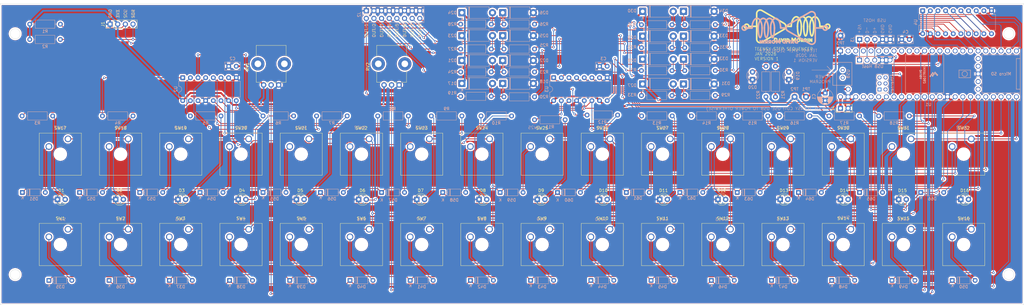
<source format=kicad_pcb>
(kicad_pcb (version 20241229) (generator "pcbnew") (generator_version "9.0")
  (layers (0 "F.Cu" signal) (2 "B.Cu" signal) (13 "F.Paste" user) (15 "B.Paste" user) (5 "F.SilkS" user "F.Silkscreen") (7 "B.SilkS" user "B.Silkscreen") (1 "F.Mask" user) (3 "B.Mask" user) (25 "Edge.Cuts" user))
  (net 0 "")
  (net 1 "+5V")
  (net 2 "GND")
  (net 3 "/LED_01")
  (net 4 "/LED_02")
  (net 5 "/LED_03")
  (net 6 "/LED_04")
  (net 7 "/LED_05")
  (net 8 "/LED_06")
  (net 9 "/LED_07")
  (net 10 "/LED_08")
  (net 11 "/LED_09")
  (net 12 "/LED_10")
  (net 13 "/LED_11")
  (net 14 "/LED_12")
  (net 15 "/LED_13")
  (net 16 "/LED_14")
  (net 17 "/LED_15")
  (net 18 "/LED_16")
  (net 19 "Net-(D17-A)")
  (net 20 "Net-(D19-A)")
  (net 21 "Net-(D20-A)")
  (net 22 "Net-(D21-A)")
  (net 23 "Net-(D23-A)")
  (net 24 "Net-(D24-A)")
  (net 25 "Net-(D27-A)")
  (net 26 "Net-(D28-A)")
  (net 27 "Net-(D29-A)")
  (net 28 "Net-(D30-A)")
  (net 29 "/ROW_1")
  (net 30 "Net-(D35-A)")
  (net 31 "Net-(D36-A)")
  (net 32 "Net-(D37-A)")
  (net 33 "Net-(D38-A)")
  (net 34 "Net-(D39-A)")
  (net 35 "Net-(D40-A)")
  (net 36 "Net-(D41-A)")
  (net 37 "Net-(D42-A)")
  (net 38 "/ROW_2")
  (net 39 "Net-(D43-A)")
  (net 40 "Net-(D44-A)")
  (net 41 "Net-(D45-A)")
  (net 42 "Net-(D46-A)")
  (net 43 "Net-(D47-A)")
  (net 44 "Net-(D48-A)")
  (net 45 "Net-(D49-A)")
  (net 46 "Net-(D50-A)")
  (net 47 "/ROW_3")
  (net 48 "Net-(D51-A)")
  (net 49 "Net-(D52-A)")
  (net 50 "Net-(D53-A)")
  (net 51 "Net-(D54-A)")
  (net 52 "Net-(D55-A)")
  (net 53 "Net-(D56-A)")
  (net 54 "Net-(D57-A)")
  (net 55 "Net-(D58-A)")
  (net 56 "Net-(D59-A)")
  (net 57 "/ROW_4")
  (net 58 "Net-(D60-A)")
  (net 59 "Net-(D61-A)")
  (net 60 "Net-(D62-A)")
  (net 61 "Net-(D63-A)")
  (net 62 "Net-(D64-A)")
  (net 63 "Net-(D65-A)")
  (net 64 "Net-(D66-A)")
  (net 65 "/SDA")
  (net 66 "/SCL")
  (net 67 "+3V3")
  (net 68 "/JACK_OUT_5")
  (net 69 "/JACK_OUT_3")
  (net 70 "/JACK_OUT_7")
  (net 71 "/JACK_OUT_2")
  (net 72 "/JACK_OUT_6")
  (net 73 "/JACK_OUT_4")
  (net 74 "/JACK_OUT_1")
  (net 75 "/JACK_OUT_8")
  (net 76 "Net-(J3-Pin_2)")
  (net 77 "Net-(J3-Pin_1)")
  (net 78 "Net-(J3-Pin_3)")
  (net 79 "/LED_DRIVE_01")
  (net 80 "/LED_DRIVE_02")
  (net 81 "/LED_DRIVE_03")
  (net 82 "/LED_DRIVE_04")
  (net 83 "/LED_DRIVE_05")
  (net 84 "/LED_DRIVE_06")
  (net 85 "/LED_DRIVE_07")
  (net 86 "/LED_DRIVE_08")
  (net 87 "/LED_DRIVE_09")
  (net 88 "/LED_DRIVE_10")
  (net 89 "/LED_DRIVE_11")
  (net 90 "/LED_DRIVE_12")
  (net 91 "/LED_DRIVE_13")
  (net 92 "/LED_DRIVE_14")
  (net 93 "/LED_DRIVE_15")
  (net 94 "/LED_DRIVE_16")
  (net 95 "/BUF_OUT_1")
  (net 96 "/BUF_OUT_2")
  (net 97 "/BUF_OUT_3")
  (net 98 "/BUF_OUT_4")
  (net 99 "/BUF_OUT_5")
  (net 100 "/BUF_OUT_6")
  (net 101 "/BUF_OUT_7")
  (net 102 "/BUF_OUT_8")
  (net 103 "/POT_1")
  (net 104 "/POT_2")
  (net 105 "/COL_1")
  (net 106 "/COL_2")
  (net 107 "/COL_3")
  (net 108 "/COL_4")
  (net 109 "/COL_5")
  (net 110 "/COL_6")
  (net 111 "/COL_7")
  (net 112 "/COL_8")
  (net 116 "/LED_MOSI")
  (net 119 "/LED_SCK")
  (net 122 "/LED_MISO")
  (net 128 "/LED_LATCH")
  (net 144 "Net-(U2-QH')")
  (net 145 "/MCU_OUT_7")
  (net 146 "/MCU_OUT_1")
  (net 147 "/MCU_OUT_6")
  (net 148 "/MCU_OUT_8")
  (net 149 "/MCU_OUT_4")
  (net 150 "/MCU_OUT_3")
  (net 151 "/MCU_OUT_2")
  (net 152 "/MCU_OUT_5")
  (net 153 "Net-(J4-Pin_1)")
  (footprint "project_footprints:PinHeader_1x04_P2.54mm_Vertical" (layer "F.Cu") (at 92.71 80.17 90)
    (property "Reference" "J1")
    (property "Value" "SH1106 Screen")
  )
  (footprint "project_footprints:LED_D3.0mm" (layer "F.Cu") (at 354.6 138.373555)
    (property "Reference" "D15")
    (property "Value" "LED")
  )
  (footprint "project_footprints:LED_D3.0mm" (layer "F.Cu") (at 215.26 138.373555)
    (property "Reference" "D8")
    (property "Value" "LED")
  )
  (footprint "project_footprints:LED_D3.0mm" (layer "F.Cu") (at 175.26 138.373555)
    (property "Reference" "D6")
    (property "Value" "LED")
  )
  (footprint "project_footprints:CherryMX_1.00u" (layer "F.Cu") (at 256.2 123.35)
    (property "Reference" "SW26")
    (property "Value" "CherryMX")
  )
  (footprint "project_footprints:LED_D3.0mm" (layer "F.Cu") (at 94.6 138.373555)
    (property "Reference" "D2")
    (property "Value" "LED")
  )
  (footprint "project_footprints:CherryMX_1.00u" (layer "F.Cu") (at 156.2 123.35)
    (property "Reference" "SW21")
    (property "Value" "CherryMX")
  )
  (footprint "project_footprints:CherryMX_1.00u" (layer "F.Cu") (at 236.2 153.35)
    (property "Reference" "SW9")
    (property "Value" "CherryMX")
  )
  (footprint "project_footprints:CherryMX_1.00u" (layer "F.Cu") (at 236.2 123.35)
    (property "Reference" "SW25")
    (property "Value" "CherryMX")
  )
  (footprint "project_footprints:CherryMX_1.00u" (layer "F.Cu") (at 336.2 123.35)
    (property "Reference" "SW30")
    (property "Value" "CherryMX")
  )
  (footprint "project_footprints:Potentiometer_Bourns_PTV09A-1_Single_Vertical" (layer "F.Cu") (at 188.7 100.35 90)
    (property "Reference" "RV2")
    (property "Value" "100k")
  )
  (footprint "project_footprints:LED_D3.0mm" (layer "F.Cu") (at 375.26 138.373555)
    (property "Reference" "D16")
    (property "Value" "LED")
  )
  (footprint "project_footprints:CherryMX_1.00u" (layer "F.Cu") (at 196.2 123.35)
    (property "Reference" "SW23")
    (property "Value" "CherryMX")
  )
  (footprint "project_footprints:CherryMX_1.00u" (layer "F.Cu") (at 256.2 153.35)
    (property "Reference" "SW10")
    (property "Value" "CherryMX")
  )
  (footprint "project_footprints:CherryMX_1.00u" (layer "F.Cu") (at 96.2 153.35)
    (property "Reference" "SW2")
    (property "Value" "CherryMX")
  )
  (footprint "project_footprints:CherryMX_1.00u" (layer "F.Cu") (at 276.2 153.35)
    (property "Reference" "SW11")
    (property "Value" "CherryMX")
  )
  (footprint "project_footprints:CherryMX_1.00u" (layer "F.Cu") (at 376.2 123.35)
    (property "Reference" "SW32")
    (property "Value" "CherryMX")
  )
  (footprint "project_footprints:CherryMX_1.00u" (layer "F.Cu") (at 176.2 123.35)
    (property "Reference" "SW22")
    (property "Value" "CherryMX")
  )
  (footprint "project_footprints:CherryMX_1.00u" (layer "F.Cu") (at 76.2 153.35)
    (property "Reference" "SW1")
    (property "Value" "CherryMX")
  )
  (footprint "project_footprints:CherryMX_1.00u" (layer "F.Cu") (at 356.2 153.35)
    (property "Reference" "SW15")
    (property "Value" "CherryMX")
  )
  (footprint "project_footprints:CherryMX_1.00u" (layer "F.Cu") (at 156.2 153.35)
    (property "Reference" "SW5")
    (property "Value" "CherryMX")
  )
  (footprint "project_footprints:CherryMX_1.00u" (layer "F.Cu") (at 356.2 123.35)
    (property "Reference" "SW31")
    (property "Value" "CherryMX")
  )
  (footprint "project_footprints:Potentiometer_Bourns_PTV09A-1_Single_Vertical" (layer "F.Cu") (at 148.7 100.35 90)
    (property "Reference" "RV1")
    (property "Value" "100k")
  )
  (footprint "project_footprints:PinHeader_1x02_P2.54mm_Vertical" (layer "F.Cu") (at 335.28 108.11 90)
    (property "Reference" "J4")
    (property "Value" "EXT_PWR")
  )
  (footprint "project_footprints:CherryMX_1.00u" (layer "F.Cu") (at 296.2 153.35)
    (property "Reference" "SW12")
    (property "Value" "CherryMX")
  )
  (footprint "project_footprints:LED_D3.0mm" (layer "F.Cu") (at 335.26 138.373555)
    (property "Reference" "D14")
    (property "Value" "LED")
  )
  (footprint "project_footprints:CherryMX_1.00u" (layer "F.Cu") (at 116.2 153.35)
    (property "Reference" "SW3")
    (property "Value" "CherryMX")
  )
  (footprint "project_footprints:CherryMX_1.00u" (layer "F.Cu") (at 76.2 123.35)
    (property "Reference" "SW17")
    (property "Value" "CherryMX")
  )
  (footprint "project_footprints:CherryMX_1.00u" (layer "F.Cu") (at 136.2 123.35)
    (property "Reference" "SW20")
    (property "Value" "CherryMX")
  )
  (footprint "project_footprints:LED_D3.0mm" (layer "F.Cu") (at 135.26 138.373555)
    (property "Reference" "D4")
    (property "Value" "LED")
  )
  (footprint "project_footprints:CherryMX_1.00u" (layer "F.Cu") (at 196.2 153.35)
    (property "Reference" "SW7")
    (property "Value" "CherryMX")
  )
  (footprint "project_footprints:CherryMX_1.00u" (layer "F.Cu") (at 316.2 153.35)
    (property "Reference" "SW13")
    (property "Value" "CherryMX")
  )
  (footprint "project_footprints:CherryMX_1.00u" (layer "F.Cu") (at 176.2 153.35)
    (property "Reference" "SW6")
    (property "Value" "CherryMX")
  )
  (footprint "project_footprints:LED_D3.0mm" (layer "F.Cu") (at 255.26 138.373555)
    (property "Reference" "D10")
    (property "Value" "LED")
  )
  (footprint "project_footprints:LED_D3.0mm" (layer "F.Cu") (at 75.26 138.373555)
    (property "Reference" "D1")
    (property "Value" "LED")
  )
  (footprint "project_footprints:LED_D3.0mm" (layer "F.Cu") (at 154.6 138.373555)
    (property "Reference" "D5")
    (property "Value" "LED")
  )
  (footprint "project_footprints:LED_D3.0mm" (layer "F.Cu") (at 275.26 138.373555)
    (property "Reference" "D11")
    (property "Value" "LED")
  )
  (footprint "project_footprints:LED_D3.0mm" (layer "F.Cu") (at 194.6 138.373555)
    (property "Reference" "D7")
    (property "Value" "LED")
  )
  (footprint "project_footprints:CherryMX_1.00u" (layer "F.Cu") (at 336.2 153.35)
    (property "Reference" "SW14")
    (property "Value" "CherryMX")
  )
  (footprint "project_footprints:LED_D3.0mm" (layer "F.Cu") (at 294.6 138.373555)
    (property "Reference" "D12")
    (property "Value" "LED")
  )
  (footprint "project_footprints:CherryMX_1.00u" (layer "F.Cu") (at 116.2 123.35)
    (property "Reference" "SW19")
    (property "Value" "CherryMX")
  )
  (footprint "project_footprints:CherryMX_1.00u" (layer "F.Cu") (at 316.2 123.35)
    (property "Reference" "SW29")
    (property "Value" "CherryMX")
  )
  (footprint "project_footprints:CherryMX_1.00u" (layer "F.Cu") (at 136.2 153.35)
    (property "Reference" "SW4")
    (property "Value" "CherryMX")
  )
  (footprint "project_footprints:CherryMX_1.00u" (layer "F.Cu") (at 276.2 123.35)
    (property "Reference" "SW27")
    (property "Value" "CherryMX")
  )
  (footprint "project_footprints:CherryMX_1.00u" (layer "F.Cu") (at 376.2 153.35)
    (property "Reference" "SW16")
    (property "Value" "CherryMX")
  )
  (footprint "project_footprints:CherryMX_1.00u" (layer "F.Cu") (at 296.2 123.35)
    (property "Reference" "SW28")
    (property "Value" "CherryMX")
  )
  (footprint "project_footprints:CherryMX_1.00u" (layer "F.Cu") (at 216.2 123.35)
    (property "Reference" "SW24")
    (property "Value" "CherryMX")
  )
  (footprint "project_footprints:CherryMX_1.00u" (layer "F.Cu") (at 96.2 123.35)
    (property "Reference" "SW18")
    (property "Value" "CherryMX")
  )
  (footprint "project_footprints:LED_D3.0mm" (layer "F.Cu") (at 115.26 138.373555)
    (property "Reference" "D3")
    (property "Value" "LED")
  )
  (footprint "project_footprints:LED_D3.0mm" (layer "F.Cu") (at 315.26 138.373555)
    (property "Reference" "D13")
    (property "Value" "LED")
  )
  (footprint "project_footprints:CherryMX_1.00u" (layer "F.Cu") (at 216.2 153.35)
    (property "Reference" "SW8")
    (property "Value" "CherryMX")
  )
  (footprint "project_footprints:LED_D3.0mm" (layer "F.Cu") (at 234.6 138.373555)
    (property "Reference" "D9")
    (property "Value" "LED")
  )
  (footprint "project_footprints:R_Axial_DIN0207_L6.3mm_D2.5mm_P10.16mm_Horizontal" (layer "B.Cu") (at 269.24 110.65)
    (property "Reference" "R13")
    (property "Value" "330")
  )
  (footprint "project_footprints:CP_Radial_D5.0mm_P2.50mm" (layer "B.Cu") (at 330.2 103.03 -90)
    (property "Reference" "C1")
    (property "Value" "100u")
  )
  (footprint "project_footprints:R_Axial_DIN0207_L6.3mm_D2.5mm_P10.16mm_Horizontal" (layer "B.Cu") (at 313.69 94.14 -90)
    (property "Reference" "R21")
    (property "Value" "1k")
  )
  (footprint "project_footprints:D_DO-35_SOD27_P7.62mm_Horizontal" (layer "B.Cu") (at 361.95 136.05)
    (property "Reference" "D66")
    (property "Value" "1N4148")
  )
  (footprint "project_footprints:LED_D3.0mm" (layer "B.Cu") (at 306.07 98.585 90)
    (property "Reference" "D20")
    (property "Value" "LED")
  )
  (footprint "project_footprints:LED_D3.0mm" (layer "B.Cu") (at 318.135 98.585 90)
    (property "Reference" "D19")
    (property "Value" "LED")
  )
  (footprint "project_footprints:R_Axial_DIN0207_L6.3mm_D2.5mm_P10.16mm_Horizontal" (layer "B.Cu") (at 66.04 80.17)
    (property "Reference" "R1")
    (property "Value" "4k7")
  )
  (footprint "project_footprints:R_Axial_DIN0207_L6.3mm_D2.5mm_P10.16mm_Horizontal" (layer "B.Cu") (at 66.04 85.25)
    (property "Reference" "R2")
    (property "Value" "4k7")
  )
  (footprint "project_footprints:D_DO-15_P10.16mm_Horizontal" (layer "B.Cu") (at 209.55 76.36)
    (property "Reference" "D24")
    (property "Value" "1N5817")
  )
  (footprint "project_footprints:R_Axial_DIN0207_L6.3mm_D2.5mm_P10.16mm_Horizontal" (layer "B.Cu") (at 233.68 88.425 180)
    (property "Reference" "R25")
    (property "Value" "330")
  )
  (footprint "project_footprints:R_Axial_DIN0207_L6.3mm_D2.5mm_P10.16mm_Horizontal" (layer "B.Cu") (at 233.68 96.045 180)
    (property "Reference" "R23")
    (property "Value" "330")
  )
  (footprint "project_footprints:R_Axial_DIN0207_L6.3mm_D2.5mm_P10.16mm_Horizontal" (layer "B.Cu") (at 300.99 110.65)
    (property "Reference" "R15")
    (property "Value" "330")
  )
  (footprint "project_footprints:PinHeader_1x05_P2.54mm_Vertical" (layer "B.Cu") (at 341.63 85.25 -90)
    (property "Reference" "J3")
    (property "Value" "USB_HOST")
  )
  (footprint "project_footprints:D_DO-35_SOD27_P7.62mm_Horizontal" (layer "B.Cu") (at 232.39 165.26)
    (property "Reference" "D43")
    (property "Value" "1N4148")
  )
  (footprint "project_footprints:R_Axial_DIN0207_L6.3mm_D2.5mm_P10.16mm_Horizontal" (layer "B.Cu") (at 293.715 103.855 180)
    (property "Reference" "R29")
    (property "Value" "330")
  )
  (footprint "project_footprints:D_DO-35_SOD27_P7.62mm_Horizontal" (layer "B.Cu") (at 192.39 165.26)
    (property "Reference" "D41")
    (property "Value" "1N4148")
  )
  (footprint "project_footprints:D_DO-35_SOD27_P7.62mm_Horizontal" (layer "B.Cu") (at 132.39 165.26)
    (property "Reference" "D38")
    (property "Value" "1N4148")
  )
  (footprint "project_footprints:D_DO-35_SOD27_P7.62mm_Horizontal" (layer "B.Cu") (at 92.39 165.26)
    (property "Reference" "D36")
    (property "Value" "1N4148")
  )
  (footprint "project_footprints:D_DO-15_P10.16mm_Horizontal" (layer "B.Cu") (at 209.55 99.855)
    (property "Reference" "D17")
    (property "Value" "1N5817")
  )
  (footprint "project_footprints:R_Axial_DIN0207_L6.3mm_D2.5mm_P10.16mm_Horizontal" (layer "B.Cu") (at 279.345 95.6 180)
    (property "Reference" "R34")
    (property "Value" "1k")
  )
  (footprint "project_footprints:D_DO-35_SOD27_P7.62mm_Horizontal" (layer "B.Cu") (at 122.58 136.05)
    (property "Reference" "D54")
    (property "Value" "1N4148")
  )
  (footprint "project_footprints:R_Axial_DIN0207_L6.3mm_D2.5mm_P10.16mm_Horizontal" (layer "B.Cu") (at 293.715 87.98 180)
    (property "Reference" "R31")
    (property "Value" "330")
  )
  (footprint "project_footprints:D_DO-15_P10.16mm_Horizontal" (layer "B.Cu") (at 223.12 99.855)
    (property "Reference" "D18")
    (property "Value" "1N5817")
  )
  (footprint "project_footprints:R_Axial_DIN0207_L6.3mm_D2.5mm_P10.16mm_Horizontal" (layer "B.Cu") (at 63.5 110.65)
    (property "Reference" "R3")
    (property "Value" "330")
  )
  (footprint "project_footprints:R_Axial_DIN0207_L6.3mm_D2.5mm_P10.16mm_Horizontal" (layer "B.Cu") (at 310.515 104.3 90)
    (property "Reference" "R22")
    (property "Value" "330")
  )
  (footprint "project_footprints:D_DO-35_SOD27_P7.62mm_Horizontal" (layer "B.Cu") (at 212.39 165.26)
    (property "Reference" "D42")
    (property "Value" "1N4148")
  )
  (footprint "project_footprints:D_DO-35_SOD27_P7.62mm_Horizontal" (layer "B.Cu") (at 272.39 165.26)
    (property "Reference" "D45")
    (property "Value" "1N4148")
  )
  (footprint "project_footprints:Teensy41" (layer "B.Cu") (at 364.49 96.68)
    (property "Reference" "U1")
    (property "Value" "Teensy4.1")
  )
  (footprint "project_footprints:D_DO-35_SOD27_P7.62mm_Horizontal" (layer "B.Cu") (at 172.39 165.26)
    (property "Reference" "D40")
    (property "Value" "1N4148")
  )
  (footprint "project_footprints:D_DO-35_SOD27_P7.62mm_Horizontal" (layer "B.Cu") (at 312.39 165.26)
    (property "Reference" "D47")
    (property "Value" "1N4148")
  )
  (footprint "project_footprints:D_DO-15_P10.16mm_Horizontal" (layer "B.Cu") (at 209.55 83.98)
    (property "Reference" "D23")
    (property "Value" "1N5817")
  )
  (footprint "project_footprints:D_DO-15_P10.16mm_Horizontal" (layer "B.Cu") (at 209.55 92.235)
    (property "Reference" "D21")
    (property "Value" "1N5817")
  )
  (footprint "project_footprints:D_DO-15_P10.16mm_Horizontal" (layer "B.Cu") (at 283.155 91.79)
    (property "Reference" "D32")
    (property "Value" "1N5817")
  )
  (footprint "project_footprints:D_DO-35_SOD27_P7.62mm_Horizontal" (layer "B.Cu") (at 182.88 136.05)
    (property "Reference" "D57")
    (property "Value" "1N4148")
  )
  (footprint "project_footprints:D_DO-15_P10.16mm_Horizontal" (layer "B.Cu") (at 223.12 76.36)
    (property "Reference" "D26")
    (property "Value" "1N5817")
  )
  (footprint "project_footprints:C_Disc_D5.0mm_W2.5mm_P2.50mm" (layer "B.Cu") (at 257.81 94.14 180)
    (property "Reference" "C3")
    (property "Value" "100n")
  )
  (footprint "project_footprints:D_DO-35_SOD27_P7.62mm_Horizontal" (layer "B.Cu") (at 102.58 136.05)
    (property "Reference" "D53")
    (property "Value" "1N4148")
  )
  (footprint "project_footprints:D_DO-35_SOD27_P7.62mm_Horizontal" (layer "B.Cu") (at 222.25 136.05)
    (property "Reference" "D59")
    (property "Value" "1N4148")
  )
  (footprint "project_footprints:R_Axial_DIN0207_L6.3mm_D2.5mm_P10.16mm_Horizontal" (layer "B.Cu") (at 215.9 110.65)
    (property "Reference" "R10")
    (property "Value" "330")
  )
  (footprint "project_footprints:R_Axial_DIN0207_L6.3mm_D2.5mm_P10.16mm_Horizontal" (layer "B.Cu") (at 293.715 95.6 180)
    (property "Reference" "R30")
    (property "Value" "330")
  )
  (footprint "project_footprints:R_Axial_DIN0207_L6.3mm_D2.5mm_P10.16mm_Horizontal" (layer "B.Cu") (at 219.31 96.045 180)
    (property "Reference" "R24")
    (property "Value" "1k")
  )
  (footprint "project_footprints:R_Axial_DIN0207_L6.3mm_D2.5mm_P10.16mm_Horizontal" (layer "B.Cu") (at 279.345 103.855 180)
    (property "Reference" "R33")
    (property "Value" "1k")
  )
  (footprint "project_footprints:D_DO-35_SOD27_P7.62mm_Horizontal" (layer "B.Cu") (at 281.94 136.05)
    (property "Reference" "D62")
    (property "Value" "1N4148")
  )
  (footprint "project_footprints:D_DO-35_SOD27_P7.62mm_Horizontal" (layer "B.Cu") (at 341.63 136.05)
    (property "Reference" "D65")
    (property "Value" "1N4148")
  )
  (footprint "project_footprints:R_Axial_DIN0207_L6.3mm_D2.5mm_P10.16mm_Horizontal" (layer "B.Cu") (at 119.38 110.65)
    (property "Reference" "R5")
    (property "Value" "330")
  )
  (footprint "project_footprints:D_DO-15_P10.16mm_Horizontal" (layer "B.Cu") (at 269.585 100.045)
    (property "Reference" "D27")
    (property "Value" "1N5817")
  )
  (footprint "project_footprints:D_DO-35_SOD27_P7.62mm_Horizontal" (layer "B.Cu") (at 300.99 136.05)
    (property "Reference" "D63")
    (property "Value" "1N4148")
  )
  (footprint "project_footprints:D_DO-35_SOD27_P7.62mm_Horizontal" (layer "B.Cu") (at 352.39 165.26)
    (property "Reference" "D49")
    (property "Value" "1N4148")
  )
  (footprint "project_footprints:R_Axial_DIN0207_L6.3mm_D2.5mm_P10.16mm_Horizontal" (layer "B.Cu") (at 233.68 80.17 180)
    (property "Reference" "R26")
    (property "Value" "330")
  )
  (footprint "project_footprints:D_DO-35_SOD27_P7.62mm_Horizontal" (layer "B.Cu") (at 152.39 165.26)
    (property "Reference" "D39")
    (property "Value" "1N4148")
  )
  (footprint "project_footprints:D_DO-35_SOD27_P7.62mm_Horizontal" (layer "B.Cu") (at 332.39 165.26)
    (property "Reference" "D48")
    (property "Value" "1N4148")
  )
  (footprint "project_footprints:D_DO-35_SOD27_P7.62mm_Horizontal" (layer "B.Cu") (at 63.58 136.05)
    (property "Reference" "D51")
    (property "Value" "1N4148")
  )
  (footprint "project_footprints:DIP-20_W7.62mm" (layer "B.Cu") (at 362.585 75.73 -90)
    (property "Reference" "U4")
    (property "Value" "74HCT245")
  )
  (footprint "project_footprints:DIP-16_W7.62mm" (layer "B.Cu") (at 240.03 97.955 -90)
    (property "Reference" "U3")
    (property "Value" "74HC595")
  )
  (footprint "project_footprints:R_Axial_DIN0207_L6.3mm_D2.5mm_P10.16mm_Horizontal" (layer "B.Cu") (at 279.345 87.98 180)
    (property "Reference" "R35")
    (property "Value" "1k")
  )
  (footprint "project_footprints:D_DO-15_P10.16mm_Horizontal" (layer "B.Cu") (at 283.155 100.045)
    (property "Reference" "D31")
    (property "Value" "1N5817")
  )
  (footprint "project_footprints:D_DO-35_SOD27_P7.62mm_Horizontal" (layer "B.Cu") (at 82.58 136.05)
    (property "Reference" "D52")
    (property "Value" "1N4148")
  )
  (footprint "project_footprints:TestPoint_Keystone_5000-5004_Miniature" (layer "B.Cu") (at 323.85 104.3)
    (property "Reference" "TP1")
    (property "Value" "5V")
  )
  (footprint "project_footprints:D_DO-35_SOD27_P7.62mm_Horizontal" (layer "B.Cu") (at 203.2 136.05)
    (property "Reference" "D58")
    (property "Value" "1N4148")
  )
  (footprint "project_footprints:R_Axial_DIN0207_L6.3mm_D2.5mm_P10.16mm_Horizontal" (layer "B.Cu") (at 219.31 88.425 180)
    (property "Reference" "R27")
    (property "Value" "1k")
  )
  (footprint "project_footprints:PinHeader_2x08_P2.54mm_Vertical" (layer "B.Cu") (at 177.8 75.72 -90)
    (property "Reference" "J2")
    (property "Value" "Output")
  )
  (footprint "project_footprints:R_Axial_DIN0207_L6.3mm_D2.5mm_P10.16mm_Horizontal" (layer "B.Cu") (at 331.47 110.65)
    (property "Reference" "R17")
    (property "Value" "330")
  )
  (footprint "project_footprints:R_Axial_DIN0207_L6.3mm_D2.5mm_P10.16mm_Horizontal" (layer "B.Cu") (at 279.345 80.36 180)
    (property "Reference" "R36")
    (property "Value" "1k")
  )
  (footprint "project_footprints:R_Axial_DIN0207_L6.3mm_D2.5mm_P10.16mm_Horizontal" (layer "B.Cu") (at 219.31 104.135 180)
    (property "Reference" "R19")
    (property "Value" "1k")
  )
  (footprint "project_footprints:D_DO-35_SOD27_P7.62mm_Horizontal" (layer "B.Cu") (at 252.39 165.26)
    (property "Reference" "D44")
    (property "Value" "1N4148")
  )
  (footprint "project_footprints:R_Axial_DIN0207_L6.3mm_D2.5mm_P10.16mm_Horizontal" (layer "B.Cu") (at 191.77 110.65 180)
    (property "Reference" "R8")
    (property "Value" "330")
  )
  (footprint "project_footprints:D_DO-35_SOD27_P7.62mm_Horizontal" (layer "B.Cu") (at 264.16 136.05)
    (property "Reference" "D61")
    (property "Value" "1N4148")
  )
  (footprint "project_footprints:C_Disc_D5.0mm_W2.5mm_P2.50mm" (layer "B.Cu") (at 358.14 85.25 180)
    (property "Reference" "C4")
    (property "Value" "100n")
  )
  (footprint "project_footprints:D_DO-35_SOD27_P7.62mm_Horizontal" (layer "B.Cu") (at 321.31 136.05)
    (property "Reference" "D64")
    (property "Value" "1N4148")
  )
  (footprint "project_footprints:D_DO-35_SOD27_P7.62mm_Horizontal" (layer "B.Cu") (at 372.39 165.26)
    (property "Reference" "D50")
    (property "Value" "1N4148")
  )
  (footprint "project_footprints:C_Disc_D5.0mm_W2.5mm_P2.50mm" (layer "B.Cu") (at 134.62 94.14 180)
    (property "Reference" "C2")
    (property "Value" "100n")
  )
  (footprint "project_footprints:D_DO-35_SOD27_P7.62mm_Horizontal" (layer "B.Cu") (at 292.39 165.26)
    (property "Reference" "D46")
    (property "Value" "1N4148")
  )
  (footprint "project_footprints:D_DO-15_P10.16mm_Horizontal" (layer "B.Cu") (at 269.585 84.17)
    (property "Reference" "D29")
    (property "Value" "1N5817")
  )
  (footprint "project_footprints:R_Axial_DIN0207_L6.3mm_D2.5mm_P10.16mm_Horizontal" (layer "B.Cu") (at 251.12 110.35)
    (property "Reference" "R12")
    (property "Value" "330")
  )
  (footprint "project_footprints:D_DO-15_P10.16mm_Horizontal" (layer "B.Cu") (at 283.155 84.17)
    (property "Reference" "D33")
    (property "Value" "1N5817")
  )
  (footprint "project_footprints:R_Axial_DIN0207_L6.3mm_D2.5mm_P10.16mm_Horizontal" (layer "B.Cu") (at 314.96 110.65)
    (property "Reference" "R16")
    (property "Value" "330")
  )
  (footprint "project_footprints:R_Axial_DIN0207_L6.3mm_D2.5mm_P10.16mm_Horizontal" (layer "B.Cu") (at 293.715 80.36 180)
    (property "Reference" "R32")
    (property "Value" "330")
  )
  (footprint "project_footprints:D_DO-35_SOD27_P7.62mm_Horizontal" (layer "B.Cu") (at 162.56 136.05)
    (property "Reference" "D56")
    (property "Value" "1N4148")
  )
  (footprint "project_footprints:D_DO-15_P10.16mm_Horizontal" (layer "B.Cu") (at 269.585 91.79)
    (property "Reference" "D28")
    (property "Value" "1N5817")
  )
  (footprint "project_footprints:R_Axial_DIN0207_L6.3mm_D2.5mm_P10.16mm_Horizontal" (layer "B.Cu") (at 347.98 110.65)
    (property "Reference" "R18")
    (property "Value" "330")
  )
  (footprint "project_footprints:R_Axial_DIN0207_L6.3mm_D2.5mm_P10.16mm_Horizontal" (layer "B.Cu") (at 209.55 110.65 180)
    (property "Reference" "R9")
    (property "Value" "330")
  )
  (footprint "project_footprints:R_Axial_DIN0207_L6.3mm_D2.5mm_P10.16mm_Horizontal" (layer "B.Cu") (at 285.75 110.65)
    (property "Reference" "R14")
    (property "Value" "330")
  )
  (footprint "project_footprints:D_DO-15_P10.16mm_Horizontal" (layer "B.Cu") (at 223.12 83.98)
    (property "Reference" "D25")
    (property "Value" "1N5817")
  )
  (footprint "project_footprints:R_Axial_DIN0207_L6.3mm_D2.5mm_P10.16mm_Horizontal" (layer "B.Cu") (at 143.51 110.65)
    (property "Reference" "R6")
    (property "Value" "330")
  )
  (footprint "project_footprints:DIP-16_W7.62mm" (layer "B.Cu") (at 116.84 97.955 -90)
    (property "Reference" "U2")
    (property "Value" "74HC595")
  )
  (footprint "project_footprints:TestPoint_Keystone_5000-5004_Miniature" (layer "B.Cu") (at 320.04 104.3)
    (property "Reference" "TP2")
    (property "Value" "3V3")
  )
  (footprint "project_footprints:R_Axial_DIN0207_L6.3mm_D2.5mm_P10.16mm_Horizontal" (layer "B.Cu") (at 233.68 111.92)
    (property "Reference" "R11")
    (property "Value" "330")
  )
  (footprint "project_footprints:D_DO-35_SOD27_P7.62mm_Horizontal" (layer "B.Cu") (at 112.39 165.26)
    (property "Reference" "D37")
    (property "Value" "1N4148")
  )
  (footprint "project_footprints:R_Axial_DIN0207_L6.3mm_D2.5mm_P10.16mm_Horizontal" (layer "B.Cu") (at 233.68 104.3 180)
    (property "Reference" "R20")
    (property "Value" "330")
  )
  (footprint "project_footprints:R_Axial_DIN0207_L6.3mm_D2.5mm_P10.16mm_Horizontal" (layer "B.Cu") (at 90.17 110.65)
    (property "Reference" "R4")
    (property "Value" "330")
  )
  (footprint "project_footprints:D_DO-15_P10.16mm_Horizontal" (layer "B.Cu") (at 269.585 75.915)
    (property "Reference" "D30")
    (property "Value" "1N5817")
  )
  (footprint "project_footprints:D_DO-35_SOD27_P7.62mm_Horizontal" (layer "B.Cu") (at 241.3 136.05)
    (property "Reference" "D60")
    (property "Value" "1N4148")
  )
  (footprint "project_footprints:R_Axial_DIN0207_L6.3mm_D2.5mm_P10.16mm_Horizontal" (layer "B.Cu") (at 161.29 110.65)
    (property "Reference" "R7")
    (property "Value" "330")
  )
  (footprint "project_footprints:TestPoint_Keystone_5000-5004_Miniature" (layer "B.Cu") (at 335.28 83.98)
    (property "Reference" "TP3")
    (property "Value" "GND")
  )
  (footprint "project_footprints:D_DO-15_P10.16mm_Horizontal" (layer "B.Cu") (at 283.155 75.915)
    (property "Reference" "D34")
    (property "Value" "1N5817")
  )
  (footprint "project_footprints:D_DO-35_SOD27_P7.62mm_Horizontal" (layer "B.Cu") (at 143.51 136.05)
    (property "Reference" "D55")
    (property "Value" "1N4148")
  )
  (footprint "project_footprints:D_DO-15_P10.16mm_Horizontal" (layer "B.Cu") (at 223.12 92.235)
    (property "Reference" "D22")
    (property "Value" "1N5817")
  )
  (footprint "project_footprints:R_Axial_DIN0207_L6.3mm_D2.5mm_P10.16mm_Horizontal" (layer "B.Cu") (at 219.31 80.17 180)
    (property "Reference" "R28")
    (property "Value" "1k")
  )
  (footprint "project_footprints:D_DO-35_SOD27_P7.62mm_Horizontal" (layer "B.Cu") (at 72.39 165.26)
    (property "Reference" "D35")
    (property "Value" "1N4148")
  )
  (gr_curve (pts (xy 322.296358 80.8993) (xy 322.296358 82.658779) (xy 322.006373 84.084883) (xy 321.648128 84.084883)) (stroke (width 0.529166) (color 58 136 64 1)) (layer "F.SilkS"))
  (gr_curve (pts (xy 321.648128 84.084883) (xy 321.289883 84.084883) (xy 320.999899 82.658779) (xy 320.999899 80.8993)) (stroke (width 0.529166) (color 58 136 64 1)) (layer "F.SilkS"))
  (gr_poly (pts (xy 322.087868 84.845296) (xy 322.526018 84.845296) (xy 322.55628 84.845793) (xy 322.585954 84.847288) (xy 322.615044 84.849789) (xy 322.643558 84.853299) (xy 322.671502 84.857827) (xy 322.698881 84.863378) (xy 322.725702 84.869959) (xy 322.751971 84.877575) (xy 322.764857 84.881761) (xy 322.777521 84.886182) (xy 322.789963 84.89084) (xy 322.802184 84.895732) (xy 322.814185 84.900861) (xy 322.825967 84.906225) (xy 322.83753 84.911824) (xy 322.848875 84.91766) (xy 322.860003 84.923731) (xy 322.870915 84.930037) (xy 322.881611 84.93658) (xy 322.892093 84.943358) (xy 322.902361 84.950371) (xy 322.912415 84.95762) (xy 322.922257 84.965105) (xy 322.931888 84.972826) (xy 322.941282 84.980782) (xy 322.950417 84.988973) (xy 322.95929 84.997397) (xy 322.967904 85.006056) (xy 322.976257 85.014947) (xy 322.984349 85.024069) (xy 322.992181 85.033423) (xy 322.999752 85.043006) (xy 323.007064 85.05282) (xy 323.014114 85.062861) (xy 323.020904 85.073131) (xy 323.027434 85.083628) (xy 323.033703 85.094351) (xy 323.039712 85.1053) (xy 323.045461 85.116473) (xy 323.050949 85.127871) (xy 323.05614 85.139492) (xy 323.060995 85.151335) (xy 323.065516 85.1634) (xy 323.069702 85.175686) (xy 323.073553 85.188192) (xy 323.077069 85.200917) (xy 323.080251 85.213861) (xy 323.083097 85.227023) (xy 323.085608 85.240402) (xy 323.087785 85.253997) (xy 323.089627 85.267808) (xy 323.091134 85.281833) (xy 323.092306 85.296073) (xy 323.093143 85.310525) (xy 323.093645 85.32519) (xy 323.093812 85.340067) (xy 323.093392 85.363432) (xy 323.092134 85.385905) (xy 323.090045 85.407485) (xy 323.087131 85.428173) (xy 323.085367 85.438181) (xy 323.083399 85.447967) (xy 323.081228 85.457529) (xy 323.078855 85.466868) (xy 323.07628 85.475984) (xy 323.073504 85.484876) (xy 323.070528 85.493545) (xy 323.067354 85.501991) (xy 323.060683 85.518312) (xy 323.053777 85.533931) (xy 323.046648 85.548844) (xy 323.039308 85.563044) (xy 323.03177 85.576524) (xy 323.024045 85.589279) (xy 323.016147 85.601302) (xy 323.008087 85.612587) (xy 323.003287 85.618683) (xy 322.998413 85.624666) (xy 322.993465 85.630536) (xy 322.988442 85.636292) (xy 322.983344 85.641933) (xy 322.978173 85.647459) (xy 322.972927 85.652869) (xy 322.967606 85.658161) (xy 322.962211 85.663336) (xy 322.956742 85.668392) (xy 322.951198 85.673329) (xy 322.94558 85.678145) (xy 322.939887 85.682841) (xy 322.93412 85.687415) (xy 322.928279 85.691867) (xy 322.922363 85.696195) (xy 323.160487 86.115295) (xy 322.684237 86.115295) (xy 322.493738 85.793562) (xy 322.493738 86.115295) (xy 322.087866 86.115295) (xy 322.087866 85.469712) (xy 322.493207 85.469712) (xy 322.514374 85.469712) (xy 322.523322 85.469588) (xy 322.532107 85.469215) (xy 322.540728 85.468592) (xy 322.549183 85.467719) (xy 322.557471 85.466595) (xy 322.565589 85.465219) (xy 322.573538 85.463591) (xy 322.581314 85.461708) (xy 322.588916 85.459572) (xy 322.596343 85.45718) (xy 322.603594 85.454533) (xy 322.610666 85.451629) (xy 322.617558 85.448468) (xy 322.624269 85.445049) (xy 322.630797 85.441371) (xy 322.637141 85.437433) (xy 322.640219 85.435357) (xy 322.6432 85.433197) (xy 322.646084 85.430954) (xy 322.648873 85.428626) (xy 322.651565 85.426215) (xy 322.65416 85.423719) (xy 322.656659 85.421138) (xy 322.65906 85.418474) (xy 322.661365 85.415725) (xy 322.663573 85.412891) (xy 322.665684 85.409973) (xy 322.667698 85.40697) (xy 322.669614 85.403882) (xy 322.671433 85.400709) (xy 322.673155 85.397451) (xy 322.674779 85.394107) (xy 322.676305 85.390679) (xy 322.677733 85.387165) (xy 322.679064 85.383566) (xy 322.680297 85.379881) (xy 322.681431 85.37611) (xy 322.682468 85.372254) (xy 322.684246 85.364284) (xy 322.68563 85.35597) (xy 322.68662 85.34731) (xy 322.687215 85.338305) (xy 322.687413 85.328954) (xy 322.687215 85.319602) (xy 322.68662 85.310597) (xy 322.68563 85.301938) (xy 322.684246 85.293623) (xy 322.682468 85.285653) (xy 322.680297 85.278026) (xy 322.677733 85.270742) (xy 322.674779 85.2638) (xy 322.671433 85.257198) (xy 322.667698 85.250937) (xy 322.663573 85.245016) (xy 322.65906 85.239433) (xy 322.65416 85.234188) (xy 322.648873 85.229281) (xy 322.6432 85.22471) (xy 322.637141 85.220474) (xy 322.63071 85.216536) (xy 322.624117 85.212858) (xy 322.617362 85.209439) (xy 322.610442 85.206278) (xy 322.603359 85.203374) (xy 322.59611 85.200727) (xy 322.588696 85.198335) (xy 322.581115 85.196199) (xy 322.573367 85.194317) (xy 322.56545 85.192688) (xy 322.557364 85.191312) (xy 322.549109 85.190188) (xy 322.540683 85.189315) (xy 322.532085 85.188692) (xy 322.523316 85.188319) (xy 322.514374 85.188195) (xy 322.493207 85.188195) (xy 322.493207 85.469712) (xy 322.087866 85.469712) (xy 322.087866 84.844766)) (fill yes) (layer "F.SilkS"))
  (gr_poly (pts (xy 313.605489 84.63435) (xy 313.65558 84.636515) (xy 313.704257 84.640131) (xy 313.751508 84.645205) (xy 313.79732 84.651742) (xy 313.841681 84.659749) (xy 313.884579 84.669231) (xy 313.926001 84.680196) (xy 313.946148 84.68623) (xy 313.965911 84.692625) (xy 313.985287 84.69938) (xy 314.004276 84.706498) (xy 314.022878 84.713978) (xy 314.041091 84.721822) (xy 314.058916 84.73003) (xy 314.07635 84.738604) (xy 314.093394 84.747543) (xy 314.110046 84.756848) (xy 314.126306 84.766521) (xy 314.142174 84.776563) (xy 314.157647 84.786973) (xy 314.172726 84.797753) (xy 314.187409 84.808904) (xy 314.201697 84.820425) (xy 314.215482 84.832307) (xy 314.228857 84.844536) (xy 314.241821 84.857115) (xy 314.254374 84.870043) (xy 314.266514 84.883321) (xy 314.278241 84.896951) (xy 314.289554 84.910932) (xy 314.300453 84.925266) (xy 314.310936 84.939954) (xy 314.321002 84.954996) (xy 314.330652 84.970392) (xy 314.339884 84.986145) (xy 314.348697 85.002254) (xy 314.357091 85.018721) (xy 314.365064 85.035545) (xy 314.372617 85.052729) (xy 314.37973 85.07026) (xy 314.386384 85.088126) (xy 314.392579 85.106329) (xy 314.398315 85.124869) (xy 314.403592 85.143748) (xy 314.40841 85.162964) (xy 314.41277 85.182521) (xy 314.41667 85.202417) (xy 314.420112 85.222655) (xy 314.423095 85.243235) (xy 314.425619 85.264157) (xy 314.427684 85.285422) (xy 314.42929 85.307032) (xy 314.430437 85.328987) (xy 314.431126 85.351287) (xy 314.431355 85.373934) (xy 314.431126 85.396581) (xy 314.430437 85.418881) (xy 314.42929 85.440836) (xy 314.427684 85.462445) (xy 314.425619 85.483711) (xy 314.423095 85.504633) (xy 314.420112 85.525213) (xy 314.416671 85.54545) (xy 314.41277 85.565347) (xy 314.408411 85.584903) (xy 314.403592 85.60412) (xy 314.398315 85.622998) (xy 314.392579 85.641538) (xy 314.386384 85.659741) (xy 314.37973 85.677608) (xy 314.372617 85.695139) (xy 314.365064 85.712322) (xy 314.35709 85.729147) (xy 314.348696 85.745613) (xy 314.339883 85.761723) (xy 314.330651 85.777475) (xy 314.321002 85.792872) (xy 314.310935 85.807914) (xy 314.300452 85.822601) (xy 314.289554 85.836936) (xy 314.278241 85.850917) (xy 314.266514 85.864546) (xy 314.254373 85.877825) (xy 314.241821 85.890753) (xy 314.228857 85.903331) (xy 314.215482 85.915561) (xy 314.201697 85.927442) (xy 314.187415 85.93897) (xy 314.172748 85.950138) (xy 314.157693 85.960947) (xy 314.142248 85.971396) (xy 314.126413 85.981485) (xy 314.110186 85.991215) (xy 314.093565 86.000585) (xy 314.076549 86.009596) (xy 314.059136 86.018246) (xy 314.041324 86.026537) (xy 314.023113 86.034469) (xy 314.0045 86.04204) (xy 313.985483 86.049252) (xy 313.966063 86.056105) (xy 313.946236 86.062597) (xy 313.926001 86.06873) (xy 313.884427 86.079892) (xy 313.841458 86.089566) (xy 313.797088 86.097751) (xy 313.75131 86.104448) (xy 313.704118 86.109657) (xy 313.655506 86.113378) (xy 313.605468 86.11561) (xy 313.553997 86.116354) (xy 313.142834 86.116354) (xy 313.142834 86.115825) (xy 313.142834 85.693021) (xy 313.616438 85.693021) (xy 313.616438 85.69355) (xy 313.636977 85.69324) (xy 313.65692 85.692311) (xy 313.676271 85.690763) (xy 313.695028 85.688598) (xy 313.713193 85.685815) (xy 313.730766 85.682416) (xy 313.747749 85.678402) (xy 313.764142 85.673773) (xy 313.779945 85.66853) (xy 313.795161 85.662674) (xy 313.809789 85.656205) (xy 313.82383 85.649125) (xy 313.837285 85.641434) (xy 313.850155 85.633133) (xy 313.86244 85.624223) (xy 313.874142 85.614704) (xy 313.885192 85.604553) (xy 313.895524 85.593744) (xy 313.905139 85.582278) (xy 313.914036 85.570155) (xy 313.922217 85.557374) (xy 313.929683 85.543936) (xy 313.936433 85.529841) (xy 313.94247 85.515088) (xy 313.947794 85.499678) (xy 313.952406 85.483611) (xy 313.956306 85.466887) (xy 313.959495 85.449505) (xy 313.961974 85.431466) (xy 313.963744 85.412769) (xy 313.964805 85.393415) (xy 313.965159 85.373404) (xy 313.964805 85.353399) (xy 313.963744 85.334063) (xy 313.961974 85.315395) (xy 313.959495 85.297394) (xy 313.956306 85.28006) (xy 313.952406 85.263392) (xy 313.947794 85.247389) (xy 313.94247 85.232051) (xy 313.936433 85.217375) (xy 313.929683 85.203363) (xy 313.922217 85.190013) (xy 313.914036 85.177323) (xy 313.905139 85.165294) (xy 313.895524 85.153925) (xy 313.885192 85.143215) (xy 313.874142 85.133163) (xy 313.86244 85.123743) (xy 313.850155 85.114931) (xy 313.837285 85.106727) (xy 313.82383 85.099131) (xy 313.809789 85.092142) (xy 313.795161 85.085761) (xy 313.779945 85.079988) (xy 313.764141 85.074823) (xy 313.747748 85.070265) (xy 313.730766 85.066315) (xy 313.713192 85.062972) (xy 313.695027 85.060237) (xy 313.67627 85.05811) (xy 313.65692 85.056591) (xy 313.636976 85.05568) (xy 313.616438 85.055376) (xy 313.616438 85.693021) (xy 313.142834 85.693021) (xy 313.142834 84.63363) (xy 313.553997 84.63363)) (fill yes) (layer "F.SilkS"))
  (gr_curve (pts (xy 322.676298 77.713717) (xy 323.602341 77.713717) (xy 324.352698 79.139821) (xy 324.352698 80.8993)) (stroke (width 0.529166) (color 58 136 64 1)) (layer "F.SilkS"))
  (gr_curve (pts (xy 320.619958 77.713717) (xy 321.545999 77.713717) (xy 322.296358 79.139821) (xy 322.296358 80.8993)) (stroke (width 0.529166) (color 58 136 64 1)) (layer "F.SilkS"))
  (gr_poly (pts (xy 304.165 80.17) (xy 304.202085 80.17282) (xy 304.238632 80.177464) (xy 304.274593 80.183886) (xy 304.309923 80.19204) (xy 304.344576 80.20188) (xy 304.378506 80.213361) (xy 304.411668 80.226437) (xy 304.444015 80.24106) (xy 304.475502 80.257187) (xy 304.506083 80.274771) (xy 304.535711 80.293765) (xy 304.564342 80.314125) (xy 304.591928 80.335804) (xy 304.618425 80.358756) (xy 304.643786 80.382935) (xy 304.667966 80.408296) (xy 304.690918 80.434793) (xy 304.712597 80.46238) (xy 304.732956 80.49101) (xy 304.751951 80.520639) (xy 304.769534 80.55122) (xy 304.785661 80.582706) (xy 304.800285 80.615054) (xy 304.81336 80.648216) (xy 304.824841 80.682146) (xy 304.834681 80.716799) (xy 304.842835 80.752129) (xy 304.849257 80.78809) (xy 304.853901 80.824636) (xy 304.856721 80.861721) (xy 304.857672 80.8993) (xy 304.856721 80.936879) (xy 304.853901 80.973964) (xy 304.849257 81.01051) (xy 304.842835 81.046471) (xy 304.834681 81.081801) (xy 304.824841 81.116454) (xy 304.81336 81.150384) (xy 304.800285 81.183546) (xy 304.785661 81.215894) (xy 304.769534 81.247381) (xy 304.751951 81.277961) (xy 304.732956 81.30759) (xy 304.712597 81.33622) (xy 304.690918 81.363807) (xy 304.667966 81.390304) (xy 304.643786 81.415665) (xy 304.618425 81.439844) (xy 304.591928 81.462796) (xy 304.564342 81.484475) (xy 304.535711 81.504835) (xy 304.506083 81.523829) (xy 304.475502 81.541413) (xy 304.444015 81.55754) (xy 304.411668 81.572163) (xy 304.378506 81.585239) (xy 304.344576 81.59672) (xy 304.309923 81.60656) (xy 304.274593 81.614714) (xy 304.238632 81.621136) (xy 304.202085 81.62578) (xy 304.165 81.6286) (xy 304.127422 81.62955) (xy 304.089843 81.6286) (xy 304.052758 81.62578) (xy 304.016212 81.621136) (xy 303.980251 81.614714) (xy 303.944921 81.60656) (xy 303.910268 81.59672) (xy 303.876337 81.585239) (xy 303.843175 81.572163) (xy 303.810828 81.55754) (xy 303.779341 81.541413) (xy 303.74876 81.523829) (xy 303.719132 81.504835) (xy 303.690501 81.484475) (xy 303.662915 81.462796) (xy 303.636418 81.439844) (xy 303.611057 81.415665) (xy 303.586877 81.390304) (xy 303.563925 81.363807) (xy 303.542246 81.33622) (xy 303.521887 81.30759) (xy 303.502892 81.277961) (xy 303.485309 81.247381) (xy 303.469182 81.215894) (xy 303.454558 81.183546) (xy 303.441483 81.150384) (xy 303.430002 81.116454) (xy 303.420162 81.081801) (xy 303.412008 81.046471) (xy 303.405586 81.01051) (xy 303.400942 80.973964) (xy 303.398122 80.936879) (xy 303.397172 80.8993) (xy 303.398122 80.861721) (xy 303.400942 80.824636) (xy 303.405586 80.78809) (xy 303.412008 80.752129) (xy 303.420162 80.716799) (xy 303.430002 80.682146) (xy 303.441483 80.648216) (xy 303.454558 80.615054) (xy 303.469182 80.582706) (xy 303.485309 80.55122) (xy 303.502892 80.520639) (xy 303.521887 80.49101) (xy 303.542246 80.46238) (xy 303.563925 80.434793) (xy 303.586877 80.408296) (xy 303.611057 80.382935) (xy 303.636418 80.358756) (xy 303.662915 80.335804) (xy 303.690501 80.314125) (xy 303.719132 80.293765) (xy 303.74876 80.274771) (xy 303.779341 80.257187) (xy 303.810828 80.24106) (xy 303.843175 80.226437) (xy 303.876337 80.213361) (xy 303.910268 80.20188) (xy 303.944921 80.19204) (xy 303.980251 80.183886) (xy 304.016212 80.177464) (xy 304.052758 80.17282) (xy 304.089843 80.17) (xy 304.127422 80.16905)) (stroke (width 0.529166) (color 58 136 64 1)) (fill no) (layer "F.SilkS"))
  (gr_curve (pts (xy 323.704469 84.084883) (xy 323.346223 84.084883) (xy 323.056239 82.658779) (xy 323.056239 80.8993)) (stroke (width 0.529166) (color 58 136 64 1)) (layer "F.SilkS"))
  (gr_curve (pts (xy 324.352698 80.8993) (xy 324.352698 82.658779) (xy 324.062713 84.084883) (xy 323.704469 84.084883)) (stroke (width 0.529166) (color 58 136 64 1)) (layer "F.SilkS"))
  (gr_poly (pts (xy 331.054604 80.17053) (xy 331.091689 80.17335) (xy 331.128235 80.177993) (xy 331.164196 80.184415) (xy 331.199526 80.19257) (xy 331.234179 80.20241) (xy 331.26811 80.213891) (xy 331.301271 80.226966) (xy 331.333619 80.24159) (xy 331.365105 80.257717) (xy 331.395686 80.2753) (xy 331.425315 80.294295) (xy 331.453945 80.314654) (xy 331.481532 80.336333) (xy 331.508028 80.359285) (xy 331.533389 80.383465) (xy 331.557569 80.408826) (xy 331.580521 80.435323) (xy 331.6022 80.462909) (xy 331.622559 80.49154) (xy 331.641554 80.521168) (xy 331.659137 80.551749) (xy 331.675264 80.583236) (xy 331.689888 80.615583) (xy 331.702963 80.648745) (xy 331.714444 80.682675) (xy 331.724284 80.717329) (xy 331.732439 80.752659) (xy 331.73886 80.78862) (xy 331.743504 80.825166) (xy 331.746324 80.862251) (xy 331.747275 80.899829) (xy 331.746324 80.937408) (xy 331.743504 80.974493) (xy 331.73886 81.011039) (xy 331.732439 81.047) (xy 331.724284 81.08233) (xy 331.714444 81.116983) (xy 331.702963 81.150914) (xy 331.689888 81.184076) (xy 331.675264 81.216423) (xy 331.659137 81.24791) (xy 331.641554 81.278491) (xy 331.622559 81.308119) (xy 331.6022 81.33675) (xy 331.580521 81.364336) (xy 331.557569 81.390833) (xy 331.533389 81.416194) (xy 331.508028 81.440374) (xy 331.481532 81.463326) (xy 331.453945 81.485005) (xy 331.425315 81.505364) (xy 331.395686 81.524359) (xy 331.365105 81.541942) (xy 331.333619 81.558069) (xy 331.301271 81.572693) (xy 331.26811 81.585768) (xy 331.234179 81.597249) (xy 331.199526 81.607089) (xy 331.164196 81.615244) (xy 331.128235 81.621666) (xy 331.091689 81.626309) (xy 331.054604 81.629129) (xy 331.017026 81.63008) (xy 330.979447 81.629129) (xy 330.942362 81.626309) (xy 330.905816 81.621666) (xy 330.869855 81.615244) (xy 330.834525 81.607089) (xy 330.799872 81.597249) (xy 330.765942 81.585768) (xy 330.73278 81.572693) (xy 330.700433 81.558069) (xy 330.668946 81.541942) (xy 330.638365 81.524359) (xy 330.608737 81.505364) (xy 330.580106 81.485005) (xy 330.55252 81.463326) (xy 330.526023 81.440374) (xy 330.500662 81.416194) (xy 330.476482 81.390833) (xy 330.45353 81.364336) (xy 330.431851 81.33675) (xy 330.411492 81.308119) (xy 330.392497 81.278491) (xy 330.374914 81.24791) (xy 330.358787 81.216423) (xy 330.344163 81.184076) (xy 330.331088 81.150914) (xy 330.319607 81.116983) (xy 330.309767 81.08233) (xy 330.301613 81.047) (xy 330.295191 81.011039) (xy 330.290547 80.974493) (xy 330.287727 80.937408) (xy 330.286777 80.899829) (xy 330.287727 80.862251) (xy 330.290547 80.825166) (xy 330.295191 80.78862) (xy 330.301613 80.752659) (xy 330.309767 80.717329) (xy 330.319607 80.682675) (xy 330.331088 80.648745) (xy 330.344163 80.615583) (xy 330.358787 80.583236) (xy 330.374914 80.551749) (xy 330.392497 80.521168) (xy 330.411492 80.49154) (xy 330.431851 80.462909) (xy 330.45353 80.435323) (xy 330.476482 80.408826) (xy 330.500662 80.383465) (xy 330.526023 80.359285) (xy 330.55252 80.336333) (xy 330.580106 80.314654) (xy 330.608737 80.294295) (xy 330.638365 80.2753) (xy 330.668946 80.257717) (xy 330.700433 80.24159) (xy 330.73278 80.226966) (xy 330.765942 80.213891) (xy 330.799872 80.20241) (xy 330.834525 80.19257) (xy 330.869855 80.184415) (xy 330.905816 80.177993) (xy 330.942362 80.17335) (xy 330.979447 80.17053) (xy 331.017026 80.169579)) (stroke (width 0.529166) (color 58 136 64 1)) (fill no) (layer "F.SilkS"))
  (gr_poly (pts (xy 308.664429 75.486606) (xy 308.739152 75.49274) (xy 308.814016 75.503977) (xy 308.88881 75.52044) (xy 308.963324 75.54225) (xy 309.037348 75.569527) (xy 309.11067 75.602394) (xy 309.18308 75.640971) (xy 316.566012 79.903408) (xy 316.63565 79.946788) (xy 316.700795 79.993819) (xy 316.761447 80.044258) (xy 316.817606 80.09786) (xy 316.869273 80.154384) (xy 316.916446 80.213584) (xy 316.959128 80.275219) (xy 316.997316 80.339044) (xy 317.031011 80.404817) (xy 317.060214 80.472293) (xy 317.084924 80.54123) (xy 317.105142 80.611383) (xy 317.120866 80.682511) (xy 317.132098 80.754368) (xy 317.138837 80.826712) (xy 317.141084 80.8993) (xy 317.138837 80.971887) (xy 317.132098 81.044231) (xy 317.120866 81.116089) (xy 317.105142 81.187216) (xy 317.084924 81.257369) (xy 317.060214 81.326306) (xy 317.031011 81.393782) (xy 316.997316 81.459555) (xy 316.959128 81.52338) (xy 316.916446 81.585015) (xy 316.869273 81.644216) (xy 316.817606 81.700739) (xy 316.761447 81.754342) (xy 316.700795 81.80478) (xy 316.63565 81.851811) (xy 316.566012 81.895191) (xy 309.18308 86.157629) (xy 309.11067 86.196206) (xy 309.037348 86.229073) (xy 308.963324 86.256351) (xy 308.88881 86.27816) (xy 308.814016 86.294623) (xy 308.739152 86.305861) (xy 308.664429 86.311995) (xy 308.590058 86.313146) (xy 308.516248 86.309437) (xy 308.443211 86.300988) (xy 308.371157 86.287921) (xy 308.300297 86.270357) (xy 308.23084 86.248418) (xy 308.162999 86.222225) (xy 308.096983 86.1919) (xy 308.033002 86.157563) (xy 307.971268 86.119337) (xy 307.911991 86.077342) (xy 307.855382 86.031701) (xy 307.80165 85.982534) (xy 307.751007 85.929963) (xy 307.703663 85.874109) (xy 307.659829 85.815095) (xy 307.619715 85.75304) (xy 307.583532 85.688067) (xy 307.55149 85.620297) (xy 307.5238 85.549851) (xy 307.500672 85.476851) (xy 307.482317 85.401419) (xy 307.468946 85.323674) (xy 307.460769 85.24374) (xy 307.457997 85.161738) (xy 307.457997 76.636863) (xy 307.460769 76.55486) (xy 307.468946 76.474926) (xy 307.482317 76.397182) (xy 307.500672 76.321749) (xy 307.5238 76.248749) (xy 307.55149 76.178304) (xy 307.583532 76.110534) (xy 307.619715 76.045561) (xy 307.659829 75.983506) (xy 307.703663 75.924491) (xy 307.751007 75.868638) (xy 307.80165 75.816067) (xy 307.855382 75.7669) (xy 307.911991 75.721258) (xy 307.971268 75.679264) (xy 308.033002 75.641037) (xy 308.096983 75.606701) (xy 308.162999 75.576375) (xy 308.23084 75.550182) (xy 308.300297 75.528243) (xy 308.371157 75.51068) (xy 308.443211 75.497613) (xy 308.516248 75.489164) (xy 308.590058 75.485454)) (stroke (width 0.529166) (color 58 136 64 1)) (fill no) (layer "F.SilkS"))
  (gr_curve (pts (xy 325.760809 84.084883) (xy 325.402565 84.084883) (xy 325.112581 82.658779) (xy 325.112581 80.8993)) (stroke (width 0.529166) (color 58 136 64 1)) (layer "F.SilkS"))
  (gr_poly (pts (xy 316.061188 85.397746) (xy 316.278148 84.845296) (xy 316.722117 84.845296) (xy 316.226817 86.115825) (xy 315.897146 86.115825) (xy 315.401847 84.845296) (xy 315.845817 84.845296)) (fill yes) (layer "F.SilkS"))
  (gr_line (start 307.457997 80.899829) (end 304.857672 80.899829) (stroke (width 0.529166) (color 58 136 64 1)) (layer "F.SilkS"))
  (gr_curve (pts (xy 325.112581 80.8993) (xy 325.112581 79.139821) (xy 325.862939 77.713717) (xy 326.78898 77.713717)) (stroke (width 0.529166) (color 58 136 64 1)) (layer "F.SilkS"))
  (gr_curve (pts (xy 318.943558 80.8993) (xy 318.943558 79.139821) (xy 319.693916 77.713717) (xy 320.619958 77.713717)) (stroke (width 0.529166) (color 58 136 64 1)) (layer "F.SilkS"))
  (gr_line (start 328.465379 80.8993) (end 330.284128 80.8993) (stroke (width 0.529166) (color 58 136 64 1)) (layer "F.SilkS"))
  (gr_poly (pts (xy 323.198057 84.845296) (xy 323.636207 84.845296) (xy 323.66647 84.845793) (xy 323.696144 84.847288) (xy 323.725235 84.849789) (xy 323.753749 84.853299) (xy 323.781692 84.857827) (xy 323.809071 84.863378) (xy 323.835892 84.869959) (xy 323.862161 84.877575) (xy 323.875047 84.881761) (xy 323.887711 84.886182) (xy 323.900153 84.89084) (xy 323.912374 84.895732) (xy 323.924375 84.900861) (xy 323.936157 84.906225) (xy 323.94772 84.911824) (xy 323.959065 84.91766) (xy 323.970193 84.923731) (xy 323.981105 84.930037) (xy 323.991801 84.93658) (xy 324.002283 84.943358) (xy 324.01255 84.950371) (xy 324.022605 84.95762) (xy 324.032447 84.965105) (xy 324.042077 84.972826) (xy 324.051472 84.980782) (xy 324.060606 84.988973) (xy 324.06948 84.997397) (xy 324.078094 85.006056) (xy 324.086447 85.014947) (xy 324.094539 85.024069) (xy 324.102371 85.033423) (xy 324.109943 85.043006) (xy 324.117254 85.05282) (xy 324.124305 85.062861) (xy 324.131095 85.073131) (xy 324.137625 85.083628) (xy 324.143895 85.094351) (xy 324.149904 85.1053) (xy 324.155652 85.116473) (xy 324.16114 85.127871) (xy 324.166331 85.139492) (xy 324.171186 85.151335) (xy 324.175707 85.1634) (xy 324.179893 85.175686) (xy 324.183743 85.188192) (xy 324.187259 85.200917) (xy 324.190441 85.213861) (xy 324.193287 85.227023) (xy 324.195798 85.240402) (xy 324.197975 85.253997) (xy 324.199817 85.267808) (xy 324.201323 85.281833) (xy 324.202495 85.296073) (xy 324.203333 85.310525) (xy 324.203835 85.32519) (xy 324.204002 85.340067) (xy 324.203582 85.363432) (xy 324.202324 85.385905) (xy 324.200235 85.407485) (xy 324.197321 85.428173) (xy 324.195557 85.438181) (xy 324.193589 85.447967) (xy 324.191418 85.457529) (xy 324.189044 85.466868) (xy 324.18647 85.475984) (xy 324.183694 85.484876) (xy 324.180718 85.493545) (xy 324.177543 85.501991) (xy 324.170874 85.518312) (xy 324.163968 85.533931) (xy 324.156839 85.548844) (xy 324.149499 85.563044) (xy 324.14196 85.576524) (xy 324.134236 85.589279) (xy 324.126338 85.601302) (xy 324.118278 85.612587) (xy 324.113478 85.618683) (xy 324.108604 85.624666) (xy 324.103655 85.630536) (xy 324.098632 85.636292) (xy 324.093535 85.641933) (xy 324.088363 85.647459) (xy 324.083117 85.652869) (xy 324.077797 85.658161) (xy 324.072402 85.663336) (xy 324.066932 85.668392) (xy 324.061388 85.673329) (xy 324.05577 85.678145) (xy 324.050078 85.682841) (xy 324.04431 85.687415) (xy 324.038469 85.691867) (xy 324.032553 85.696195) (xy 324.270679 86.115295) (xy 323.794427 86.115295) (xy 323.603927 85.793562) (xy 323.603927 86.115295) (xy 323.198056 86.115295) (xy 323.198056 85.469712) (xy 323.603929 85.469712) (xy 323.625096 85.469712) (xy 323.634044 85.469588) (xy 323.642829 85.469215) (xy 323.65145 85.468592) (xy 323.659905 85.467719) (xy 323.668192 85.466595) (xy 323.676311 85.465219) (xy 323.684259 85.463591) (xy 323.692035 85.461708) (xy 323.699637 85.459572) (xy 323.707065 85.45718) (xy 323.714315 85.454533) (xy 323.721387 85.451629) (xy 323.72828 85.448468) (xy 323.734991 85.445049) (xy 323.741519 85.441371) (xy 323.747862 85.437433) (xy 323.75094 85.435357) (xy 323.753921 85.433197) (xy 323.756806 85.430954) (xy 323.759594 85.428626) (xy 323.762286 85.426215) (xy 323.764881 85.423719) (xy 323.76738 85.421138) (xy 323.769782 85.418474) (xy 323.772087 85.415725) (xy 323.774295 85.412891) (xy 323.776406 85.409973) (xy 323.778419 85.40697) (xy 323.780336 85.403882) (xy 323.782155 85.400709) (xy 323.783876 85.397451) (xy 323.7855 85.394107) (xy 323.787026 85.390679) (xy 323.788455 85.387165) (xy 323.789785 85.383566) (xy 323.791018 85.379881) (xy 323.792153 85.37611) (xy 323.793189 85.372254) (xy 323.794967 85.364284) (xy 323.796351 85.35597) (xy 323.797341 85.34731) (xy 323.797935 85.338305) (xy 323.798134 85.328954) (xy 323.797935 85.319602) (xy 323.797341 85.310597) (xy 323.796351 85.301938) (xy 323.794967 85.293623) (xy 323.793189 85.285653) (xy 323.791018 85.278026) (xy 323.788455 85.270742) (xy 323.7855 85.2638) (xy 323.782155 85.257198) (xy 323.778419 85.250937) (xy 323.774295 85.245016) (xy 323.769782 85.239433) (xy 323.764881 85.234188) (xy 323.759594 85.229281) (xy 323.753921 85.22471) (xy 323.747862 85.220474) (xy 323.741431 85.216536) (xy 323.734839 85.212858) (xy 323.728083 85.209439) (xy 323.721164 85.206278) (xy 323.71408 85.203374) (xy 323.706832 85.200727) (xy 323.699418 85.198335) (xy 323.691837 85.196199) (xy 323.684088 85.194317) (xy 323.676171 85.192688) (xy 323.668086 85.191312) (xy 323.65983 85.190188) (xy 323.651405 85.189315) (xy 323.642807 85.188692) (xy 323.634038 85.188319) (xy 323.625096 85.188195) (xy 323.603929 85.188195) (xy 323.603929 85.469712) (xy 323.198056 85.469712) (xy 323.198056 84.844766)) (fill yes) (layer "F.SilkS"))
  (gr_poly (pts (xy 324.739522 86.115825) (xy 324.30878 86.115825) (xy 324.30878 84.845296) (xy 324.739522 84.845296)) (fill yes) (layer "F.SilkS"))
  (gr_poly (pts (xy 317.711436 84.845917) (xy 317.754422 84.847784) (xy 317.796168 84.850905) (xy 317.836674 84.855284) (xy 317.87594 84.860928) (xy 317.913965 84.867843) (xy 317.950751 84.876036) (xy 317.986296 84.885513) (xy 318.003591 84.890635) (xy 318.02055 84.896078) (xy 318.037173 84.901843) (xy 318.053459 84.907928) (xy 318.069406 84.914332) (xy 318.085015 84.921054) (xy 318.100285 84.928095) (xy 318.115214 84.935452) (xy 318.129802 84.943126) (xy 318.144048 84.951116) (xy 318.157952 84.95942) (xy 318.171512 84.968038) (xy 318.184728 84.976969) (xy 318.197599 84.986212) (xy 318.210125 84.995768) (xy 318.222304 85.005634) (xy 318.234135 85.015804) (xy 318.245618 85.026272) (xy 318.25675 85.03704) (xy 318.267531 85.048108) (xy 318.277958 85.059476) (xy 318.28803 85.071146) (xy 318.297746 85.083118) (xy 318.307103 85.095393) (xy 318.316101 85.107973) (xy 318.324737 85.120856) (xy 318.333011 85.134046) (xy 318.34092 85.147541) (xy 318.348463 85.161343) (xy 318.355639 85.175453) (xy 318.362446 85.189872) (xy 318.368883 85.2046) (xy 318.374941 85.219625) (xy 318.380614 85.234937) (xy 318.385901 85.250535) (xy 318.390801 85.266421) (xy 318.395314 85.282596) (xy 318.399438 85.299059) (xy 318.403174 85.315813) (xy 318.406519 85.332857) (xy 318.409474 85.350192) (xy 318.412038 85.36782) (xy 318.414209 85.38574) (xy 318.415987 85.403955) (xy 318.417372 85.422464) (xy 318.418361 85.441268) (xy 318.418956 85.460369) (xy 318.419154 85.479766) (xy 318.418956 85.499164) (xy 318.418361 85.518264) (xy 318.417372 85.537069) (xy 318.415987 85.555578) (xy 318.414209 85.573792) (xy 318.412038 85.591713) (xy 318.409475 85.609341) (xy 318.40652 85.626676) (xy 318.403174 85.64372) (xy 318.399439 85.660474) (xy 318.395315 85.676937) (xy 318.390802 85.693111) (xy 318.385901 85.708997) (xy 318.380614 85.724596) (xy 318.374941 85.739908) (xy 318.368883 85.754933) (xy 318.362359 85.769661) (xy 318.355487 85.78408) (xy 318.348266 85.79819) (xy 318.340696 85.811992) (xy 318.332776 85.825487) (xy 318.324504 85.838677) (xy 318.31588 85.851561) (xy 318.306904 85.86414) (xy 318.297574 85.876415) (xy 318.28789 85.888387) (xy 318.277851 85.900057) (xy 318.267456 85.911426) (xy 318.256705 85.922493) (xy 318.245596 85.933261) (xy 318.234129 85.943729) (xy 318.222304 85.953899) (xy 318.210125 85.963766) (xy 318.197599 85.973322) (xy 318.184728 85.982571) (xy 318.171512 85.991511) (xy 318.157952 86.000145) (xy 318.144048 86.008473) (xy 318.129802 86.016495) (xy 318.115213 86.024212) (xy 318.100284 86.031626) (xy 318.085015 86.038736) (xy 318.069406 86.045544) (xy 318.053458 86.052051) (xy 318.037173 86.058257) (xy 318.02055 86.064163) (xy 318.003591 86.06977) (xy 317.986296 86.075078) (xy 317.968678 86.08007) (xy 317.950751 86.084729) (xy 317.913965 86.093053) (xy 317.87594 86.100063) (xy 317.836674 86.10577) (xy 317.796168 86.110187) (xy 317.754422 86.113327) (xy 317.711436 86.115202) (xy 317.667209 86.115824) (xy 317.314784 86.115824) (xy 317.314784 85.753346) (xy 317.720656 85.753346) (xy 317.720656 85.753875) (xy 317.738261 85.753608) (xy 317.755358 85.752809) (xy 317.771948 85.751479) (xy 317.788033 85.749617) (xy 317.803612 85.747225) (xy 317.818686 85.744304) (xy 317.833256 85.740854) (xy 317.847324 85.736876) (xy 317.860889 85.732371) (xy 317.873953 85.727339) (xy 317.886515 85.721782) (xy 317.898578 85.715701) (xy 317.910142 85.709095) (xy 317.921207 85.701966) (xy 317.931775 85.694315) (xy 317.941846 85.686142) (xy 317.951271 85.677429) (xy 317.9601 85.668157) (xy 317.968331 85.658326) (xy 317.975961 85.647934) (xy 317.98299 85.636981) (xy 317.989416 85.625466) (xy 317.995237 85.613389) (xy 318.000452 85.600748) (xy 318.005059 85.587542) (xy 318.009057 85.573772) (xy 318.012444 85.559435) (xy 318.015219 85.544532) (xy 318.017379 85.529061) (xy 318.018925 85.513023) (xy 318.019853 85.496415) (xy 318.020163 85.479237) (xy 318.019859 85.462066) (xy 318.018946 85.445476) (xy 318.017425 85.429466) (xy 318.015293 85.414034) (xy 318.01255 85.399179) (xy 318.009196 85.384899) (xy 318.00523 85.371192) (xy 318.00065 85.358058) (xy 317.995457 85.345494) (xy 317.989648 85.333499) (xy 317.983225 85.322072) (xy 317.976184 85.31121) (xy 317.968527 85.300913) (xy 317.960252 85.291179) (xy 317.951359 85.282005) (xy 317.941846 85.273392) (xy 317.931862 85.265318) (xy 317.921359 85.257765) (xy 317.910338 85.250733) (xy 317.898801 85.244222) (xy 317.886749 85.238231) (xy 317.874185 85.232762) (xy 317.861108 85.227813) (xy 317.847522 85.223386) (xy 317.833427 85.219479) (xy 317.818825 85.216093) (xy 317.803718 85.213228) (xy 317.788107 85.210884) (xy 317.771994 85.209061) (xy 317.75538 85.207759) (xy 317.738266 85.206977) (xy 317.720656 85.206717) (xy 317.720656 85.753346) (xy 317.314784 85.753346) (xy 317.314784 84.845296) (xy 317.667209 84.845296)) (fill yes) (layer "F.SilkS"))
  (gr_poly (pts (xy 321.333445 84.814809) (xy 321.350424 84.815423) (xy 321.367281 84.816446) (xy 321.384016 84.817878) (xy 321.400631 84.81972) (xy 321.417125 84.821971) (xy 321.4335 84.824632) (xy 321.449757 84.827701) (xy 321.465895 84.83118) (xy 321.481917 84.835068) (xy 321.497822 84.839366) (xy 321.513612 84.844073) (xy 321.529288 84.849189) (xy 321.544849 84.854714) (xy 321.560297 84.860648) (xy 321.575633 84.866992) (xy 321.590783 84.873689) (xy 321.605673 84.880684) (xy 321.620307 84.887977) (xy 321.634685 84.895567) (xy 321.648808 84.903455) (xy 321.662679 84.911641) (xy 321.676298 84.920124) (xy 321.689668 84.928905) (xy 321.70279 84.937983) (xy 321.715666 84.947359) (xy 321.728296 84.957033) (xy 321.740684 84.967005) (xy 321.752829 84.977274) (xy 321.764734 84.987841) (xy 321.7764 84.998705) (xy 321.787829 85.009867) (xy 321.798992 85.021302) (xy 321.809856 85.032984) (xy 321.820423 85.044913) (xy 321.830692 85.057087) (xy 321.840664 85.069506) (xy 321.850337 85.08217) (xy 321.859714 85.095076) (xy 321.868792 85.108226) (xy 321.877573 85.121617) (xy 321.886056 85.135249) (xy 321.894242 85.149122) (xy 321.90213 85.163234) (xy 321.90972 85.177585) (xy 321.917013 85.192174) (xy 321.924008 85.207) (xy 321.930705 85.222063) (xy 321.937049 85.237311) (xy 321.942983 85.252694) (xy 321.948508 85.268211) (xy 321.953624 85.283859) (xy 321.958331 85.299638) (xy 321.962628 85.315545) (xy 321.966516 85.331579) (xy 321.969995 85.347739) (xy 321.973064 85.364023) (xy 321.975725 85.38043) (xy 321.977976 85.396957) (xy 321.979817 85.413604) (xy 321.98125 85.430369) (xy 321.982273 85.447249) (xy 321.982887 85.464245) (xy 321.983092 85.481354) (xy 321.982887 85.498457) (xy 321.982273 85.515436) (xy 321.98125 85.532294) (xy 321.979817 85.549029) (xy 321.977976 85.565644) (xy 321.975725 85.582138) (xy 321.973064 85.598513) (xy 321.969995 85.61477) (xy 321.966516 85.630908) (xy 321.962628 85.64693) (xy 321.958331 85.662835) (xy 321.953624 85.678625) (xy 321.948508 85.6943) (xy 321.942983 85.709861) (xy 321.937049 85.725309) (xy 321.930705 85.740645) (xy 321.924008 85.755795) (xy 321.917013 85.770685) (xy 321.90972 85.785319) (xy 321.90213 85.799697) (xy 321.894242 85.81382) (xy 321.886056 85.827691) (xy 321.877573 85.84131) (xy 321.868792 85.85468) (xy 321.859714 85.867802) (xy 321.850337 85.880678) (xy 321.840664 85.893308) (xy 321.830692 85.905695) (xy 321.820423 85.91784) (xy 321.809856 85.929745) (xy 321.798992 85.941411) (xy 321.787829 85.95284) (xy 321.776394 85.964003) (xy 321.764712 85.974867) (xy 321.752784 85.985434) (xy 321.740609 85.995703) (xy 321.72819 86.005674) (xy 321.715526 86.015348) (xy 321.702619 86.024724) (xy 321.68947 86.033803) (xy 321.676078 86.042584) (xy 321.662446 86.051067) (xy 321.648573 86.059252) (xy 321.634461 86.06714) (xy 321.62011 86.074731) (xy 321.605521 86.082023) (xy 321.590695 86.089018) (xy 321.575633 86.095715) (xy 321.560385 86.102059) (xy 321.545001 86.107994) (xy 321.529484 86.113519) (xy 321.513836 86.118635) (xy 321.498057 86.123342) (xy 321.48215 86.127639) (xy 321.466115 86.131527) (xy 321.449955 86.135006) (xy 321.433671 86.138076) (xy 321.417265 86.140736) (xy 321.400737 86.142987) (xy 321.384091 86.144829) (xy 321.367326 86.146262) (xy 321.350446 86.147285) (xy 321.33345 86.147899) (xy 321.316342 86.148103) (xy 321.299239 86.147899) (xy 321.28226 86.147285) (xy 321.265402 86.146262) (xy 321.248667 86.144829) (xy 321.232052 86.142987) (xy 321.215558 86.140736) (xy 321.199183 86.138076) (xy 321.182926 86.135006) (xy 321.166787 86.131527) (xy 321.150765 86.127639) (xy 321.13486 86.123342) (xy 321.11907 86.118635) (xy 321.103395 86.113519) (xy 321.087833 86.107994) (xy 321.072385 86.102059) (xy 321.057049 86.095715) (xy 321.0419 86.089018) (xy 321.027009 86.082023) (xy 321.012376 86.074731) (xy 320.997998 86.06714) (xy 320.983875 86.059252) (xy 320.970004 86.051067) (xy 320.956384 86.042584) (xy 320.943014 86.033803) (xy 320.929892 86.024724) (xy 320.917017 86.015348) (xy 320.904386 86.005674) (xy 320.891999 85.995703) (xy 320.879854 85.985434) (xy 320.867948 85.974867) (xy 320.856282 85.964003) (xy 320.844853 85.95284) (xy 320.833691 85.941406) (xy 320.822826 85.929724) (xy 320.812259 85.917795) (xy 320.80199 85.905621) (xy 320.792019 85.893201) (xy 320.782345 85.880538) (xy 320.772969 85.867631) (xy 320.76389 85.854482) (xy 320.755109 85.84109) (xy 320.746626 85.827458) (xy 320.738441 85.813585) (xy 320.730553 85.799473) (xy 320.722962 85.785122) (xy 320.71567 85.770533) (xy 320.708675 85.755707) (xy 320.701977 85.740645) (xy 320.695634 85.725396) (xy 320.689699 85.710013) (xy 320.684174 85.694497) (xy 320.679058 85.678848) (xy 320.674352 85.66307) (xy 320.670054 85.647162) (xy 320.666166 85.631128) (xy 320.662688 85.614968) (xy 320.659618 85.598684) (xy 320.656958 85.582278) (xy 320.654707 85.56575) (xy 320.652865 85.549104) (xy 320.651433 85.532339) (xy 320.650409 85.515458) (xy 320.649796 85.498463) (xy 320.649591 85.481354) (xy 321.049641 85.481354) (xy 321.049722 85.488268) (xy 321.049965 85.495121) (xy 321.05037 85.501914) (xy 321.050939 85.508647) (xy 321.051673 85.515321) (xy 321.052571 85.521937) (xy 321.053635 85.528496) (xy 321.054866 85.534998) (xy 321.056265 85.541444) (xy 321.057831 85.547836) (xy 321.059567 85.554173) (xy 321.061472 85.560456) (xy 321.063548 85.566687) (xy 321.065795 85.572866) (xy 321.068215 85.578994) (xy 321.070807 85.585071) (xy 321.073448 85.591079) (xy 321.076214 85.597) (xy 321.079104 85.60283) (xy 321.082118 85.608569) (xy 321.085256 85.614215) (xy 321.088517 85.619766) (xy 321.091903 85.625221) (xy 321.095413 85.630579) (xy 321.099047 85.635837) (xy 321.102805 85.640995) (xy 321.106687 85.64605) (xy 321.110693 85.651002) (xy 321.114823 85.655848) (xy 321.119077 85.660587) (xy 321.123455 85.665217) (xy 321.127957 85.669738) (xy 321.132564 85.674153) (xy 321.137259 85.678466) (xy 321.142043 85.682676) (xy 321.146916 85.686779) (xy 321.151878 85.690774) (xy 321.156931 85.694658) (xy 321.162076 85.698428) (xy 321.167313 85.702084) (xy 321.172643 85.705621) (xy 321.178067 85.709038) (xy 321.183585 85.712333) (xy 321.189199 85.715503) (xy 321.194909 85.718545) (xy 321.200716 85.721459) (xy 321.20662 85.72424) (xy 321.212623 85.726888) (xy 321.218706 85.729393) (xy 321.22485 85.731747) (xy 321.231052 85.73395) (xy 321.237312 85.735999) (xy 321.243628 85.737893) (xy 321.249998 85.739631) (xy 321.25642 85.74121) (xy 321.262894 85.74263) (xy 321.269417 85.743889) (xy 321.275989 85.744985) (xy 321.282607 85.745916) (xy 321.289269 85.746682) (xy 321.295976 85.74728) (xy 321.302724 85.747709) (xy 321.309512 85.747968) (xy 321.316339 85.748055) (xy 321.323166 85.747974) (xy 321.329955 85.747731) (xy 321.336703 85.747325) (xy 321.343409 85.746756) (xy 321.350072 85.746023) (xy 321.35669 85.745124) (xy 321.363262 85.74406) (xy 321.369785 85.742829) (xy 321.376259 85.74143) (xy 321.382682 85.739864) (xy 321.389052 85.738128) (xy 321.395367 85.736222) (xy 321.401627 85.734146) (xy 321.40783 85.731899) (xy 321.413973 85.72948) (xy 321.420056 85.726888) (xy 321.426065 85.724246) (xy 321.431985 85.72148) (xy 321.437815 85.718591) (xy 321.443554 85.715577) (xy 321.4492 85.712439) (xy 321.454751 85.709178) (xy 321.460206 85.705792) (xy 321.465564 85.702282) (xy 321.470822 85.698648) (xy 321.47598 85.69489) (xy 321.481035 85.691008) (xy 321.485986 85.687002) (xy 321.490832 85.682872) (xy 321.495571 85.678618) (xy 321.500202 85.67424) (xy 321.504722 85.669738) (xy 321.509137 85.66513) (xy 321.513451 85.660435) (xy 321.51766 85.655651) (xy 321.521764 85.650779) (xy 321.525758 85.645816) (xy 321.529642 85.640763) (xy 321.533413 85.635618) (xy 321.537068 85.630381) (xy 321.540606 85.625051) (xy 321.544023 85.619627) (xy 321.547318 85.614108) (xy 321.550488 85.608495) (xy 321.553531 85.602785) (xy 321.556444 85.596978) (xy 321.559225 85.591074) (xy 321.561873 85.585071) (xy 321.564378 85.578988) (xy 321.566732 85.572844) (xy 321.568935 85.566642) (xy 321.570984 85.560382) (xy 321.572878 85.554066) (xy 321.574616 85.547696) (xy 321.576195 85.541274) (xy 321.577615 85.5348) (xy 321.578873 85.528276) (xy 321.579969 85.521705) (xy 321.5809 85.515087) (xy 321.581666 85.508424) (xy 321.582264 85.501718) (xy 321.582693 85.49497) (xy 321.582952 85.488181) (xy 321.583038 85.481354) (xy 321.582957 85.474526) (xy 321.582715 85.467738) (xy 321.582309 85.46099) (xy 321.58174 85.454283) (xy 321.581007 85.44762) (xy 321.580108 85.441003) (xy 321.579044 85.434431) (xy 321.577813 85.427908) (xy 321.576415 85.421434) (xy 321.574848 85.415011) (xy 321.573112 85.408641) (xy 321.571207 85.402326) (xy 321.569131 85.396066) (xy 321.566884 85.389863) (xy 321.564465 85.38372) (xy 321.561873 85.377637) (xy 321.559231 85.371628) (xy 321.556465 85.365708) (xy 321.553575 85.359877) (xy 321.550562 85.354138) (xy 321.547424 85.348493) (xy 321.544162 85.342941) (xy 321.540776 85.337486) (xy 321.537266 85.332129) (xy 321.533633 85.32687) (xy 321.529875 85.321713) (xy 321.525993 85.316657) (xy 321.521987 85.311706) (xy 321.517857 85.30686) (xy 321.513603 85.302121) (xy 321.509225 85.29749) (xy 321.504722 85.29297) (xy 321.500115 85.288555) (xy 321.49542 85.284241) (xy 321.490636 85.280032) (xy 321.485764 85.275929) (xy 321.480801 85.271934) (xy 321.475748 85.26805) (xy 321.470603 85.264279) (xy 321.465366 85.260624) (xy 321.460036 85.257087) (xy 321.454613 85.25367) (xy 321.449094 85.250375) (xy 321.44348 85.247205) (xy 321.43777 85.244162) (xy 321.431964 85.241249) (xy 321.426059 85.238467) (xy 321.420056 85.23582) (xy 321.413973 85.233315) (xy 321.40783 85.23096) (xy 321.401627 85.228758) (xy 321.395367 85.226708) (xy 321.389052 85.224814) (xy 321.382682 85.223077) (xy 321.376259 85.221497) (xy 321.369785 85.220077) (xy 321.363262 85.218819) (xy 321.35669 85.217723) (xy 321.350072 85.216791) (xy 321.343409 85.216026) (xy 321.336703 85.215427) (xy 321.329955 85.214998) (xy 321.323166 85.21474) (xy 321.316339 85.214653) (xy 321.309512 85.214734) (xy 321.302724 85.214977) (xy 321.295976 85.215382) (xy 321.289269 85.215951) (xy 321.282607 85.216685) (xy 321.275989 85.217583) (xy 321.269417 85.218648) (xy 321.262894 85.219879) (xy 321.25642 85.221277) (xy 321.249998 85.222844) (xy 321.243628 85.22458) (xy 321.237312 85.226485) (xy 321.231052 85.228561) (xy 321.22485 85.230808) (xy 321.218706 85.233228) (xy 321.212623 85.23582) (xy 321.206615 85.238462) (xy 321.200695 85.241227) (xy 321.194864 85.244117) (xy 321.189126 85.247131) (xy 321.18348 85.250269) (xy 321.177928 85.25353) (xy 321.172473 85.256916) (xy 321.167116 85.260426) (xy 321.161857 85.26406) (xy 321.1567 85.267818) (xy 321.151644 85.2717) (xy 321.146693 85.275706) (xy 321.141847 85.279835) (xy 321.137108 85.284089) (xy 321.132477 85.288467) (xy 321.127957 85.29297) (xy 321.123542 85.297577) (xy 321.119228 85.302273) (xy 321.115019 85.307056) (xy 321.110915 85.311929) (xy 321.10692 85.316892) (xy 321.103036 85.321945) (xy 321.099266 85.32709) (xy 321.09561 85.332327) (xy 321.092073 85.337657) (xy 321.088656 85.343081) (xy 321.085361 85.348599) (xy 321.082191 85.354213) (xy 321.079149 85.359923) (xy 321.076235 85.365729) (xy 321.073454 85.371634) (xy 321.070807 85.377637) (xy 321.068302 85.38372) (xy 321.065947 85.389863) (xy 321.063744 85.396066) (xy 321.061695 85.402326) (xy 321.059801 85.408641) (xy 321.058063 85.415011) (xy 321.056484 85.421434) (xy 321.055064 85.427908) (xy 321.053806 85.434431) (xy 321.05271 85.441003) (xy 321.051779 85.44762) (xy 321.051014 85.454283) (xy 321.050415 85.46099) (xy 321.049986 85.467738) (xy 321.049728 85.474526) (xy 321.049641 85.481354) (xy 320.649591 85.481354) (xy 320.649796 85.464251) (xy 320.650409 85.447271) (xy 320.651433 85.430414) (xy 320.652865 85.413678) (xy 320.654707 85.397064) (xy 320.656958 85.380569) (xy 320.659618 85.364194) (xy 320.662688 85.347938) (xy 320.666166 85.331799) (xy 320.670054 85.315777) (xy 320.674352 85.299872) (xy 320.679058 85.284082) (xy 320.684174 85.268407) (xy 320.689699 85.252846) (xy 320.695634 85.237398) (xy 320.701977 85.222063) (xy 320.708675 85.206913) (xy 320.71567 85.192022) (xy 320.722962 85.177389) (xy 320.730553 85.163011) (xy 320.738441 85.148888) (xy 320.746626 85.135017) (xy 320.755109 85.121397) (xy 320.76389 85.108027) (xy 320.772969 85.094905) (xy 320.782345 85.08203) (xy 320.792019 85.069399) (xy 320.80199 85.057012) (xy 320.812259 85.044867) (xy 320.822826 85.032962) (xy 320.833691 85.021296) (xy 320.844853 85.009867) (xy 320.856288 84.998705) (xy 320.86797 84.987841) (xy 320.879899 84.977274) (xy 320.892073 84.967005) (xy 320.904493 84.957033) (xy 320.917156 84.947359) (xy 320.930063 84.937983) (xy 320.943213 84.928905) (xy 320.956604 84.920124) (xy 320.970236 84.911641) (xy 320.984109 84.903455) (xy 320.998221 84.895567) (xy 321.012572 84.887977) (xy 321.027161 84.880684) (xy 321.041987 84.873689) (xy 321.057049 84.866992) (xy 321.072298 84.860648) (xy 321.087681 84.854714) (xy 321.103198 84.849189) (xy 321.118847 84.844073) (xy 321.134625 84.839366) (xy 321.150533 84.835068) (xy 321.166567 84.83118) (xy 321.182727 84.827701) (xy 321.199012 84.824632) (xy 321.215418 84.821971) (xy 321.231946 84.81972) (xy 321.248592 84.817878) (xy 321.265357 84.816446) (xy 321.282238 84.815423) (xy 321.299233 84.814809) (xy 321.316342 84.814604)) (fill yes) (layer "F.SilkS"))
  (gr_curve (pts (xy 320.999899 80.8993) (xy 320.999899 79.139821) (xy 321.750258 77.713717) (xy 322.676298 77.713717)) (stroke (width 0.529166) (color 58 136 64 1)) (layer "F.SilkS"))
  (gr_curve (pts (xy 326.78898 77.713717) (xy 327.715022 77.713717) (xy 328.465379 79.139821) (xy 328.465379 80.8993)) (stroke (width 0.529166) (color 58 136 64 1)) (layer "F.SilkS"))
  (gr_line (start 330.284128 80.8993) (end 328.465381 80.8993) (stroke (width 0.529166) (color 58 136 64 1)) (layer "F.SilkS"))
  (gr_poly (pts (xy 315.707175 86.115825) (xy 315.307125 86.115825) (xy 315.265321 86.001524) (xy 314.880617 86.001524) (xy 314.838813 86.115825) (xy 314.438763 86.115825) (xy 314.588344 85.721596) (xy 314.98698 85.721596) (xy 315.15843 85.721596) (xy 315.072705 85.498817) (xy 314.98698 85.721596) (xy 314.588344 85.721596) (xy 314.920834 84.845296) (xy 315.225104 84.845296)) (fill yes) (layer "F.SilkS"))
  (gr_poly (pts (xy 317.181434 86.115825) (xy 316.750691 86.115825) (xy 316.750691 84.845296) (xy 317.181434 84.845296)) (fill yes) (layer "F.SilkS"))
  (gr_poly (pts (xy 325.556552 85.334776) (xy 325.556552 84.845296) (xy 325.954484 84.845296) (xy 325.954484 86.115825) (xy 325.618994 86.115825) (xy 325.270273 85.627934) (xy 325.270273 86.115825) (xy 324.87234 86.115825) (xy 324.87234 84.845296) (xy 324.87287 84.845296) (xy 325.206244 84.845296)) (fill yes) (layer "F.SilkS"))
  (gr_poly (pts (xy 319.757947 85.201954) (xy 320.14265 84.633099) (xy 320.533705 84.633099) (xy 320.533705 86.115295) (xy 320.0601 86.115295) (xy 320.0601 85.581895) (xy 319.757947 86.026395) (xy 319.453676 85.581895) (xy 319.453676 86.115295) (xy 318.98007 86.115295) (xy 318.98007 84.633099) (xy 319.371126 84.633099)) (fill yes) (layer "F.SilkS"))
  (gr_line (start 317.140687 80.8993) (end 318.943558 80.8993) (stroke (width 0.529166) (color 58 136 64 1)) (layer "F.SilkS"))
  (gr_curve (pts (xy 323.056239 80.8993) (xy 323.056239 79.139821) (xy 323.806598 77.713717) (xy 324.73264 77.713717)) (stroke (width 0.529166) (color 58 136 64 1)) (layer "F.SilkS"))
  (gr_curve (pts (xy 326.409039 80.8993) (xy 326.409039 82.658779) (xy 326.119055 84.084883) (xy 325.760809 84.084883)) (stroke (width 0.529166) (color 58 136 64 1)) (layer "F.SilkS"))
  (gr_curve (pts (xy 324.73264 77.713717) (xy 325.658681 77.713717) (xy 326.409039 79.139821) (xy 326.409039 80.8993)) (stroke (width 0.529166) (color 58 136 64 1)) (layer "F.SilkS"))
  (gr_poly (pts (xy 312.277132 85.378426) (xy 311.838982 85.378426) (xy 311.80872 85.378923) (xy 311.779046 85.380418) (xy 311.749956 85.382919) (xy 311.721442 85.386429) (xy 311.693498 85.390957) (xy 311.666119 85.396508) (xy 311.639298 85.403089) (xy 311.613029 85.410705) (xy 311.600143 85.414891) (xy 311.587479 85.419312) (xy 311.575037 85.42397) (xy 311.562816 85.428862) (xy 311.550815 85.433991) (xy 311.539033 85.439355) (xy 311.52747 85.444954) (xy 311.516125 85.45079) (xy 311.504997 85.456861) (xy 311.494085 85.463167) (xy 311.483389 85.46971) (xy 311.472907 85.476488) (xy 311.462639 85.483501) (xy 311.452585 85.49075) (xy 311.442743 85.498235) (xy 311.433112 85.505956) (xy 311.423718 85.513912) (xy 311.414583 85.522103) (xy 311.40571 85.530527) (xy 311.397096 85.539186) (xy 311.388743 85.548077) (xy 311.380651 85.557199) (xy 311.372819 85.566553) (xy 311.365248 85.576136) (xy 311.357936 85.58595) (xy 311.350886 85.595991) (xy 311.344096 85.606261) (xy 311.337566 85.616758) (xy 311.331297 85.627481) (xy 311.325288 85.63843) (xy 311.319539 85.649603) (xy 311.314051 85.661001) (xy 311.30886 85.672622) (xy 311.304005 85.684465) (xy 311.299484 85.69653) (xy 311.295298 85.708816) (xy 311.291447 85.721322) (xy 311.287931 85.734047) (xy 311.284749 85.746991) (xy 311.281903 85.760153) (xy 311.279392 85.773532) (xy 311.277215 85.787127) (xy 311.275373 85.800938) (xy 311.273866 85.814963) (xy 311.272694 85.829203) (xy 311.271857 85.843655) (xy 311.271355 85.85832) (xy 311.271188 85.873197) (xy 311.271608 85.896562) (xy 311.272866 85.919035) (xy 311.274955 85.940615) (xy 311.277869 85.961303) (xy 311.279633 85.971311) (xy 311.281601 85.981097) (xy 311.283772 85.990659) (xy 311.286145 85.999998) (xy 311.28872 86.009114) (xy 311.291496 86.018006) (xy 311.294472 86.026675) (xy 311.297646 86.035121) (xy 311.304317 86.051442) (xy 311.311223 86.067061) (xy 311.318352 86.081974) (xy 311.325692 86.096174) (xy 311.33323 86.109654) (xy 311.340955 86.122409) (xy 311.348853 86.134432) (xy 311.356913 86.145717) (xy 311.361713 86.151813) (xy 311.366587 86.157796) (xy 311.371535 86.163666) (xy 311.376558 86.169422) (xy 311.381656 86.175063) (xy 311.386827 86.180589) (xy 311.392073 86.185999) (xy 311.397394 86.191291) (xy 311.402789 86.196466) (xy 311.408258 86.201522) (xy 311.413802 86.206459) (xy 311.41942 86.211275) (xy 311.425113 86.215971) (xy 311.43088 86.220545) (xy 311.436721 86.224997) (xy 311.442637 86.229325) (xy 311.204513 86.648425) (xy 311.680763 86.648425) (xy 311.871262 86.326692) (xy 311.871262 86.648425) (xy 312.277134 86.648425) (xy 312.277134 86.002842) (xy 311.871793 86.002842) (xy 311.850626 86.002842) (xy 311.841678 86.002718) (xy 311.832893 86.002345) (xy 311.824272 86.001722) (xy 311.815817 86.000849) (xy 311.807529 85.999725) (xy 311.799411 85.998349) (xy 311.791462 85.996721) (xy 311.783686 85.994838) (xy 311.776084 85.992702) (xy 311.768657 85.99031) (xy 311.761406 85.987663) (xy 311.754334 85.984759) (xy 311.747442 85.981598) (xy 311.740731 85.978179) (xy 311.734203 85.974501) (xy 311.727859 85.970563) (xy 311.724781 85.968487) (xy 311.7218 85.966327) (xy 311.718916 85.964084) (xy 311.716127 85.961756) (xy 311.713435 85.959345) (xy 311.71084 85.956849) (xy 311.708341 85.954268) (xy 311.70594 85.951604) (xy 311.703635 85.948855) (xy 311.701427 85.946021) (xy 311.699316 85.943103) (xy 311.697302 85.9401) (xy 311.695386 85.937012) (xy 311.693567 85.933839) (xy 311.691845 85.930581) (xy 311.690221 85.927237) (xy 311.688695 85.923809) (xy 311.687267 85.920295) (xy 311.685936 85.916696) (xy 311.684703 85.913011) (xy 311.683569 85.90924) (xy 311.682532 85.905384) (xy 311.680754 85.897414) (xy 311.67937 85.8891) (xy 311.67838 85.88044) (xy 311.677785 85.871435) (xy 311.677587 85.862084) (xy 311.677785 85.852732) (xy 311.67838 85.843727) (xy 311.67937 85.835068) (xy 311.680754 85.826753) (xy 311.682532 85.818783) (xy 311.684703 85.811156) (xy 311.687267 85.803872) (xy 311.690221 85.79693) (xy 311.693567 85.790328) (xy 311.697302 85.784067) (xy 311.701427 85.778146) (xy 311.70594 85.772563) (xy 311.71084 85.767318) (xy 311.716127 85.762411) (xy 311.7218 85.75784) (xy 311.727859 85.753604) (xy 311.73429 85.749666) (xy 311.740883 85.745988) (xy 311.747638 85.742569) (xy 311.754558 85.739408) (xy 311.761641 85.736504) (xy 311.76889 85.733857) (xy 311.776304 85.731465) (xy 311.783885 85.729329) (xy 311.791633 85.727447) (xy 311.79955 85.725818) (xy 311.807636 85.724442) (xy 311.815891 85.723318) (xy 311.824317 85.722445) (xy 311.832915 85.721822) (xy 311.841684 85.721449) (xy 311.850626 85.721325) (xy 311.871793 85.721325) (xy 311.871793 86.002842) (xy 312.277134 86.002842) (xy 312.277134 85.377896)) (fill yes) (layer "B.SilkS"))
  (gr_curve (pts (xy 309.252419 81.43243) (xy 309.252419 79.672951) (xy 308.502061 78.246847) (xy 307.57602 78.246847)) (stroke (width 0.529166) (color 58 136 64 1)) (layer "B.SilkS"))
  (gr_poly (pts (xy 314.607053 85.735084) (xy 314.22235 85.166229) (xy 313.831295 85.166229) (xy 313.831295 86.648425) (xy 314.3049 86.648425) (xy 314.3049 86.115025) (xy 314.607053 86.559525) (xy 314.911324 86.115025) (xy 314.911324 86.648425) (xy 315.38493 86.648425) (xy 315.38493 85.166229) (xy 314.993874 85.166229)) (fill yes) (layer "B.SilkS"))
  (gr_curve (pts (xy 312.068642 81.43243) (xy 312.068642 83.191909) (xy 312.358627 84.618013) (xy 312.716872 84.618013)) (stroke (width 0.529166) (color 58 136 64 1)) (layer "B.SilkS"))
  (gr_poly (pts (xy 318.657825 86.648955) (xy 319.057875 86.648955) (xy 319.099679 86.534654) (xy 319.484383 86.534654) (xy 319.526187 86.648955) (xy 319.926237 86.648955) (xy 319.776656 86.254726) (xy 319.37802 86.254726) (xy 319.20657 86.254726) (xy 319.292295 86.031947) (xy 319.37802 86.254726) (xy 319.776656 86.254726) (xy 319.444166 85.378426) (xy 319.139896 85.378426)) (fill yes) (layer "B.SilkS"))
  (gr_line (start 326.907003 81.432959) (end 329.507328 81.432959) (stroke (width 0.529166) (color 58 136 64 1)) (layer "B.SilkS"))
  (gr_curve (pts (xy 311.308761 81.43243) (xy 311.308761 79.672951) (xy 310.558402 78.246847) (xy 309.63236 78.246847)) (stroke (width 0.529166) (color 58 136 64 1)) (layer "B.SilkS"))
  (gr_poly (pts (xy 330.2 80.70313) (xy 330.162915 80.70595) (xy 330.126368 80.710594) (xy 330.090407 80.717016) (xy 330.055077 80.72517) (xy 330.020424 80.73501) (xy 329.986494 80.746491) (xy 329.953332 80.759567) (xy 329.920985 80.77419) (xy 329.889498 80.790317) (xy 329.858917 80.807901) (xy 329.829289 80.826895) (xy 329.800658 80.847255) (xy 329.773072 80.868934) (xy 329.746575 80.891886) (xy 329.721214 80.916065) (xy 329.697034 80.941426) (xy 329.674082 80.967923) (xy 329.652403 80.99551) (xy 329.632044 81.02414) (xy 329.613049 81.053769) (xy 329.595466 81.08435) (xy 329.579339 81.115836) (xy 329.564715 81.148184) (xy 329.55164 81.181346) (xy 329.540159 81.215276) (xy 329.530319 81.249929) (xy 329.522165 81.285259) (xy 329.515743 81.32122) (xy 329.511099 81.357766) (xy 329.508279 81.394851) (xy 329.507328 81.43243) (xy 329.508279 81.470009) (xy 329.511099 81.507094) (xy 329.515743 81.54364) (xy 329.522165 81.579601) (xy 329.530319 81.614931) (xy 329.540159 81.649584) (xy 329.55164 81.683514) (xy 329.564715 81.716676) (xy 329.579339 81.749024) (xy 329.595466 81.780511) (xy 329.613049 81.811091) (xy 329.632044 81.84072) (xy 329.652403 81.86935) (xy 329.674082 81.896937) (xy 329.697034 81.923434) (xy 329.721214 81.948795) (xy 329.746575 81.972974) (xy 329.773072 81.995926) (xy 329.800658 82.017605) (xy 329.829289 82.037965) (xy 329.858917 82.056959) (xy 329.889498 82.074543) (xy 329.920985 82.09067) (xy 329.953332 82.105293) (xy 329.986494 82.118369) (xy 330.020424 82.12985) (xy 330.055077 82.13969) (xy 330.090407 82.147844) (xy 330.126368 82.154266) (xy 330.162915 82.15891) (xy 330.2 82.16173) (xy 330.237578 82.16268) (xy 330.275157 82.16173) (xy 330.312242 82.15891) (xy 330.348788 82.154266) (xy 330.384749 82.147844) (xy 330.420079 82.13969) (xy 330.454732 82.12985) (xy 330.488663 82.118369) (xy 330.521825 82.105293) (xy 330.554172 82.09067) (xy 330.585659 82.074543) (xy 330.61624 82.056959) (xy 330.645868 82.037965) (xy 330.674499 82.017605) (xy 330.702085 81.995926) (xy 330.728582 81.972974) (xy 330.753943 81.948795) (xy 330.778123 81.923434) (xy 330.801075 81.896937) (xy 330.822754 81.86935) (xy 330.843113 81.84072) (xy 330.862108 81.811091) (xy 330.879691 81.780511) (xy 330.895818 81.749024) (xy 330.910442 81.716676) (xy 330.923517 81.683514) (xy 330.934998 81.649584) (xy 330.944838 81.614931) (xy 330.952992 81.579601) (xy 330.959414 81.54364) (xy 330.964058 81.507094) (xy 330.966878 81.470009) (xy 330.967828 81.43243) (xy 330.966878 81.394851) (xy 330.964058 81.357766) (xy 330.959414 81.32122) (xy 330.952992 81.285259) (xy 330.944838 81.249929) (xy 330.934998 81.215276) (xy 330.923517 81.181346) (xy 330.910442 81.148184) (xy 330.895818 81.115836) (xy 330.879691 81.08435) (xy 330.862108 81.053769) (xy 330.843113 81.02414) (xy 330.822754 80.99551) (xy 330.801075 80.967923) (xy 330.778123 80.941426) (xy 330.753943 80.916065) (xy 330.728582 80.891886) (xy 330.702085 80.868934) (xy 330.674499 80.847255) (xy 330.645868 80.826895) (xy 330.61624 80.807901) (xy 330.585659 80.790317) (xy 330.554172 80.77419) (xy 330.521825 80.759567) (xy 330.488663 80.746491) (xy 330.454732 80.73501) (xy 330.420079 80.72517) (xy 330.384749 80.717016) (xy 330.348788 80.710594) (xy 330.312242 80.70595) (xy 330.275157 80.70313) (xy 330.237578 80.70218)) (stroke (width 0.529166) (color 58 136 64 1)) (fill no) (layer "B.SilkS"))
  (gr_line (start 317.224313 81.43243) (end 315.421442 81.43243) (stroke (width 0.529166) (color 58 136 64 1)) (layer "B.SilkS"))
  (gr_curve (pts (xy 313.365101 81.43243) (xy 313.365101 79.672951) (xy 312.614742 78.246847) (xy 311.688702 78.246847)) (stroke (width 0.529166) (color 58 136 64 1)) (layer "B.SilkS"))
  (gr_line (start 332.105 95.41) (end 330.835 94.14) (stroke (width 0.1)) (layer "B.SilkS"))
  (gr_line (start 325.755 95.41) (end 332.105 95.41) (stroke (width 0.1)) (layer "B.SilkS"))
  (gr_poly (pts (xy 325.700571 76.019736) (xy 325.625848 76.02587) (xy 325.550984 76.037107) (xy 325.47619 76.05357) (xy 325.401676 76.07538) (xy 325.327652 76.102657) (xy 325.25433 76.135524) (xy 325.18192 76.174101) (xy 317.798988 80.436538) (xy 317.72935 80.479918) (xy 317.664205 80.526949) (xy 317.603553 80.577388) (xy 317.547394 80.63099) (xy 317.495727 80.687514) (xy 317.448554 80.746714) (xy 317.405872 80.808349) (xy 317.367684 80.872174) (xy 317.333989 80.937947) (xy 317.304786 81.005423) (xy 317.280076 81.07436) (xy 317.259858 81.144513) (xy 317.244134 81.215641) (xy 317.232902 81.287498) (xy 317.226163 81.359842) (xy 317.223916 81.43243) (xy 317.226163 81.505017) (xy 317.232902 81.577361) (xy 317.244134 81.649219) (xy 317.259858 81.720346) (xy 317.280076 81.790499) (xy 317.304786 81.859436) (xy 317.333989 81.926912) (xy 317.367684 81.992685) (xy 317.405872 82.05651) (xy 317.448554 82.118145) (xy 317.495727 82.177346) (xy 317.547394 82.233869) (xy 317.603553 82.287472) (xy 317.664205 82.33791) (xy 317.72935 82.384941) (xy 317.798988 82.428321) (xy 325.18192 86.690759) (xy 325.25433 86.729336) (xy 325.327652 86.762203) (xy 325.401676 86.789481) (xy 325.47619 86.81129) (xy 325.550984 86.827753) (xy 325.625848 86.838991) (xy 325.700571 86.845125) (xy 325.774942 86.846276) (xy 325.848752 86.842567) (xy 325.921789 86.834118) (xy 325.993843 86.821051) (xy 326.064703 86.803487) (xy 326.13416 86.781548) (xy 326.202001 86.755355) (xy 326.268017 86.72503) (xy 326.331998 86.690693) (xy 326.393732 86.652467) (xy 326.453009 86.610472) (xy 326.509618 86.564831) (xy 326.56335 86.515664) (xy 326.613993 86.463093) (xy 326.661337 86.407239) (xy 326.705171 86.348225) (xy 326.745285 86.28617) (xy 326.781468 86.221197) (xy 326.81351 86.153427) (xy 326.8412 86.082981) (xy 326.864328 86.009981) (xy 326.882683 85.934549) (xy 326.896054 85.856804) (xy 326.904231 85.77687) (xy 326.907003 85.694868) (xy 326.907003 77.169993) (xy 326.904231 77.08799) (xy 326.896054 77.008056) (xy 326.882683 76.930312) (xy 326.864328 76.854879) (xy 326.8412 76.781879) (xy 326.81351 76.711434) (xy 326.781468 76.643664) (xy 326.745285 76.578691) (xy 326.705171 76.516636) (xy 326.661337 76.457621) (xy 326.613993 76.401768) (xy 326.56335 76.349197) (xy 326.509618 76.30003) (xy 326.453009 76.254388) (xy 326.393732 76.212394) (xy 326.331998 76.174167) (xy 326.268017 76.139831) (xy 326.202001 76.109505) (xy 326.13416 76.083312) (xy 326.064703 76.061373) (xy 325.993843 76.04381) (xy 325.921789 76.030743) (xy 325.848752 76.022294) (xy 325.774942 76.018584)) (stroke (width 0.529166) (color 58 136 64 1)) (fill no) (layer "B.SilkS"))
  (gr_line (start 332.105 95.41) (end 330.835 96.68) (stroke (width 0.1)) (layer "B.SilkS"))
  (gr_poly (pts (xy 316.653564 85.379047) (xy 316.610578 85.380914) (xy 316.568832 85.384035) (xy 316.528326 85.388414) (xy 316.48906 85.394058) (xy 316.451035 85.400973) (xy 316.414249 85.409166) (xy 316.378704 85.418643) (xy 316.361409 85.423765) (xy 316.34445 85.429208) (xy 316.327827 85.434973) (xy 316.311541 85.441058) (xy 316.295594 85.447462) (xy 316.279985 85.454184) (xy 316.264715 85.461225) (xy 316.249786 85.468582) (xy 316.235198 85.476256) (xy 316.220952 85.484246) (xy 316.207048 85.49255) (xy 316.193488 85.501168) (xy 316.180272 85.510099) (xy 316.167401 85.519342) (xy 316.154875 85.528898) (xy 316.142696 85.538764) (xy 316.130865 85.548934) (xy 316.119382 85.559402) (xy 316.10825 85.57017) (xy 316.097469 85.581238) (xy 316.087042 85.592606) (xy 316.07697 85.604276) (xy 316.067254 85.616248) (xy 316.057897 85.628523) (xy 316.048899 85.641103) (xy 316.040263 85.653986) (xy 316.031989 85.667176) (xy 316.02408 85.680671) (xy 316.016537 85.694473) (xy 316.009361 85.708583) (xy 316.002554 85.723002) (xy 315.996117 85.73773) (xy 315.990059 85.752755) (xy 315.984386 85.768067) (xy 315.979099 85.783665) (xy 315.974199 85.799551) (xy 315.969686 85.815726) (xy 315.965562 85.832189) (xy 315.961826 85.848943) (xy 315.958481 85.865987) (xy 315.955526 85.883322) (xy 315.952962 85.90095) (xy 315.950791 85.91887) (xy 315.949013 85.937085) (xy 315.947628 85.955594) (xy 315.946639 85.974398) (xy 315.946044 85.993499) (xy 315.945846 86.012896) (xy 315.946044 86.032294) (xy 315.946639 86.051394) (xy 315.947628 86.070199) (xy 315.949013 86.088708) (xy 315.950791 86.106922) (xy 315.952962 86.124843) (xy 315.955525 86.142471) (xy 315.95848 86.159806) (xy 315.961826 86.17685) (xy 315.965561 86.193604) (xy 315.969685 86.210067) (xy 315.974198 86.226241) (xy 315.979099 86.242127) (xy 315.984386 86.257726) (xy 315.990059 86.273038) (xy 315.996117 86.288063) (xy 316.002641 86.302791) (xy 316.009513 86.31721) (xy 316.016734 86.33132) (xy 316.024304 86.345122) (xy 316.032224 86.358617) (xy 316.040496 86.371807) (xy 316.04912 86.384691) (xy 316.058096 86.39727) (xy 316.067426 86.409545) (xy 316.07711 86.421517) (xy 316.087149 86.433187) (xy 316.097544 86.444556) (xy 316.108295 86.455623) (xy 316.119404 86.466391) (xy 316.130871 86.476859) (xy 316.142696 86.487029) (xy 316.154875 86.496896) (xy 316.167401 86.506452) (xy 316.180272 86.515701) (xy 316.193488 86.524641) (xy 316.207048 86.533275) (xy 316.220952 86.541603) (xy 316.235198 86.549625) (xy 316.249787 86.557342) (xy 316.264716 86.564756) (xy 316.279985 86.571866) (xy 316.295594 86.578674) (xy 316.311542 86.585181) (xy 316.327827 86.591387) (xy 316.34445 86.597293) (xy 316.361409 86.6029) (xy 316.378704 86.608208) (xy 316.396322 86.6132) (xy 316.414249 86.617859) (xy 316.451035 86.626183) (xy 316.48906 86.633193) (xy 316.528326 86.6389) (xy 316.568832 86.643317) (xy 316.610578 86.646457) (xy 316.653564 86.648332) (xy 316.697791 86.648954) (xy 317.050216 86.648954) (xy 317.050216 86.286476) (xy 316.644344 86.286476) (xy 316.644344 86.287005) (xy 316.626739 86.286738) (xy 316.609642 86.285939) (xy 316.593052 86.284609) (xy 316.576967 86.282747) (xy 316.561388 86.280355) (xy 316.546314 86.277434) (xy 316.531744 86.273984) (xy 316.517676 86.270006) (xy 316.504111 86.265501) (xy 316.491047 86.260469) (xy 316.478485 86.254912) (xy 316.466422 86.248831) (xy 316.454858 86.242225) (xy 316.443793 86.235096) (xy 316.433225 86.227445) (xy 316.423154 86.219272) (xy 316.413729 86.210559) (xy 316.4049 86.201287) (xy 316.396669 86.191456) (xy 316.389039 86.181064) (xy 316.38201 86.170111) (xy 316.375584 86.158596) (xy 316.369763 86.146519) (xy 316.364548 86.133878) (xy 316.359941 86.120672) (xy 316.355943 86.106902) (xy 316.352556 86.092565) (xy 316.349781 86.077662) (xy 316.347621 86.062191) (xy 316.346075 86.046153) (xy 316.345147 86.029545) (xy 316.344837 86.012367) (xy 316.345141 85.995196) (xy 316.346054 85.978606) (xy 316.347575 85.962596) (xy 316.349707 85.947164) (xy 316.35245 85.932309) (xy 316.355804 85.918029) (xy 316.35977 85.904322) (xy 316.36435 85.891188) (xy 316.369543 85.878624) (xy 316.375352 85.866629) (xy 316.381775 85.855202) (xy 316.388816 85.84434) (xy 316.396473 85.834043) (xy 316.404748 85.824309) (xy 316.413641 85.815135) (xy 316.423154 85.806522) (xy 316.433138 85.798448) (xy 316.443641 85.790895) (xy 316.454662 85.783863) (xy 316.466199 85.777352) (xy 316.478251 85.771361) (xy 316.490815 85.765892) (xy 316.503892 85.760943) (xy 316.517478 85.756516) (xy 316.531573 85.752609) (xy 316.546175 85.749223) (xy 316.561282 85.746358) (xy 316.576893 85.744014) (xy 316.593006 85.742191) (xy 316.60962 85.740889) (xy 316.626734 85.740107) (xy 316.644344 85.739847) (xy 316.644344 86.286476) (xy 317.050216 86.286476) (xy 317.050216 85.378426) (xy 316.697791 85.378426)) (fill yes) (layer "B.SilkS"))
  (gr_poly (pts (xy 313.031555 85.347939) (xy 313.014576 85.348553) (xy 312.997719 85.349576) (xy 312.980984 85.351008) (xy 312.964369 85.35285) (xy 312.947875 85.355101) (xy 312.9315 85.357762) (xy 312.915243 85.360831) (xy 312.899105 85.36431) (xy 312.883083 85.368198) (xy 312.867178 85.372496) (xy 312.851388 85.377203) (xy 312.835712 85.382319) (xy 312.820151 85.387844) (xy 312.804703 85.393778) (xy 312.789367 85.400122) (xy 312.774217 85.406819) (xy 312.759327 85.413814) (xy 312.744693 85.421107) (xy 312.730315 85.428697) (xy 312.716192 85.436585) (xy 312.702321 85.444771) (xy 312.688702 85.453254) (xy 312.675332 85.462035) (xy 312.66221 85.471113) (xy 312.649334 85.480489) (xy 312.636704 85.490163) (xy 312.624316 85.500135) (xy 312.612171 85.510404) (xy 312.600266 85.520971) (xy 312.5886 85.531835) (xy 312.577171 85.542997) (xy 312.566008 85.554432) (xy 312.555144 85.566114) (xy 312.544577 85.578043) (xy 312.534308 85.590217) (xy 312.524336 85.602636) (xy 312.514663 85.6153) (xy 312.505286 85.628206) (xy 312.496208 85.641356) (xy 312.487427 85.654747) (xy 312.478944 85.668379) (xy 312.470758 85.682252) (xy 312.46287 85.696364) (xy 312.45528 85.710715) (xy 312.447987 85.725304) (xy 312.440992 85.74013) (xy 312.434295 85.755193) (xy 312.427951 85.770441) (xy 312.422017 85.785824) (xy 312.416492 85.801341) (xy 312.411376 85.816989) (xy 312.406669 85.832768) (xy 312.402372 85.848675) (xy 312.398484 85.864709) (xy 312.395005 85.880869) (xy 312.391936 85.897153) (xy 312.389275 85.91356) (xy 312.387024 85.930087) (xy 312.385183 85.946734) (xy 312.38375 85.963499) (xy 312.382727 85.980379) (xy 312.382113 85.997375) (xy 312.381908 86.014484) (xy 312.382113 86.031587) (xy 312.382727 86.048566) (xy 312.38375 86.065424) (xy 312.385183 86.082159) (xy 312.387024 86.098774) (xy 312.389275 86.115268) (xy 312.391936 86.131643) (xy 312.395005 86.1479) (xy 312.398484 86.164038) (xy 312.402372 86.18006) (xy 312.406669 86.195965) (xy 312.411376 86.211755) (xy 312.416492 86.22743) (xy 312.422017 86.242991) (xy 312.427951 86.258439) (xy 312.434295 86.273775) (xy 312.440992 86.288925) (xy 312.447987 86.303815) (xy 312.45528 86.318449) (xy 312.46287 86.332827) (xy 312.470758 86.34695) (xy 312.478944 86.360821) (xy 312.487427 86.37444) (xy 312.496208 86.38781) (xy 312.505286 86.400932) (xy 312.514663 86.413808) (xy 312.524336 86.426438) (xy 312.534308 86.438825) (xy 312.544577 86.45097) (xy 312.555144 86.462875) (xy 312.566008 86.474541) (xy 312.577171 86.48597) (xy 312.588606 86.497133) (xy 312.600288 86.507997) (xy 312.612216 86.518564) (xy 312.624391 86.528833) (xy 312.63681 86.538804) (xy 312.649474 86.548478) (xy 312.662381 86.557854) (xy 312.67553 86.566933) (xy 312.688922 86.575714) (xy 312.702554 86.584197) (xy 312.716427 86.592382) (xy 312.730539 86.60027) (xy 312.74489 86.607861) (xy 312.759479 86.615153) (xy 312.774305 86.622148) (xy 312.789367 86.628845) (xy 312.804615 86.635189) (xy 312.819999 86.641124) (xy 312.835516 86.646649) (xy 312.851164 86.651765) (xy 312.866943 86.656472) (xy 312.88285 86.660769) (xy 312.898885 86.664657) (xy 312.915045 86.668136) (xy 312.931329 86.671206) (xy 312.947735 86.673866) (xy 312.964263 86.676117) (xy 312.980909 86.677959) (xy 312.997674 86.679392) (xy 313.014554 86.680415) (xy 313.03155 86.681029) (xy 313.048658 86.681233) (xy 313.065761 86.681029) (xy 313.08274 86.680415) (xy 313.099598 86.679392) (xy 313.116333 86.677959) (xy 313.132948 86.676117) (xy 313.149442 86.673866) (xy 313.165817 86.671206) (xy 313.182074 86.668136) (xy 313.198213 86.664657) (xy 313.214235 86.660769) (xy 313.23014 86.656472) (xy 313.24593 86.651765) (xy 313.261605 86.646649) (xy 313.277167 86.641124) (xy 313.292615 86.635189) (xy 313.307951 86.628845) (xy 313.3231 86.622148) (xy 313.337991 86.615153) (xy 313.352624 86.607861) (xy 313.367002 86.60027) (xy 313.381125 86.592382) (xy 313.394996 86.584197) (xy 313.408616 86.575714) (xy 313.421986 86.566933) (xy 313.435108 86.557854) (xy 313.447983 86.548478) (xy 313.460614 86.538804) (xy 313.473001 86.528833) (xy 313.485146 86.518564) (xy 313.497052 86.507997) (xy 313.508718 86.497133) (xy 313.520147 86.48597) (xy 313.531309 86.474536) (xy 313.542174 86.462854) (xy 313.552741 86.450925) (xy 313.56301 86.438751) (xy 313.572981 86.426331) (xy 313.582655 86.413668) (xy 313.592031 86.400761) (xy 313.60111 86.387612) (xy 313.609891 86.37422) (xy 313.618374 86.360588) (xy 313.626559 86.346715) (xy 313.634447 86.332603) (xy 313.642038 86.318252) (xy 313.64933 86.303663) (xy 313.656325 86.288837) (xy 313.663023 86.273775) (xy 313.669366 86.258526) (xy 313.675301 86.243143) (xy 313.680826 86.227627) (xy 313.685942 86.211978) (xy 313.690648 86.1962) (xy 313.694946 86.180292) (xy 313.698834 86.164258) (xy 313.702312 86.148098) (xy 313.705382 86.131814) (xy 313.708042 86.115408) (xy 313.710293 86.09888) (xy 313.712135 86.082234) (xy 313.713567 86.065469) (xy 313.714591 86.048588) (xy 313.715204 86.031593) (xy 313.715409 86.014484) (xy 313.315359 86.014484) (xy 313.315278 86.021398) (xy 313.315035 86.028251) (xy 313.31463 86.035044) (xy 313.314061 86.041777) (xy 313.313327 86.048451) (xy 313.312429 86.055067) (xy 313.311365 86.061626) (xy 313.310134 86.068128) (xy 313.308735 86.074574) (xy 313.307169 86.080966) (xy 313.305433 86.087303) (xy 313.303528 86.093586) (xy 313.301452 86.099817) (xy 313.299205 86.105996) (xy 313.296785 86.112124) (xy 313.294193 86.118201) (xy 313.291552 86.124209) (xy 313.288786 86.13013) (xy 313.285896 86.13596) (xy 313.282882 86.141699) (xy 313.279744 86.147345) (xy 313.276483 86.152896) (xy 313.273097 86.158351) (xy 313.269587 86.163709) (xy 313.265953 86.168967) (xy 313.262195 86.174125) (xy 313.258313 86.17918) (xy 313.254307 86.184132) (xy 313.250177 86.188978) (xy 313.245923 86.193717) (xy 313.241545 86.198347) (xy 313.237043 86.202868) (xy 313.232436 86.207283) (xy 313.227741 86.211596) (xy 313.222957 86.215806) (xy 313.218084 86.219909) (xy 313.213122 86.223904) (xy 313.208069 86.227788) (xy 313.202924 86.231558) (xy 313.197687 86.235214) (xy 313.192357 86.238751) (xy 313.186933 86.242168) (xy 313.181415 86.245463) (xy 313.175801 86.248633) (xy 313.170091 86.251675) (xy 313.164284 86.254589) (xy 313.15838 86.25737) (xy 313.152377 86.260018) (xy 313.146294 86.262523) (xy 313.14015 86.264877) (xy 313.133948 86.26708) (xy 313.127688 86.269129) (xy 313.121372 86.271023) (xy 313.115002 86.272761) (xy 313.10858 86.27434) (xy 313.102106 86.27576) (xy 313.095583 86.277019) (xy 313.089011 86.278115) (xy 313.082393 86.279046) (xy 313.075731 86.279812) (xy 313.069024 86.28041) (xy 313.062276 86.280839) (xy 313.055488 86.281098) (xy 313.048661 86.281185) (xy 313.041834 86.281104) (xy 313.035045 86.280861) (xy 313.028297 86.280455) (xy 313.021591 86.279886) (xy 313.014928 86.279153) (xy 313.00831 86.278254) (xy 313.001738 86.27719) (xy 312.995215 86.275959) (xy 312.988741 86.27456) (xy 312.982318 86.272994) (xy 312.975948 86.271258) (xy 312.969633 86.269352) (xy 312.963373 86.267276) (xy 312.95717 86.265029) (xy 312.951027 86.26261) (xy 312.944944 86.260018) (xy 312.938935 86.257376) (xy 312.933015 86.25461) (xy 312.927185 86.251721) (xy 312.921446 86.248707) (xy 312.9158 86.245569) (xy 312.910249 86.242308) (xy 312.904794 86.238922) (xy 312.899436 86.235412) (xy 312.894178 86.231778) (xy 312.88902 86.22802) (xy 312.883965 86.224138) (xy 312.879014 86.220132) (xy 312.874168 86.216002) (xy 312.869429 86.211748) (xy 312.864798 86.20737) (xy 312.860278 86.202868) (xy 312.855863 86.19826) (xy 312.851549 86.193565) (xy 312.84734 86.188781) (xy 312.843236 86.183909) (xy 312.839242 86.178946) (xy 312.835358 86.173893) (xy 312.831587 86.168748) (xy 312.827932 86.163511) (xy 312.824394 86.158181) (xy 312.820977 86.152757) (xy 312.817682 86.147238) (xy 312.814512 86.141625) (xy 312.811469 86.135915) (xy 312.808556 86.130108) (xy 312.805775 86.124204) (xy 312.803127 86.118201) (xy 312.800622 86.112118) (xy 312.798268 86.105974) (xy 312.796065 86.099772) (xy 312.794016 86.093512) (xy 312.792122 86.087196) (xy 312.790384 86.080826) (xy 312.788805 86.074404) (xy 312.787385 86.06793) (xy 312.786127 86.061406) (xy 312.785031 86.054835) (xy 312.7841 86.048217) (xy 312.783334 86.041554) (xy 312.782736 86.034848) (xy 312.782307 86.0281) (xy 312.782048 86.021311) (xy 312.781962 86.014484) (xy 312.782043 86.007656) (xy 312.782285 86.000868) (xy 312.782691 85.99412) (xy 312.78326 85.987413) (xy 312.783993 85.98075) (xy 312.784892 85.974133) (xy 312.785956 85.967561) (xy 312.787187 85.961038) (xy 312.788585 85.954564) (xy 312.790152 85.948141) (xy 312.791888 85.941771) (xy 312.793793 85.935456) (xy 312.795869 85.929196) (xy 312.798116 85.922993) (xy 312.800535 85.91685) (xy 312.803127 85.910767) (xy 312.805769 85.904758) (xy 312.808535 85.898838) (xy 312.811425 85.893007) (xy 312.814438 85.887268) (xy 312.817576 85.881623) (xy 312.820838 85.876071) (xy 312.824224 85.870616) (xy 312.827734 85.865259) (xy 312.831367 85.86) (xy 312.835125 85.854843) (xy 312.839007 85.849787) (xy 312.843013 85.844836) (xy 312.847143 85.83999) (xy 312.851397 85.835251) (xy 312.855775 85.83062) (xy 312.860278 85.8261) (xy 312.864885 85.821685) (xy 312.86958 85.817371) (xy 312.874364 85.813162) (xy 312.879236 85.809059) (xy 312.884199 85.805064) (xy 312.889252 85.80118) (xy 312.894397 85.797409) (xy 312.899634 85.793754) (xy 312.904964 85.790217) (xy 312.910387 85.7868) (xy 312.915906 85.783505) (xy 312.92152 85.780335) (xy 312.92723 85.777292) (xy 312.933036 85.774379) (xy 312.938941 85.771597) (xy 312.944944 85.76895) (xy 312.951027 85.766445) (xy 312.95717 85.76409) (xy 312.963373 85.761888) (xy 312.969633 85.759838) (xy 312.975948 85.757944) (xy 312.982318 85.756207) (xy 312.988741 85.754627) (xy 312.995215 85.753207) (xy 313.001738 85.751949) (xy 313.00831 85.750853) (xy 313.014928 85.749921) (xy 313.021591 85.749156) (xy 313.028297 85.748557) (xy 313.035045 85.748128) (xy 313.041834 85.74787) (xy 313.048661 85.747783) (xy 313.055488 85.747864) (xy 313.062276 85.748107) (xy 313.069024 85.748512) (xy 313.075731 85.749081) (xy 313.082393 85.749815) (xy 313.089011 85.750713) (xy 313.095583 85.751778) (xy 313.102106 85.753009) (xy 313.10858 85.754407) (xy 313.115002 85.755974) (xy 313.121372 85.75771) (xy 313.127688 85.759615) (xy 313.133948 85.761691) (xy 313.14015 85.763938) (xy 313.146294 85.766358) (xy 313.152377 85.76895) (xy 313.158385 85.771592) (xy 313.164305 85.774357) (xy 313.170136 85.777247) (xy 313.175874 85.780261) (xy 313.18152 85.783399) (xy 313.187072 85.78666) (xy 313.192527 85.790046) (xy 313.197884 85.793556) (xy 313.203143 85.79719) (xy 313.2083 85.800948) (xy 313.213356 85.80483) (xy 313.218307 85.808836) (xy 313.223153 85.812965) (xy 313.227892 85.817219) (xy 313.232523 85.821597) (xy 313.237043 85.8261) (xy 313.241458 85.830707) (xy 313.245772 85.835403) (xy 313.249981 85.840186) (xy 313.254085 85.845059) (xy 313.25808 85.850022) (xy 313.261964 85.855075) (xy 313.265734 85.86022) (xy 313.26939 85.865457) (xy 313.272927 85.870787) (xy 313.276344 85.876211) (xy 313.279639 85.881729) (xy 313.282809 85.887343) (xy 313.285851 85.893053) (xy 313.288765 85.898859) (xy 313.291546 85.904764) (xy 313.294193 85.910767) (xy 313.296698 85.91685) (xy 313.299053 85.922993) (xy 313.301256 85.929196) (xy 313.303305 85.935456) (xy 313.305199 85.941771) (xy 313.306937 85.948141) (xy 313.308516 85.954564) (xy 313.309936 85.961038) (xy 313.311194 85.967561) (xy 313.31229 85.974133) (xy 313.313221 85.98075) (xy 313.313986 85.987413) (xy 313.314585 85.99412) (xy 313.315014 86.000868) (xy 313.315272 86.007656) (xy 313.315359 86.014484) (xy 313.715409 86.014484) (xy 313.715204 85.997381) (xy 313.714591 85.980401) (xy 313.713567 85.963544) (xy 313.712135 85.946808) (xy 313.710293 85.930194) (xy 313.708042 85.913699) (xy 313.705382 85.897324) (xy 313.702312 85.881068) (xy 313.698834 85.864929) (xy 313.694946 85.848907) (xy 313.690648 85.833002) (xy 313.685942 85.817212) (xy 313.680826 85.801537) (xy 313.675301 85.785976) (xy 313.669366 85.770528) (xy 313.663023 85.755193) (xy 313.656325 85.740043) (xy 313.64933 85.725152) (xy 313.642038 85.710519) (xy 313.634447 85.696141) (xy 313.626559 85.682018) (xy 313.618374 85.668147) (xy 313.609891 85.654527) (xy 313.60111 85.641157) (xy 313.592031 85.628035) (xy 313.582655 85.61516) (xy 313.572981 85.602529) (xy 313.56301 85.590142) (xy 313.552741 85.577997) (xy 313.542174 85.566092) (xy 313.531309 85.554426) (xy 313.520147 85.542997) (xy 313.508712 85.531835) (xy 313.49703 85.520971) (xy 313.485101 85.510404) (xy 313.472927 85.500135) (xy 313.460507 85.490163) (xy 313.447844 85.480489) (xy 313.434937 85.471113) (xy 313.421787 85.462035) (xy 313.408396 85.453254) (xy 313.394764 85.444771) (xy 313.380891 85.436585) (xy 313.366779 85.428697) (xy 313.352428 85.421107) (xy 313.337839 85.413814) (xy 313.323013 85.406819) (xy 313.307951 85.400122) (xy 313.292702 85.393778) (xy 313.277319 85.387844) (xy 313.261802 85.382319) (xy 313.246153 85.377203) (xy 313.230375 85.372496) (xy 313.214467 85.368198) (xy 313.198433 85.36431) (xy 313.182273 85.360831) (xy 313.165988 85.357762) (xy 313.149582 85.355101) (xy 313.133054 85.35285) (xy 313.116408 85.351008) (xy 313.099643 85.349576) (xy 313.082762 85.348553) (xy 313.065767 85.347939) (xy 313.048658 85.347734)) (fill yes) (layer "B.SilkS"))
  (gr_curve (pts (xy 311.688702 78.246847) (xy 310.762659 78.246847) (xy 310.012302 79.672951) (xy 310.012302 81.43243)) (stroke (width 0.529166) (color 58 136 64 1)) (layer "B.SilkS"))
  (gr_poly (pts (xy 309.625478 86.648955) (xy 310.05622 86.648955) (xy 310.05622 85.378426) (xy 309.625478 85.378426)) (fill yes) (layer "B.SilkS"))
  (gr_curve (pts (xy 310.012302 81.43243) (xy 310.012302 83.191909) (xy 310.302287 84.618013) (xy 310.660531 84.618013)) (stroke (width 0.529166) (color 58 136 64 1)) (layer "B.SilkS"))
  (gr_line (start 305.899621 81.43243) (end 304.080872 81.43243) (stroke (width 0.529166) (color 58 136 64 1)) (layer "B.SilkS"))
  (gr_poly (pts (xy 317.183566 86.648955) (xy 317.614309 86.648955) (xy 317.614309 85.378426) (xy 317.183566 85.378426)) (fill yes) (layer "B.SilkS"))
  (gr_line (start 304.080872 81.43243) (end 305.899619 81.43243) (stroke (width 0.529166) (color 58 136 64 1)) (layer "B.SilkS"))
  (gr_curve (pts (xy 308.604191 84.618013) (xy 308.962435 84.618013) (xy 309.252419 83.191909) (xy 309.252419 81.43243)) (stroke (width 0.529166) (color 58 136 64 1)) (layer "B.SilkS"))
  (gr_curve (pts (xy 315.421442 81.43243) (xy 315.421442 79.672951) (xy 314.671084 78.246847) (xy 313.745042 78.246847)) (stroke (width 0.529166) (color 58 136 64 1)) (layer "B.SilkS"))
  (gr_line (start 330.835 94.14) (end 332.105 95.41) (stroke (width 0.1)) (layer "B.SilkS"))
  (gr_curve (pts (xy 307.57602 78.246847) (xy 306.649978 78.246847) (xy 305.899621 79.672951) (xy 305.899621 81.43243)) (stroke (width 0.529166) (color 58 136 64 1)) (layer "B.SilkS"))
  (gr_curve (pts (xy 309.63236 78.246847) (xy 308.706319 78.246847) (xy 307.955961 79.672951) (xy 307.955961 81.43243)) (stroke (width 0.529166) (color 58 136 64 1)) (layer "B.SilkS"))
  (gr_curve (pts (xy 310.660531 84.618013) (xy 311.018777 84.618013) (xy 311.308761 83.191909) (xy 311.308761 81.43243)) (stroke (width 0.529166) (color 58 136 64 1)) (layer "B.SilkS"))
  (gr_poly (pts (xy 320.759511 85.16748) (xy 320.70942 85.169645) (xy 320.660743 85.173261) (xy 320.613492 85.178335) (xy 320.56768 85.184872) (xy 320.523319 85.192879) (xy 320.480421 85.202361) (xy 320.438999 85.213326) (xy 320.418852 85.21936) (xy 320.399089 85.225755) (xy 320.379713 85.23251) (xy 320.360724 85.239628) (xy 320.342122 85.247108) (xy 320.323909 85.254952) (xy 320.306084 85.26316) (xy 320.28865 85.271734) (xy 320.271606 85.280673) (xy 320.254954 85.289978) (xy 320.238694 85.299651) (xy 320.222826 85.309693) (xy 320.207353 85.320103) (xy 320.192274 85.330883) (xy 320.177591 85.342034) (xy 320.163303 85.353555) (xy 320.149518 85.365437) (xy 320.136143 85.377666) (xy 320.123179 85.390245) (xy 320.110626 85.403173) (xy 320.098486 85.416451) (xy 320.086759 85.430081) (xy 320.075446 85.444062) (xy 320.064547 85.458396) (xy 320.054064 85.473084) (xy 320.043998 85.488126) (xy 320.034348 85.503522) (xy 320.025116 85.519275) (xy 320.016303 85.535384) (xy 320.007909 85.551851) (xy 319.999936 85.568675) (xy 319.992383 85.585859) (xy 319.98527 85.60339) (xy 319.978616 85.621256) (xy 319.972421 85.639459) (xy 319.966685 85.657999) (xy 319.961408 85.676878) (xy 319.95659 85.696094) (xy 319.95223 85.715651) (xy 319.94833 85.735547) (xy 319.944888 85.755785) (xy 319.941905 85.776365) (xy 319.939381 85.797287) (xy 319.937316 85.818552) (xy 319.93571 85.840162) (xy 319.934563 85.862117) (xy 319.933874 85.884417) (xy 319.933645 85.907064) (xy 319.933874 85.929711) (xy 319.934563 85.952011) (xy 319.93571 85.973966) (xy 319.937316 85.995575) (xy 319.939381 86.016841) (xy 319.941905 86.037763) (xy 319.944888 86.058343) (xy 319.948329 86.07858) (xy 319.95223 86.098477) (xy 319.956589 86.118033) (xy 319.961408 86.13725) (xy 319.966685 86.156128) (xy 319.972421 86.174668) (xy 319.978616 86.192871) (xy 319.98527 86.210738) (xy 319.992383 86.228269) (xy 319.999936 86.245452) (xy 320.00791 86.262277) (xy 320.016304 86.278743) (xy 320.025117 86.294853) (xy 320.034349 86.310605) (xy 320.043998 86.326002) (xy 320.054065 86.341044) (xy 320.064548 86.355731) (xy 320.075446 86.370066) (xy 320.086759 86.384047) (xy 320.098486 86.397676) (xy 320.110627 86.410955) (xy 320.123179 86.423883) (xy 320.136143 86.436461) (xy 320.149518 86.448691) (xy 320.163303 86.460572) (xy 320.177585 86.4721) (xy 320.192252 86.483268) (xy 320.207307 86.494077) (xy 320.222752 86.504526) (xy 320.238587 86.514615) (xy 320.254814 86.524345) (xy 320.271435 86.533715) (xy 320.288451 86.542726) (xy 320.305864 86.551376) (xy 320.323676 86.559667) (xy 320.341887 86.567599) (xy 320.3605 86.57517) (xy 320.379517 86.582382) (xy 320.398937 86.589235) (xy 320.418764 86.595727) (xy 320.438999 86.60186) (xy 320.480573 86.613022) (xy 320.523542 86.622696) (xy 320.567912 86.630881) (xy 320.61369 86.637578) (xy 320.660882 86.642787) (xy 320.709494 86.646508) (xy 320.759532 86.64874) (xy 320.811003 86.649484) (xy 321.222166 86.649484) (xy 321.222166 86.648955) (xy 321.222166 86.226151) (xy 320.748562 86.226151) (xy 320.748562 86.22668) (xy 320.728023 86.22637) (xy 320.70808 86.225441) (xy 320.688729 86.223893) (xy 320.669972 86.221728) (xy 320.651807 86.218945) (xy 320.634234 86.215546) (xy 320.617251 86.211532) (xy 320.600858 86.206903) (xy 320.585055 86.20166) (xy 320.569839 86.195804) (xy 320.555211 86.189335) (xy 320.54117 86.182255) (xy 320.527715 86.174564) (xy 320.514845 86.166263) (xy 320.50256 86.157353) (xy 320.490858 86.147834) (xy 320.479808 86.137683) (xy 320.469476 86.126874) (xy 320.459861 86.115408) (xy 320.450964 86.103285) (xy 320.442783 86.090504) (xy 320.435317 86.077066) (xy 320.428567 86.062971) (xy 320.42253 86.048218) (xy 320.417206 86.032808) (xy 320.412594 86.016741) (xy 320.408694 86.000017) (xy 320.405505 85.982635) (xy 320.403026 85.964596) (xy 320.401256 85.945899) (xy 320.400195 85.926545) (xy 320.399841 85.906534) (xy 320.400195 85.886529) (xy 320.401256 85.867193) (xy 320.403026 85.848525) (xy 320.405505 85.830524) (xy 320.408694 85.81319) (xy 320.412594 85.796522) (xy 320.417206 85.780519) (xy 320.42253 85.765181) (xy 320.428567 85.750505) (xy 320.435317 85.736493) (xy 320.442783 85.723143) (xy 320.450964 85.710453) (xy 320.459861 85.698424) (xy 320.469476 85.687055) (xy 320.479808 85.676345) (xy 320.490858 85.666293) (xy 320.50256 85.656873) (xy 320.514845 85.648061) (xy 320.527715 85.639857) (xy 320.54117 85.632261) (xy 320.555211 85.625272) (xy 320.569839 85.618891) (xy 320.585055 85.613118) (xy 320.600859 85.607953) (xy 320.617252 85.603395) (xy 320.634234 85.599445) (xy 320.651808 85.596102) (xy 320.669973 85.593367) (xy 320.68873 85.59124) (xy 320.70808 85.589721) (xy 320.728024 85.58881) (xy 320.748562 85.588506) (xy 320.748562 86.226151) (xy 321.222166 86.226151) (xy 321.222166 85.16676) (xy 320.811003 85.16676)) (fill yes) (layer "B.SilkS"))
  (gr_curve (pts (xy 307.955961 81.43243) (xy 307.955961 83.191909) (xy 308.245945 84.618013) (xy 308.604191 84.618013)) (stroke (width 0.529166) (color 58 136 64 1)) (layer "B.SilkS"))
  (gr_poly (pts (xy 303.310396 80.70366) (xy 303.273311 80.70648) (xy 303.236765 80.711123) (xy 303.200804 80.717545) (xy 303.165474 80.7257) (xy 303.130821 80.73554) (xy 303.09689 80.747021) (xy 303.063729 80.760096) (xy 303.031381 80.77472) (xy 302.999895 80.790847) (xy 302.969314 80.80843) (xy 302.939685 80.827425) (xy 302.911055 80.847784) (xy 302.883468 80.869463) (xy 302.856972 80.892415) (xy 302.831611 80.916595) (xy 302.807431 80.941956) (xy 302.784479 80.968453) (xy 302.7628 80.996039) (xy 302.742441 81.02467) (xy 302.723446 81.054298) (xy 302.705863 81.084879) (xy 302.689736 81.116366) (xy 302.675112 81.148713) (xy 302.662037 81.181875) (xy 302.650556 81.215805) (xy 302.640716 81.250459) (xy 302.632561 81.285789) (xy 302.62614 81.32175) (xy 302.621496 81.358296) (xy 302.618676 81.395381) (xy 302.617725 81.432959) (xy 302.618676 81.470538) (xy 302.621496 81.507623) (xy 302.62614 81.544169) (xy 302.632561 81.58013) (xy 302.640716 81.61546) (xy 302.650556 81.650113) (xy 302.662037 81.684044) (xy 302.675112 81.717206) (xy 302.689736 81.749553) (xy 302.705863 81.78104) (xy 302.723446 81.811621) (xy 302.742441 81.841249) (xy 302.7628 81.86988) (xy 302.784479 81.897466) (xy 302.807431 81.923963) (xy 302.831611 81.949324) (xy 302.856972 81.973504) (xy 302.883468 81.996456) (xy 302.911055 82.018135) (xy 302.939685 82.038494) (xy 302.969314 82.057489) (xy 302.999895 82.075072) (xy 303.031381 82.091199) (xy 303.063729 82.105823) (xy 303.09689 82.118898) (xy 303.130821 82.130379) (xy 303.165474 82.140219) (xy 303.200804 82.148374) (xy 303.236765 82.154796) (xy 303.273311 82.159439) (xy 303.310396 82.162259) (xy 303.347974 82.16321) (xy 303.385553 82.162259) (xy 303.422638 82.159439) (xy 303.459184 82.154796) (xy 303.495145 82.148374) (xy 303.530475 82.140219) (xy 303.565128 82.130379) (xy 303.599058 82.118898) (xy 303.63222 82.105823) (xy 303.664567 82.091199) (xy 303.696054 82.075072) (xy 303.726635 82.057489) (xy 303.756263 82.038494) (xy 303.784894 82.018135) (xy 303.81248 81.996456) (xy 303.838977 81.973504) (xy 303.864338 81.949324) (xy 303.888518 81.923963) (xy 303.91147 81.897466) (xy 303.933149 81.86988) (xy 303.953508 81.841249) (xy 303.972503 81.811621) (xy 303.990086 81.78104) (xy 304.006213 81.749553) (xy 304.020837 81.717206) (xy 304.033912 81.684044) (xy 304.045393 81.650113) (xy 304.055233 81.61546) (xy 304.063387 81.58013) (xy 304.069809 81.544169) (xy 304.074453 81.507623) (xy 304.077273 81.470538) (xy 304.078223 81.432959) (xy 304.077273 81.395381) (xy 304.074453 81.358296) (xy 304.069809 81.32175) (xy 304.063387 81.285789) (xy 304.055233 81.250459) (xy 304.045393 81.215805) (xy 304.033912 81.181875) (xy 304.020837 81.148713) (xy 304.006213 81.116366) (xy 303.990086 81.084879) (xy 303.972503 81.054298) (xy 303.953508 81.02467) (xy 303.933149 80.996039) (xy 303.91147 80.968453) (xy 303.888518 80.941956) (xy 303.864338 80.916595) (xy 303.838977 80.892415) (xy 303.81248 80.869463) (xy 303.784894 80.847784) (xy 303.756263 80.827425) (xy 303.726635 80.80843) (xy 303.696054 80.790847) (xy 303.664567 80.77472) (xy 303.63222 80.760096) (xy 303.599058 80.747021) (xy 303.565128 80.73554) (xy 303.530475 80.7257) (xy 303.495145 80.717545) (xy 303.459184 80.711123) (xy 303.422638 80.70648) (xy 303.385553 80.70366) (xy 303.347974 80.702709)) (stroke (width 0.529166) (color 58 136 64 1)) (fill no) (layer "B.SilkS"))
  (gr_curve (pts (xy 312.716872 84.618013) (xy 313.075117 84.618013) (xy 313.365101 83.191909) (xy 313.365101 81.43243)) (stroke (width 0.529166) (color 58 136 64 1)) (layer "B.SilkS"))
  (gr_poly (pts (xy 318.303812 85.930876) (xy 318.086852 85.378426) (xy 317.642883 85.378426) (xy 318.138183 86.648955) (xy 318.467854 86.648955) (xy 318.963153 85.378426) (xy 318.519183 85.378426)) (fill yes) (layer "B.SilkS"))
  (gr_poly (pts (xy 311.166943 85.378426) (xy 310.728793 85.378426) (xy 310.69853 85.378923) (xy 310.668856 85.380418) (xy 310.639765 85.382919) (xy 310.611251 85.386429) (xy 310.583308 85.390957) (xy 310.555929 85.396508) (xy 310.529108 85.403089) (xy 310.502839 85.410705) (xy 310.489953 85.414891) (xy 310.477289 85.419312) (xy 310.464847 85.42397) (xy 310.452626 85.428862) (xy 310.440625 85.433991) (xy 310.428843 85.439355) (xy 310.41728 85.444954) (xy 310.405935 85.45079) (xy 310.394807 85.456861) (xy 310.383895 85.463167) (xy 310.373199 85.46971) (xy 310.362717 85.476488) (xy 310.35245 85.483501) (xy 310.342395 85.49075) (xy 310.332553 85.498235) (xy 310.322923 85.505956) (xy 310.313528 85.513912) (xy 310.304394 85.522103) (xy 310.29552 85.530527) (xy 310.286906 85.539186) (xy 310.278553 85.548077) (xy 310.270461 85.557199) (xy 310.262629 85.566553) (xy 310.255057 85.576136) (xy 310.247746 85.58595) (xy 310.240695 85.595991) (xy 310.233905 85.606261) (xy 310.227375 85.616758) (xy 310.221105 85.627481) (xy 310.215096 85.63843) (xy 310.209348 85.649603) (xy 310.20386 85.661001) (xy 310.198669 85.672622) (xy 310.193814 85.684465) (xy 310.189293 85.69653) (xy 310.185107 85.708816) (xy 310.181257 85.721322) (xy 310.177741 85.734047) (xy 310.174559 85.746991) (xy 310.171713 85.760153) (xy 310.169202 85.773532) (xy 310.167025 85.787127) (xy 310.165183 85.800938) (xy 310.163677 85.814963) (xy 310.162505 85.829203) (xy 310.161667 85.843655) (xy 310.161165 85.85832) (xy 310.160998 85.873197) (xy 310.161418 85.896562) (xy 310.162676 85.919035) (xy 310.164765 85.940615) (xy 310.167679 85.961303) (xy 310.169443 85.971311) (xy 310.171411 85.981097) (xy 310.173582 85.990659) (xy 310.175956 85.999998) (xy 310.17853 86.009114) (xy 310.181306 86.018006) (xy 310.184282 86.026675) (xy 310.187457 86.035121) (xy 310.194126 86.051442) (xy 310.201032 86.067061) (xy 310.208161 86.081974) (xy 310.215501 86.096174) (xy 310.22304 86.109654) (xy 310.230764 86.122409) (xy 310.238662 86.134432) (xy 310.246722 86.145717) (xy 310.251522 86.151813) (xy 310.256396 86.157796) (xy 310.261345 86.163666) (xy 310.266368 86.169422) (xy 310.271465 86.175063) (xy 310.276637 86.180589) (xy 310.281883 86.185999) (xy 310.287203 86.191291) (xy 310.292598 86.196466) (xy 310.298068 86.201522) (xy 310.303612 86.206459) (xy 310.30923 86.211275) (xy 310.314922 86.215971) (xy 310.32069 86.220545) (xy 310.326531 86.224997) (xy 310.332447 86.229325) (xy 310.094321 86.648425) (xy 310.570573 86.648425) (xy 310.761073 86.326692) (xy 310.761073 86.648425) (xy 311.166944 86.648425) (xy 311.166944 86.002842) (xy 310.761071 86.002842) (xy 310.739904 86.002842) (xy 310.730956 86.002718) (xy 310.722171 86.002345) (xy 310.71355 86.001722) (xy 310.705095 86.000849) (xy 310.696808 85.999725) (xy 310.688689 85.998349) (xy 310.680741 85.996721) (xy 310.672965 85.994838) (xy 310.665363 85.992702) (xy 310.657935 85.99031) (xy 310.650685 85.987663) (xy 310.643613 85.984759) (xy 310.63672 85.981598) (xy 310.630009 85.978179) (xy 310.623481 85.974501) (xy 310.617138 85.970563) (xy 310.61406 85.968487) (xy 310.611079 85.966327) (xy 310.608194 85.964084) (xy 310.605406 85.961756) (xy 310.602714 85.959345) (xy 310.600119 85.956849) (xy 310.59762 85.954268) (xy 310.595218 85.951604) (xy 310.592913 85.948855) (xy 310.590705 85.946021) (xy 310.588594 85.943103) (xy 310.586581 85.9401) (xy 310.584664 85.937012) (xy 310.582845 85.933839) (xy 310.581124 85.930581) (xy 310.5795 85.927237) (xy 310.577974 85.923809) (xy 310.576545 85.920295) (xy 310.575215 85.916696) (xy 310.573982 85.913011) (xy 310.572847 85.90924) (xy 310.571811 85.905384) (xy 310.570033 85.897414) (xy 310.568649 85.8891) (xy 310.567659 85.88044) (xy 310.567065 85.871435) (xy 310.566866 85.862084) (xy 310.567065 85.852732) (xy 310.567659 85.843727) (xy 310.568649 85.835068) (xy 310.570033 85.826753) (xy 310.571811 85.818783) (xy 310.573982 85.811156) (xy 310.576545 85.803872) (xy 310.5795 85.79693) (xy 310.582845 85.790328) (xy 310.586581 85.784067) (xy 310.590705 85.778146) (xy 310.595218 85.772563) (xy 310.600119 85.767318) (xy 310.605406 85.762411) (xy 310.611079 85.75784) (xy 310.617138 85.753604) (xy 310.623569 85.749666) (xy 310.630161 85.745988) (xy 310.636917 85.742569) (xy 310.643836 85.739408) (xy 310.65092 85.736504) (xy 310.658168 85.733857) (xy 310.665582 85.731465) (xy 310.673163 85.729329) (xy 310.680912 85.727447) (xy 310.688829 85.725818) (xy 310.696914 85.724442) (xy 310.70517 85.723318) (xy 310.713595 85.722445) (xy 310.722193 85.721822) (xy 310.730962 85.721449) (xy 310.739904 85.721325) (xy 310.761071 85.721325) (xy 310.761071 86.002842) (xy 311.166944 86.002842) (xy 311.166944 85.377896)) (fill yes) (layer "B.SilkS"))
  (gr_curve (pts (xy 313.745042 78.246847) (xy 312.819001 78.246847) (xy 312.068642 79.672951) (xy 312.068642 81.43243)) (stroke (width 0.529166) (color 58 136 64 1)) (layer "B.SilkS"))
  (gr_poly (pts (xy 308.808448 85.867906) (xy 308.808448 85.378426) (xy 308.410516 85.378426) (xy 308.410516 86.648955) (xy 308.746006 86.648955) (xy 309.094727 86.161064) (xy 309.094727 86.648955) (xy 309.49266 86.648955) (xy 309.49266 85.378426) (xy 309.49213 85.378426) (xy 309.158756 85.378426)) (fill yes) (layer "B.SilkS"))
  (gr_curve (pts (xy 59.5 163.35) (xy 59.5 162.411744) (xy 60.261744 161.65) (xy 61.2 161.65)) (stroke (width 0.09)) (layer "Edge.Cuts"))
  (gr_line (start 56.2 73.35) (end 396.2 73.35) (stroke (width 0.09)) (layer "Edge.Cuts"))
  (gr_curve (pts (xy 391.2 85.05) (xy 390.261744 85.05) (xy 389.5 84.288255) (xy 389.5 83.35)) (stroke (width 0.09)) (layer "Edge.Cuts"))
  (gr_curve (pts (xy 391.2 81.65) (xy 392.138256 81.65) (xy 392.9 82.411744) (xy 392.9 83.35)) (stroke (width 0.09)) (layer "Edge.Cuts"))
  (gr_line (start 396.2 173.35) (end 56.2 173.35) (stroke (width 0.09)) (layer "Edge.Cuts"))
  (gr_curve (pts (xy 59.5 83.35) (xy 59.5 82.411744) (xy 60.261744 81.65) (xy 61.2 81.65)) (stroke (width 0.09)) (layer "Edge.Cuts"))
  (gr_curve (pts (xy 62.9 83.35) (xy 62.9 84.288255) (xy 62.138256 85.05) (xy 61.2 85.05)) (stroke (width 0.09)) (layer "Edge.Cuts"))
  (gr_curve (pts (xy 392.9 163.35) (xy 392.9 164.288255) (xy 392.138256 165.05) (xy 391.2 165.05)) (stroke (width 0.09)) (layer "Edge.Cuts"))
  (gr_curve (pts (xy 61.2 161.65) (xy 62.138256 161.65) (xy 62.9 162.411744) (xy 62.9 163.35)) (stroke (width 0.09)) (layer "Edge.Cuts"))
  (gr_curve (pts (xy 389.5 83.35) (xy 389.5 82.411744) (xy 390.261744 81.65) (xy 391.2 81.65)) (stroke (width 0.09)) (layer "Edge.Cuts"))
  (gr_curve (pts (xy 392.9 83.35) (xy 392.9 84.288255) (xy 392.138256 85.05) (xy 391.2 85.05)) (stroke (width 0.09)) (layer "Edge.Cuts"))
  (gr_curve (pts (xy 391.2 161.65) (xy 392.138256 161.65) (xy 392.9 162.411744) (xy 392.9 163.35)) (stroke (width 0.09)) (layer "Edge.Cuts"))
  (gr_curve (pts (xy 62.9 163.35) (xy 62.9 164.288255) (xy 62.138256 165.05) (xy 61.2 165.05)) (stroke (width 0.09)) (layer "Edge.Cuts"))
  (gr_line (start 396.2 73.35) (end 396.2 173.35) (stroke (width 0.09)) (layer "Edge.Cuts"))
  (gr_curve (pts (xy 61.2 81.65) (xy 62.138256 81.65) (xy 62.9 82.411744) (xy 62.9 83.35)) (stroke (width 0.09)) (layer "Edge.Cuts"))
  (gr_curve (pts (xy 61.2 85.05) (xy 60.261744 85.05) (xy 59.5 84.288255) (xy 59.5 83.35)) (stroke (width 0.09)) (layer "Edge.Cuts"))
  (gr_line (start 56.2 173.35) (end 56.2 73.35) (stroke (width 0.09)) (layer "Edge.Cuts"))
  (gr_curve (pts (xy 389.5 163.35) (xy 389.5 162.411744) (xy 390.261744 161.65) (xy 391.2 161.65)) (stroke (width 0.09)) (layer "Edge.Cuts"))
  (gr_curve (pts (xy 391.2 165.05) (xy 390.261744 165.05) (xy 389.5 164.288255) (xy 389.5 163.35)) (stroke (width 0.09)) (layer "Edge.Cuts"))
  (gr_curve (pts (xy 61.2 165.05) (xy 60.261744 165.05) (xy 59.5 164.288255) (xy 59.5 163.35)) (stroke (width 0.09)) (layer "Edge.Cuts"))
  (gr_text "3V3" (at 95.885 78.265 90) (layer "F.SilkS") (effects (font (size 1 1) (thickness 0.1)) (justify left bottom)))
  (gr_text "SCL" (at 98.425 78.265 90) (layer "F.SilkS") (effects (font (size 1 1) (thickness 0.1)) (justify left bottom)))
  (gr_text "OUT 8" (at 196.215 84.615 90) (layer "F.SilkS") (effects (font (size 1 1) (thickness 0.1)) (justify left bottom)))
  (gr_text "TEENSY STEP SEQUENCER\nJAN 2026\nVERSION 1" (at 306.705 92.235 0) (layer "F.SilkS") (effects (font (size 1 1) (thickness 0.1)) (justify left bottom)))
  (gr_text "SDA" (at 100.965 78.265 90) (layer "F.SilkS") (effects (font (size 1 1) (thickness 0.1)) (justify left bottom)))
  (gr_text "GND" (at 93.345 78.265 90) (layer "F.SilkS") (effects (font (size 1 1) (thickness 0.1)) (justify left bottom)))
  (gr_text "OUT 7" (at 193.675 84.615 90) (layer "F.SilkS") (effects (font (size 1 1) (thickness 0.1)) (justify left bottom)))
  (gr_text "OUT 6" (at 191.135 84.615 90) (layer "F.SilkS") (effects (font (size 1 1) (thickness 0.1)) (justify left bottom)))
  (gr_text "OUT 5" (at 188.595 84.615 90) (layer "F.SilkS") (effects (font (size 1 1) (thickness 0.1)) (justify left bottom)))
  (gr_text "OUT 4" (at 186.055 84.615 90) (layer "F.SilkS") (effects (font (size 1 1) (thickness 0.1)) (justify left bottom)))
  (gr_text "OUT 3" (at 183.515 84.615 90) (layer "F.SilkS") (effects (font (size 1 1) (thickness 0.1)) (justify left bottom)))
  (gr_text "OUT 2" (at 180.975 84.615 90) (layer "F.SilkS") (effects (font (size 1 1) (thickness 0.1)) (justify left bottom)))
  (gr_text "OUT 1" (at 178.435 84.615 90) (layer "F.SilkS") (effects (font (size 1 1) (thickness 0.1)) (justify left bottom)))
  (gr_text "D-" (at 343.535 83.345 270) (layer "B.SilkS") (effects (font (size 1 1) (thickness 0.1)) (justify left bottom mirror)))
  (gr_text "SW10" (at 257.81 145.575 0) (layer "B.SilkS") (effects (font (size 1 1) (thickness 0.1)) (justify left bottom mirror)))
  (gr_text "SDA" (at 100.965 75.11738 90) (layer "B.SilkS") (effects (font (size 1 1) (thickness 0.1)) (justify left bottom mirror)))
  (gr_text "OUT 4" (at 186.055 79.94357 90) (layer "B.SilkS") (effects (font (size 1 1) (thickness 0.1)) (justify left bottom mirror)))
  (gr_text "SW28" (at 298.45 115.095 0) (layer "B.SilkS") (effects (font (size 1 1) (thickness 0.1)) (justify left bottom mirror)))
  (gr_text "SW24" (at 218.44 115.095 0) (layer "B.SilkS") (effects (font (size 1 1) (thickness 0.1)) (justify left bottom mirror)))
  (gr_text "OUT 5" (at 188.595 79.94357 90) (layer "B.SilkS") (effects (font (size 1 1) (thickness 0.1)) (justify left bottom mirror)))
  (gr_text "SW9" (at 237.49 145.575 0) (layer "B.SilkS") (effects (font (size 1 1) (thickness 0.1)) (justify left bottom mirror)))
  (gr_text "OUT 8" (at 196.215 79.94357 90) (layer "B.SilkS") (effects (font (size 1 1) (thickness 0.1)) (justify left bottom mirror)))
  (gr_text "OUT 3" (at 183.515 79.94357 90) (layer "B.SilkS") (effects (font (size 1 1) (thickness 0.1)) (justify left bottom mirror)))
  (gr_text "SW21" (at 158.115 115.095 0) (layer "B.SilkS") (effects (font (size 1 1) (thickness 0.1)) (justify left bottom mirror)))
  (gr_text "SW22" (at 177.8 115.095 0) (layer "B.SilkS") (effects (font (size 1 1) (thickness 0.1)) (justify left bottom mirror)))
  (gr_text "POWER\nPROGRAM" (at 332.105 99.855 0) (layer "B.SilkS") (effects (font (size 1 1) (thickness 0.1)) (justify left bottom mirror)))
  (gr_text "SW32" (at 377.825 115.095 0) (layer "B.SilkS") (effects (font (size 1 1) (thickness 0.1)) (justify left bottom mirror)))
  (gr_text "OUT 7" (at 193.675 79.94357 90) (layer "B.SilkS") (effects (font (size 1 1) (thickness 0.1)) (justify left bottom mirror)))
  (gr_text "SW19" (at 118.11 115.095 0) (layer "B.SilkS") (effects (font (size 1 1) (thickness 0.1)) (justify left bottom mirror)))
  (gr_text "SW25" (at 235.585 115.095 0) (layer "B.SilkS") (effects (font (size 1 1) (thickness 0.1)) (justify left bottom mirror)))
  (gr_text "SW4" (at 137.795 145.575 0) (layer "B.SilkS") (effects (font (size 1 1) (thickness 0.1)) (justify left bottom mirror)))
  (gr_text "TEENSY STEP SEQUENCER\nJAN 2026\nVERSION 1" (at 327.66 92.76813 0) (layer "B.SilkS") (effects (font (size 1 1) (thickness 0.1)) (justify left bottom mirror)))
  (gr_text "SCL" (at 98.425 75.11738 90) (layer "B.SilkS") (effects (font (size 1 1) (thickness 0.1)) (justify left bottom mirror)))
  (gr_text "SW31" (at 358.14 115.095 0) (layer "B.SilkS") (effects (font (size 1 1) (thickness 0.1)) (justify left bottom mirror)))
  (gr_text "GND" (at 348.615 83.345 270) (layer "B.SilkS") (effects (font (size 1 1) (thickness 0.1)) (justify left bottom mirror)))
  (gr_text "SW27" (at 278.13 115.095 0) (layer "B.SilkS") (effects (font (size 1 1) (thickness 0.1)) (justify left bottom mirror)))
  (gr_text "SW20" (at 138.43 115.095 0) (layer "B.SilkS") (effects (font (size 1 1) (thickness 0.1)) (justify left bottom mirror)))
  (gr_text "SW18" (at 98.425 115.095 0) (layer "B.SilkS") (effects (font (size 1 1) (thickness 0.1)) (justify left bottom mirror)))
  (gr_text "3V3" (at 95.885 75.11738 90) (layer "B.SilkS") (effects (font (size 1 1) (thickness 0.1)) (justify left bottom mirror)))
  (gr_text "GND" (at 93.345 75.11738 90) (layer "B.SilkS") (effects (font (size 1 1) (thickness 0.1)) (justify left bottom mirror)))
  (gr_text "SW8" (at 217.805 145.575 0) (layer "B.SilkS") (effects (font (size 1 1) (thickness 0.1)) (justify left bottom mirror)))
  (gr_text "OUT 2" (at 180.975 79.94357 90) (layer "B.SilkS") (effects (font (size 1 1) (thickness 0.1)) (justify left bottom mirror)))
  (gr_text "SW14" (at 338.455 144.94 0) (layer "B.SilkS") (effects (font (size 1 1) (thickness 0.1)) (justify left bottom mirror)))
  (gr_text "5V IN (IF TEENSY CUT! USE USB TO POWER OTHERWISE)" (at 333.375 108.8 0) (layer "B.SilkS") (effects (font (size 1 1) (thickness 0.1)) (justify left bottom mirror)))
  (gr_text "SW11" (at 278.13 145.575 0) (layer "B.SilkS") (effects (font (size 1 1) (thickness 0.1)) (justify left bottom mirror)))
  (gr_text "SW6" (at 177.8 145.575 0) (layer "B.SilkS") (effects (font (size 1 1) (thickness 0.1)) (justify left bottom mirror)))
  (gr_text "SW16" (at 378.46 145.575 0) (layer "B.SilkS") (effects (font (size 1 1) (thickness 0.1)) (justify left bottom mirror)))
  (gr_text "GND" (at 351.155 83.345 270) (layer "B.SilkS") (effects (font (size 1 1) (thickness 0.1)) (justify left bottom mirror)))
  (gr_text "SW13" (at 297.815 145.575 0) (layer "B.SilkS") (effects (font (size 1 1) (thickness 0.1)) (justify left bottom mirror)))
  (gr_text "OUT 1" (at 178.435 79.94357 90) (layer "B.SilkS") (effects (font (size 1 1) (thickness 0.1)) (justify left bottom mirror)))
  (gr_text "SW29" (at 318.135 115.095 0) (layer "B.SilkS") (effects (font (size 1 1) (thickness 0.1)) (justify left bottom mirror)))
  (gr_text "SW3" (at 117.475 145.575 0) (layer "B.SilkS") (effects (font (size 1 1) (thickness 0.1)) (justify left bottom mirror)))
  (gr_text "SW7" (at 197.485 145.575 0) (layer "B.SilkS") (effects (font (size 1 1) (thickness 0.1)) (justify left bottom mirror)))
  (gr_text "D+" (at 346.075 83.345 270) (layer "B.SilkS") (effects (font (size 1 1) (thickness 0.1)) (justify left bottom mirror)))
  (gr_text "SW5" (at 158.115 145.575 0) (layer "B.SilkS") (effects (font (size 1 1) (thickness 0.1)) (justify left bottom mirror)))
  (gr_text "USB HOST" (at 350.52 79.535 0) (layer "B.SilkS") (effects (font (size 1 1) (thickness 0.1)) (justify left bottom mirror)))
  (gr_text "+5V" (at 340.995 83.345 270) (layer "B.SilkS") (effects (font (size 1 1) (thickness 0.1)) (justify left bottom mirror)))
  (gr_text "SW17" (at 78.105 115.095 0) (layer "B.SilkS") (effects (font (size 1 1) (thickness 0.1)) (justify left bottom mirror)))
  (gr_text "OUT 6" (at 191.135 79.94357 90) (layer "B.SilkS") (effects (font (size 1 1) (thickness 0.1)) (justify left bottom mirror)))
  (gr_text "SW26" (at 258.445 115.095 0) (layer "B.SilkS") (effects (font (size 1 1) (thickness 0.1)) (justify left bottom mirror)))
  (gr_text "SW2" (at 97.79 145.575 0) (layer "B.SilkS") (effects (font (size 1 1) (thickness 0.1)) (justify left bottom mirror)))
  (gr_text "SW13" (at 318.135 145.575 0) (layer "B.SilkS") (effects (font (size 1 1) (thickness 0.1)) (justify left bottom mirror)))
  (gr_text "SW23" (at 198.12 115.095 0) (layer "B.SilkS") (effects (font (size 1 1) (thickness 0.1)) (justify left bottom mirror)))
  (gr_text "SW15" (at 358.14 145.575 0) (layer "B.SilkS") (effects (font (size 1 1) (thickness 0.1)) (justify left bottom mirror)))
  (gr_text "SW30" (at 338.455 115.095 0) (layer "B.SilkS") (effects (font (size 1 1) (thickness 0.1)) (justify left bottom mirror)))
  (gr_text "SW1" (at 78.105 145.575 0) (layer "B.SilkS") (effects (font (size 1 1) (thickness 0.1)) (justify left bottom mirror)))
  (segment (start 313.69 102.699) (end 298.53772 102.699) (width 0.6) (layer "F.Cu") (net 1))
  (segment (start 325.755 103.03) (end 330.2 103.03) (width 0.6) (layer "F.Cu") (net 1))
  (segment (start 298.53772 102.699) (end 295.98072 105.256) (width 0.6) (layer "F.Cu") (net 1))
  (segment (start 313.69 104.3) (end 313.69 102.699) (width 0.6) (layer "F.Cu") (net 1))
  (segment (start 295.98072 105.256) (end 274.796 105.256) (width 0.6) (layer "F.Cu") (net 1))
  (segment (start 324.485 104.3) (end 325.755 103.03) (width 0.6) (layer "F.Cu") (net 1))
  (segment (start 358.14 85.25) (end 355.269 82.379) (width 0.6) (layer "F.Cu") (net 1))
  (segment (start 269.585 75.915) (end 267.974 77.526) (width 0.6) (layer "F.Cu") (net 1))
  (segment (start 211.351 78.161) (end 209.55 76.36) (width 0.6) (layer "F.Cu") (net 1))
  (segment (start 323.85 104.3) (end 324.485 104.3) (width 0.6) (layer "F.Cu") (net 1))
  (segment (start 269.585 75.915) (end 270.586 76.916) (width 0.6) (layer "F.Cu") (net 1))
  (segment (start 234.660999 77.526) (end 234.025999 78.161) (width 0.6) (layer "F.Cu") (net 1))
  (segment (start 267.974 77.526) (end 234.660999 77.526) (width 0.6) (layer "F.Cu") (net 1))
  (segment (start 270.586 83.169) (end 269.585 84.17) (width 0.6) (layer "F.Cu") (net 1))
  (segment (start 362.585 83.35) (end 360.04 83.35) (width 0.6) (layer "F.Cu") (net 1))
  (segment (start 322.249 102.699) (end 323.85 104.3) (width 0.6) (layer "F.Cu") (net 1))
  (segment (start 330.2 103.03) (end 331.47 101.76) (width 0.6) (layer "F.Cu") (net 1))
  (segment (start 322.249 102.699) (end 313.69 102.699) (width 0.6) (layer "F.Cu") (net 1))
  (segment (start 355.269 82.379) (end 334.616844 82.379) (width 0.6) (layer "F.Cu") (net 1))
  (segment (start 234.025999 78.161) (end 211.351 78.161) (width 0.6) (layer "F.Cu") (net 1))
  (segment (start 360.04 83.35) (end 358.14 85.25) (width 0.6) (layer "F.Cu") (net 1))
  (segment (start 331.47 101.76) (end 337.82 101.76) (width 0.6) (layer "F.Cu") (net 1))
  (via (at 274.796 105.256) (size 0.8) (drill 0.4) (layers "F.Cu" "B.Cu") (net 1))
  (via (at 334.616844 82.379) (size 0.8) (drill 0.4) (layers "F.Cu" "B.Cu") (net 1))
  (segment (start 209.55 83.98) (end 210.551 84.981) (width 0.6) (layer "B.Cu") (net 1))
  (segment (start 210.551 98.854) (end 209.55 99.855) (width 0.6) (layer "B.Cu") (net 1))
  (segment (start 210.551 77.361) (end 210.551 82.979) (width 0.6) (layer "B.Cu") (net 1))
  (segment (start 333.679 95.106) (end 333.679 83.316844) (width 0.6) (layer "B.Cu") (net 1))
  (segment (start 333.679 83.316844) (end 334.616844 82.379) (width 0.6) (layer "B.Cu") (net 1))
  (segment (start 362.585 75.73) (end 362.585 83.35) (width 0.6) (layer "B.Cu") (net 1))
  (segment (start 270.586 83.169) (end 269.585 84.17) (width 0.6) (layer "B.Cu") (net 1))
  (segment (start 269.585 100.045) (end 274.796 105.256) (width 0.6) (layer "B.Cu") (net 1))
  (segment (start 270.586 99.044) (end 269.585 100.045) (width 0.6) (layer "B.Cu") (net 1))
  (segment (start 270.586 76.916) (end 270.586 83.169) (width 0.6) (layer "B.Cu") (net 1))
  (segment (start 209.55 92.235) (end 210.551 93.236) (width 0.6) (layer "B.Cu") (net 1))
  (segment (start 269.585 75.915) (end 270.586 76.916) (width 0.6) (layer "B.Cu") (net 1))
  (segment (start 330.2 103.03) (end 330.2 98.585) (width 0.6) (layer "B.Cu") (net 1))
  (segment (start 210.551 93.236) (end 210.551 98.854) (width 0.6) (layer "B.Cu") (net 1))
  (segment (start 210.551 91.234) (end 209.55 92.235) (width 0.6) (layer "B.Cu") (net 1))
  (segment (start 270.586 92.791) (end 270.586 99.044) (width 0.6) (layer "B.Cu") (net 1))
  (segment (start 209.55 76.36) (end 210.551 77.361) (width 0.6) (layer "B.Cu") (net 1))
  (segment (start 210.551 84.981) (end 210.551 91.234) (width 0.6) (layer "B.Cu") (net 1))
  (segment (start 270.586 85.171) (end 270.586 90.789) (width 0.6) (layer "B.Cu") (net 1))
  (segment (start 210.551 82.979) (end 209.55 83.98) (width 0.6) (layer "B.Cu") (net 1))
  (segment (start 269.585 91.79) (end 270.586 92.791) (width 0.6) (layer "B.Cu") (net 1))
  (segment (start 270.586 90.789) (end 269.585 91.79) (width 0.6) (layer "B.Cu") (net 1))
  (segment (start 330.2 98.585) (end 333.679 95.106) (width 0.6) (layer "B.Cu") (net 1))
  (segment (start 269.585 84.17) (end 270.586 85.171) (width 0.6) (layer "B.Cu") (net 1))
  (segment (start 335.28 83.98) (end 335.28 89.06) (width 0.6) (layer "F.Cu") (net 2))
  (segment (start 349.1992 85.3008) (end 349.25 85.25) (width 0.25) (layer "B.Cu") (net 2))
  (segment (start 351.7392 85.3008) (end 351.79 85.25) (width 0.25) (layer "B.Cu") (net 2))
  (segment (start 73.824 134.397555) (end 77.8 138.373555) (width 0.25) (layer "B.Cu") (net 3))
  (segment (start 73.66 110.65) (end 74.295 111.285) (width 0.25) (layer "B.Cu") (net 3))
  (segment (start 74.295 121.894829) (end 73.824 122.365829) (width 0.25) (layer "B.Cu") (net 3))
  (segment (start 74.295 111.285) (end 74.295 121.894829) (width 0.25) (layer "B.Cu") (net 3))
  (segment (start 73.824 122.365829) (end 73.824 134.397555) (width 0.25) (layer "B.Cu") (net 3))
  (segment (start 93.824 135.057555) (end 97.14 138.373555) (width 0.25) (layer "B.Cu") (net 4))
  (segment (start 93.824 122.365829) (end 93.824 135.057555) (width 0.25) (layer "B.Cu") (net 4))
  (segment (start 95.215829 120.974) (end 93.824 122.365829) (width 0.25) (layer "B.Cu") (net 4))
  (segment (start 95.215829 115.764171) (end 95.215829 120.974) (width 0.25) (layer "B.Cu") (net 4))
  (segment (start 100.33 110.65) (end 95.215829 115.764171) (width 0.25) (layer "B.Cu") (net 4))
  (segment (start 129.54 110.65) (end 129.54 126.633555) (width 0.25) (layer "B.Cu") (net 5))
  (segment (start 129.54 126.633555) (end 117.8 138.373555) (width 0.25) (layer "B.Cu") (net 5))
  (segment (start 140.97 137.955) (end 140.551445 138.373555) (width 0.25) (layer "F.Cu") (net 6))
  (segment (start 140.551445 138.373555) (end 137.8 138.373555) (width 0.25) (layer "F.Cu") (net 6))
  (segment (start 153.67 110.65) (end 145.415 110.65) (width 0.25) (layer "F.Cu") (net 6))
  (via (at 140.97 137.955) (size 0.8) (drill 0.4) (layers "F.Cu" "B.Cu") (net 6))
  (via (at 145.415 110.65) (size 0.8) (drill 0.4) (layers "F.Cu" "B.Cu") (net 6))
  (segment (start 140.97 115.095) (end 140.97 137.955) (width 0.25) (layer "B.Cu") (net 6))
  (segment (start 145.415 110.65) (end 140.97 115.095) (width 0.25) (layer "B.Cu") (net 6))
  (segment (start 171.45 110.65) (end 165.735 116.365) (width 0.25) (layer "B.Cu") (net 7))
  (segment (start 165.735 129.778555) (end 157.14 138.373555) (width 0.25) (layer "B.Cu") (net 7))
  (segment (start 165.735 116.365) (end 165.735 129.778555) (width 0.25) (layer "B.Cu") (net 7))
  (segment (start 180.614998 138.59) (end 178.016445 138.59) (width 0.25) (layer "F.Cu") (net 8))
  (segment (start 178.016445 138.59) (end 177.8 138.373555) (width 0.25) (layer "F.Cu") (net 8))
  (segment (start 180.794999 138.409999) (end 180.614998 138.59) (width 0.25) (layer "F.Cu") (net 8))
  (via (at 180.794999 138.409999) (size 0.8) (drill 0.4) (layers "F.Cu" "B.Cu") (net 8))
  (segment (start 180.794999 138.409999) (end 181.61 137.594999) (width 0.25) (layer "B.Cu") (net 8))
  (segment (start 181.61 137.594999) (end 181.61 110.65) (width 0.25) (layer "B.Cu") (net 8))
  (segment (start 200.216 111.476) (end 200.216 135.297555) (width 0.25) (layer "B.Cu") (net 9))
  (segment (start 199.39 110.65) (end 200.216 111.476) (width 0.25) (layer "B.Cu") (net 9))
  (segment (start 200.216 135.297555) (end 197.14 138.373555) (width 0.25) (layer "B.Cu") (net 9))
  (segment (start 213.824 122.365829) (end 213.824 134.397555) (width 0.25) (layer "B.Cu") (net 10))
  (segment (start 226.06 110.65) (end 219.71 110.65) (width 0.25) (layer "B.Cu") (net 10))
  (segment (start 213.866 122.323829) (end 213.824 122.365829) (width 0.25) (layer "B.Cu") (net 10))
  (segment (start 213.866 116.494) (end 213.866 122.323829) (width 0.25) (layer "B.Cu") (net 10))
  (segment (start 213.824 134.397555) (end 217.8 138.373555) (width 0.25) (layer "B.Cu") (net 10))
  (segment (start 219.71 110.65) (end 213.866 116.494) (width 0.25) (layer "B.Cu") (net 10))
  (segment (start 243.84 111.92) (end 243.84 131.517774) (width 0.25) (layer "B.Cu") (net 11))
  (segment (start 243.84 131.517774) (end 237.14 138.217774) (width 0.25) (layer "B.Cu") (net 11))
  (segment (start 237.14 138.217774) (end 237.14 138.373555) (width 0.25) (layer "B.Cu") (net 11))
  (segment (start 258.576 137.597555) (end 257.8 138.373555) (width 0.25) (layer "B.Cu") (net 12))
  (segment (start 258.576 120.19338) (end 258.576 137.597555) (width 0.25) (layer "B.Cu") (net 12))
  (segment (start 257.264 118.88138) (end 258.576 120.19338) (width 0.25) (layer "B.Cu") (net 12))
  (segment (start 261.28 110.35) (end 257.264 114.366) (width 0.25) (layer "B.Cu") (net 12))
  (segment (start 257.264 114.366) (end 257.264 118.88138) (width 0.25) (layer "B.Cu") (net 12))
  (segment (start 280.216 111.466) (end 280.216 135.957555) (width 0.25) (layer "B.Cu") (net 13))
  (segment (start 279.4 110.65) (end 280.216 111.466) (width 0.25) (layer "B.Cu") (net 13))
  (segment (start 280.216 135.957555) (end 277.8 138.373555) (width 0.25) (layer "B.Cu") (net 13))
  (segment (start 293.37 122.77538) (end 293.37 134.603555) (width 0.25) (layer "B.Cu") (net 14))
  (segment (start 293.37 134.603555) (end 297.14 138.373555) (width 0.25) (layer "B.Cu") (net 14))
  (segment (start 295.91 120.23538) (end 293.37 122.77538) (width 0.25) (layer "B.Cu") (net 14))
  (segment (start 295.91 110.65) (end 295.91 120.23538) (width 0.25) (layer "B.Cu") (net 14))
  (segment (start 311.15 110.65) (end 311.15 112.76738) (width 0.25) (layer "B.Cu") (net 15))
  (segment (start 318.7 120.31738) (end 318.7 137.473555) (width 0.25) (layer "B.Cu") (net 15))
  (segment (start 318.7 137.473555) (end 317.8 138.373555) (width 0.25) (layer "B.Cu") (net 15))
  (segment (start 311.15 112.76738) (end 318.7 120.31738) (width 0.25) (layer "B.Cu") (net 15))
  (segment (start 327.66 110.65) (end 338.576 121.566) (width 0.25) (layer "B.Cu") (net 16))
  (segment (start 338.576 121.566) (end 338.576 137.597555) (width 0.25) (layer "B.Cu") (net 16))
  (segment (start 325.12 110.65) (end 327.66 110.65) (width 0.25) (layer "B.Cu") (net 16))
  (segment (start 338.576 137.597555) (end 337.8 138.373555) (width 0.25) (layer "B.Cu") (net 16))
  (segment (start 353.748555 141.765) (end 356.87 141.765) (width 0.25) (layer "F.Cu") (net 17))
  (segment (start 345.44 141.765) (end 353.748555 141.765) (width 0.25) (layer "F.Cu") (net 17))
  (via (at 356.87 141.765) (size 0.8) (drill 0.4) (layers "F.Cu" "B.Cu") (net 17))
  (via (at 345.44 141.765) (size 0.8) (drill 0.4) (layers "F.Cu" "B.Cu") (net 17))
  (segment (start 356.87 141.765) (end 357.14 141.495) (width 0.25) (layer "B.Cu") (net 17))
  (segment (start 341.63 110.65) (end 345.44 114.46) (width 0.25) (layer "B.Cu") (net 17))
  (segment (start 357.14 141.495) (end 357.14 138.373555) (width 0.25) (layer "B.Cu") (net 17))
  (segment (start 345.44 114.46) (end 345.44 141.765) (width 0.25) (layer "B.Cu") (net 17))
  (segment (start 379.73 110.65) (end 358.14 110.65) (width 0.25) (layer "F.Cu") (net 18))
  (via (at 379.73 110.65) (size 0.8) (drill 0.4) (layers "F.Cu" "B.Cu") (net 18))
  (segment (start 378.576 137.597555) (end 377.8 138.373555) (width 0.25) (layer "B.Cu") (net 18))
  (segment (start 379.73 110.65) (end 376.555 113.825) (width 0.25) (layer "B.Cu") (net 18))
  (segment (start 376.555 119.54) (end 378.576 121.561) (width 0.25) (layer "B.Cu") (net 18))
  (segment (start 378.576 121.561) (end 378.576 137.597555) (width 0.25) (layer "B.Cu") (net 18))
  (segment (start 376.555 113.825) (end 376.555 119.54) (width 0.25) (layer "B.Cu") (net 18))
  (segment (start 223.355 104.135) (end 223.52 104.3) (width 0.25) (layer "F.Cu") (net 19))
  (segment (start 219.31 104.135) (end 223.355 104.135) (width 0.25) (layer "F.Cu") (net 19))
  (segment (start 223.12 103.9) (end 223.52 104.3) (width 0.25) (layer "B.Cu") (net 19))
  (segment (start 219.71 99.855) (end 219.71 100.49) (width 0.25) (layer "B.Cu") (net 19))
  (segment (start 219.31 100.89) (end 219.31 104.135) (width 0.25) (layer "B.Cu") (net 19))
  (segment (start 219.71 100.49) (end 219.31 100.89) (width 0.25) (layer "B.Cu") (net 19))
  (segment (start 223.12 99.855) (end 223.12 103.9) (width 0.25) (layer "B.Cu") (net 19))
  (segment (start 316.23 94.14) (end 318.135 96.045) (width 0.25) (layer "F.Cu") (net 20))
  (segment (start 313.69 94.14) (end 316.23 94.14) (width 0.25) (layer "F.Cu") (net 20))
  (segment (start 306.07 96.045) (end 306.705 96.045) (width 0.25) (layer "F.Cu") (net 21))
  (segment (start 308.61 94.14) (end 310.515 94.14) (width 0.25) (layer "F.Cu") (net 21))
  (segment (start 306.705 96.045) (end 308.61 94.14) (width 0.25) (layer "F.Cu") (net 21))
  (segment (start 219.31 96.045) (end 223.52 96.045) (width 0.25) (layer "F.Cu") (net 22))
  (segment (start 223.12 95.645) (end 223.52 96.045) (width 0.25) (layer "B.Cu") (net 22))
  (segment (start 219.71 92.235) (end 219.71 95.645) (width 0.25) (layer "B.Cu") (net 22))
  (segment (start 219.71 95.645) (end 219.31 96.045) (width 0.25) (layer "B.Cu") (net 22))
  (segment (start 223.12 92.235) (end 223.12 95.645) (width 0.25) (layer "B.Cu") (net 22))
  (segment (start 219.31 88.425) (end 223.52 88.425) (width 0.25) (layer "F.Cu") (net 23))
  (segment (start 223.12 88.025) (end 223.52 88.425) (width 0.25) (layer "B.Cu") (net 23))
  (segment (start 219.71 88.025) (end 219.31 88.425) (width 0.25) (layer "B.Cu") (net 23))
  (segment (start 223.12 83.98) (end 223.12 88.025) (width 0.25) (layer "B.Cu") (net 23))
  (segment (start 219.71 83.98) (end 219.71 88.025) (width 0.25) (layer "B.Cu") (net 23))
  (segment (start 219.31 80.17) (end 223.52 80.17) (width 0.25) (layer "F.Cu") (net 24))
  (segment (start 223.12 76.36) (end 223.12 79.77) (width 0.25) (layer "B.Cu") (net 24))
  (segment (start 219.71 79.77) (end 219.31 80.17) (width 0.25) (layer "B.Cu") (net 24))
  (segment (start 219.71 76.36) (end 219.71 79.77) (width 0.25) (layer "B.Cu") (net 24))
  (segment (start 223.12 79.77) (end 223.52 80.17) (width 0.25) (layer "B.Cu") (net 24))
  (segment (start 283.555 103.855) (end 279.345 103.855) (width 0.25) (layer "F.Cu") (net 25))
  (segment (start 279.745 103.455) (end 279.345 103.855) (width 0.25) (layer "F.Cu") (net 25))
  (segment (start 279.745 103.455) (end 279.345 103.855) (width 0.25) (layer "B.Cu") (net 25))
  (segment (start 283.155 100.045) (end 283.155 103.455) (width 0.25) (layer "B.Cu") (net 25))
  (segment (start 279.745 100.045) (end 279.745 103.455) (width 0.25) (layer "B.Cu") (net 25))
  (segment (start 283.155 103.455) (end 283.555 103.855) (width 0.25) (layer "B.Cu") (net 25))
  (segment (start 279.745 91.945) (end 279.345 92.345) (width 0.25) (layer "F.Cu") (net 26))
  (segment (start 283.555 95.6) (end 279.345 95.6) (width 0.25) (layer "F.Cu") (net 26))
  (segment (start 279.745 91.79) (end 279.745 91.945) (width 0.25) (layer "F.Cu") (net 26))
  (segment (start 279.745 95.2) (end 279.345 95.6) (width 0.25) (layer "B.Cu") (net 26))
  (segment (start 283.155 91.79) (end 283.155 95.2) (width 0.25) (layer "B.Cu") (net 26))
  (segment (start 283.155 95.2) (end 283.555 95.6) (width 0.25) (layer "B.Cu") (net 26))
  (segment (start 279.745 91.79) (end 279.745 95.2) (width 0.25) (layer "B.Cu") (net 26))
  (segment (start 283.555 87.98) (end 279.345 87.98) (width 0.25) (layer "F.Cu") (net 27))
  (segment (start 279.745 87.58) (end 279.345 87.98) (width 0.25) (layer "F.Cu") (net 27))
  (segment (start 279.745 84.17) (end 279.745 87.58) (width 0.25) (layer "B.Cu") (net 27))
  (segment (start 283.155 84.17) (end 283.155 87.58) (width 0.25) (layer "B.Cu") (net 27))
  (segment (start 283.155 87.58) (end 283.555 87.98) (width 0.25) (layer "B.Cu") (net 27))
  (segment (start 279.745 87.58) (end 279.345 87.98) (width 0.25) (layer "B.Cu") (net 27))
  (segment (start 283.555 80.36) (end 279.345 80.36) (width 0.25) (layer "F.Cu") (net 28))
  (segment (start 279.745 79.96) (end 279.345 80.36) (width 0.25) (layer "F.Cu") (net 28))
  (segment (start 283.155 75.915) (end 283.155 79.96) (width 0.25) (layer "B.Cu") (net 28))
  (segment (start 283.155 79.96) (end 283.555 80.36) (width 0.25) (layer "B.Cu") (net 28))
  (segment (start 279.745 75.915) (end 279.745 79.96) (width 0.25) (layer "B.Cu") (net 28))
  (segment (start 279.745 79.96) (end 279.345 80.36) (width 0.25) (layer "B.Cu") (net 28))
  (segment (start 312.39 165.26) (end 313.66 163.99) (width 0.25) (layer "F.Cu") (net 29))
  (segment (start 73.566 164.084) (end 111.214 164.084) (width 0.25) (layer "F.Cu") (net 29))
  (segment (start 272.39 165.26) (end 273.566 164.084) (width 0.25) (layer "F.Cu") (net 29))
  (segment (start 232.39 165.26) (end 233.66 163.99) (width 0.25) (layer "F.Cu") (net 29))
  (segment (start 112.39 165.26) (end 114.295 163.355) (width 0.25) (layer "F.Cu") (net 29))
  (segment (start 351.12 163.99) (end 352.39 165.26) (width 0.25) (layer "F.Cu") (net 29))
  (segment (start 273.566 164.084) (end 311.214 164.084) (width 0.25) (layer "F.Cu") (net 29))
  (segment (start 153.66 163.99) (end 191.12 163.99) (width 0.25) (layer "F.Cu") (net 29))
  (segment (start 313.66 163.99) (end 351.12 163.99) (width 0.25) (layer "F.Cu") (net 29))
  (segment (start 231.214 164.084) (end 232.39 165.26) (width 0.25) (layer "F.Cu") (net 29))
  (segment (start 72.39 165.26) (end 73.566 164.084) (width 0.25) (layer "F.Cu") (net 29))
  (segment (start 191.12 163.99) (end 192.39 165.26) (width 0.25) (layer "F.Cu") (net 29))
  (segment (start 193.566 164.084) (end 231.214 164.084) (width 0.25) (layer "F.Cu") (net 29))
  (segment (start 233.66 163.99) (end 271.12 163.99) (width 0.25) (layer "F.Cu") (net 29))
  (segment (start 386.08 162.72) (end 354.93 162.72) (width 0.25) (layer "F.Cu") (net 29))
  (segment (start 150.485 163.355) (end 152.39 165.26) (width 0.25) (layer "F.Cu") (net 29))
  (segment (start 111.214 164.084) (end 112.39 165.26) (width 0.25) (layer "F.Cu") (net 29))
  (segment (start 114.295 163.355) (end 150.485 163.355) (width 0.25) (layer "F.Cu") (net 29))
  (segment (start 354.93 162.72) (end 352.39 165.26) (width 0.25) (layer "F.Cu") (net 29))
  (segment (start 192.39 165.26) (end 193.566 164.084) (width 0.25) (layer "F.Cu") (net 29))
  (segment (start 152.39 165.26) (end 153.66 163.99) (width 0.25) (layer "F.Cu") (net 29))
  (segment (start 311.214 164.084) (end 312.39 165.26) (width 0.25) (layer "F.Cu") (net 29))
  (segment (start 271.12 163.99) (end 272.39 165.26) (width 0.25) (layer "F.Cu") (net 29))
  (via (at 386.08 162.72) (size 0.8) (drill 0.4) (layers "F.Cu" "B.Cu") (net 29))
  (segment (start 386.08 104.3) (end 386.08 162.72) (width 0.25) (layer "B.Cu") (net 29))
  (segment (start 72.39 150.81) (end 72.39 157.64) (width 0.25) (layer "B.Cu") (net 30))
  (segment (start 72.39 157.64) (end 80.01 165.26) (width 0.25) (layer "B.Cu") (net 30))
  (segment (start 92.39 150.81) (end 92.39 157.64) (width 0.25) (layer "B.Cu") (net 31))
  (segment (start 92.39 157.64) (end 100.01 165.26) (width 0.25) (layer "B.Cu") (net 31))
  (segment (start 112.39 157.64) (end 120.01 165.26) (width 0.25) (layer "B.Cu") (net 32))
  (segment (start 112.39 150.81) (end 112.39 157.64) (width 0.25) (layer "B.Cu") (net 32))
  (segment (start 132.39 157.64) (end 140.01 165.26) (width 0.25) (layer "B.Cu") (net 33))
  (segment (start 132.39 150.81) (end 132.39 157.64) (width 0.25) (layer "B.Cu") (net 33))
  (segment (start 152.39 157.64) (end 160.01 165.26) (width 0.25) (layer "B.Cu") (net 34))
  (segment (start 152.39 150.81) (end 152.39 157.64) (width 0.25) (layer "B.Cu") (net 34))
  (segment (start 172.39 150.81) (end 172.39 157.64) (width 0.25) (layer "B.Cu") (net 35))
  (segment (start 172.39 157.64) (end 180.01 165.26) (width 0.25) (layer "B.Cu") (net 35))
  (segment (start 192.39 157.64) (end 200.01 165.26) (width 0.25) (layer "B.Cu") (net 36))
  (segment (start 192.39 150.81) (end 192.39 157.64) (width 0.25) (layer "B.Cu") (net 36))
  (segment (start 212.39 157.64) (end 220.01 165.26) (width 0.25) (layer "B.Cu") (net 37))
  (segment (start 212.39 150.81) (end 212.39 157.64) (width 0.25) (layer "B.Cu") (net 37))
  (segment (start 331.214 166.436) (end 332.39 165.26) (width 0.25) (layer "F.Cu") (net 38))
  (segment (start 333.566 166.436) (end 371.214 166.436) (width 0.25) (layer "F.Cu") (net 38))
  (segment (start 132.39 165.26) (end 133.566 166.436) (width 0.25) (layer "F.Cu") (net 38))
  (segment (start 293.566 166.436) (end 331.214 166.436) (width 0.25) (layer "F.Cu") (net 38))
  (segment (start 172.39 165.26) (end 173.566 166.436) (width 0.25) (layer "F.Cu") (net 38))
  (segment (start 291.214 166.436) (end 292.39 165.26) (width 0.25) (layer "F.Cu") (net 38))
  (segment (start 92.39 165.26) (end 93.566 166.436) (width 0.25) (layer "F.Cu") (net 38))
  (segment (start 93.566 166.436) (end 131.214 166.436) (width 0.25) (layer "F.Cu") (net 38))
  (segment (start 251.214 166.436) (end 252.39 165.26) (width 0.25) (layer "F.Cu") (net 38))
  (segment (start 252.39 165.26) (end 253.566 166.436) (width 0.25) (layer "F.Cu") (net 38))
  (segment (start 213.566 166.436) (end 251.214 166.436) (width 0.25) (layer "F.Cu") (net 38))
  (segment (start 372.39 165.26) (end 374.295 167.165) (width 0.25) (layer "F.Cu") (net 38))
  (segment (start 374.295 167.165) (end 386.08 167.165) (width 0.25) (layer "F.Cu") (net 38))
  (segment (start 253.566 166.436) (end 291.214 166.436) (width 0.25) (layer "F.Cu") (net 38))
  (segment (start 212.39 165.26) (end 213.566 166.436) (width 0.25) (layer "F.Cu") (net 38))
  (segment (start 371.214 166.436) (end 372.39 165.26) (width 0.25) (layer "F.Cu") (net 38))
  (segment (start 131.214 166.436) (end 132.39 165.26) (width 0.25) (layer "F.Cu") (net 38))
  (segment (start 173.566 166.436) (end 211.214 166.436) (width 0.25) (layer "F.Cu") (net 38))
  (segment (start 332.39 165.26) (end 333.566 166.436) (width 0.25) (layer "F.Cu") (net 38))
  (segment (start 292.39 165.26) (end 293.566 166.436) (width 0.25) (layer "F.Cu") (net 38))
  (segment (start 171.214 166.436) (end 172.39 165.26) (width 0.25) (layer "F.Cu") (net 38))
  (segment (start 133.566 166.436) (end 171.214 166.436) (width 0.25) (layer "F.Cu") (net 38))
  (segment (start 211.214 166.436) (end 212.39 165.26) (width 0.25) (layer "F.Cu") (net 38))
  (via (at 386.08 167.165) (size 0.8) (drill 0.4) (layers "F.Cu" "B.Cu") (net 38))
  (segment (start 386.08 163.99) (end 386.08 167.165) (width 0.25) (layer "B.Cu") (net 38))
  (segment (start 391.16 158.91) (end 386.08 163.99) (width 0.25) (layer "B.Cu") (net 38))
  (segment (start 391.16 104.3) (end 391.16 158.91) (width 0.25) (layer "B.Cu") (net 38))
  (segment (start 232.39 150.81) (end 232.39 157.64) (width 0.25) (layer "B.Cu") (net 39))
  (segment (start 232.39 157.64) (end 240.01 165.26) (width 0.25) (layer "B.Cu") (net 39))
  (segment (start 252.39 150.81) (end 252.39 157.64) (width 0.25) (layer "B.Cu") (net 40))
  (segment (start 252.39 157.64) (end 260.01 165.26) (width 0.25) (layer "B.Cu") (net 40))
  (segment (start 272.39 157.64) (end 280.01 165.26) (width 0.25) (layer "B.Cu") (net 41))
  (segment (start 272.39 150.81) (end 272.39 157.64) (width 0.25) (layer "B.Cu") (net 41))
  (segment (start 292.39 157.64) (end 300.01 165.26) (width 0.25) (layer "B.Cu") (net 42))
  (segment (start 292.39 150.81) (end 292.39 157.64) (width 0.25) (layer "B.Cu") (net 42))
  (segment (start 312.39 157.64) (end 320.01 165.26) (width 0.25) (layer "B.Cu") (net 43))
  (segment (start 312.39 150.81) (end 312.39 157.64) (width 0.25) (layer "B.Cu") (net 43))
  (segment (start 332.39 150.81) (end 332.39 157.64) (width 0.25) (layer "B.Cu") (net 44))
  (segment (start 332.39 157.64) (end 340.01 165.26) (width 0.25) (layer "B.Cu") (net 44))
  (segment (start 352.39 150.81) (end 352.39 157.64) (width 0.25) (layer "B.Cu") (net 45))
  (segment (start 352.39 157.64) (end 360.01 165.26) (width 0.25) (layer "B.Cu") (net 45))
  (segment (start 372.39 157.64) (end 380.01 165.26) (width 0.25) (layer "B.Cu") (net 46))
  (segment (start 372.39 150.81) (end 372.39 157.64) (width 0.25) (layer "B.Cu") (net 46))
  (segment (start 64.756 134.874) (end 101.404 134.874) (width 0.25) (layer "F.Cu") (net 47))
  (segment (start 302.166 134.874) (end 340.454 134.874) (width 0.25) (layer "F.Cu") (net 47))
  (segment (start 264.16 136.05) (end 265.336 134.874) (width 0.25) (layer "F.Cu") (net 47))
  (segment (start 342.9 134.78) (end 381 134.78) (width 0.25) (layer "F.Cu") (net 47))
  (segment (start 143.51 136.05) (end 144.78 134.78) (width 0.25) (layer "F.Cu") (net 47))
  (segment (start 143.51 136.05) (end 142.334 134.874) (width 0.25) (layer "F.Cu") (net 47))
  (segment (start 142.334 134.874) (end 103.756 134.874) (width 0.25) (layer "F.Cu") (net 47))
  (segment (start 63.58 136.05) (end 64.756 134.874) (width 0.25) (layer "F.Cu") (net 47))
  (segment (start 299.814 134.874) (end 300.99 136.05) (width 0.25) (layer "F.Cu") (net 47))
  (segment (start 300.99 136.05) (end 302.166 134.874) (width 0.25) (layer "F.Cu") (net 47))
  (segment (start 181.61 134.78) (end 182.88 136.05) (width 0.25) (layer "F.Cu") (net 47))
  (segment (start 262.984 134.874) (end 264.16 136.05) (width 0.25) (layer "F.Cu") (net 47))
  (segment (start 101.404 134.874) (end 102.58 136.05) (width 0.25) (layer "F.Cu") (net 47))
  (segment (start 144.78 134.78) (end 181.61 134.78) (width 0.25) (layer "F.Cu") (net 47))
  (segment (start 184.15 134.78) (end 220.98 134.78) (width 0.25) (layer "F.Cu") (net 47))
  (segment (start 341.63 136.05) (end 342.9 134.78) (width 0.25) (layer "F.Cu") (net 47))
  (segment (start 220.98 134.78) (end 222.25 136.05) (width 0.25) (layer "F.Cu") (net 47))
  (segment (start 223.426 134.874) (end 262.984 134.874) (width 0.25) (layer "F.Cu") (net 47))
  (segment (start 340.454 134.874) (end 341.63 136.05) (width 0.25) (layer "F.Cu") (net 47))
  (segment (start 265.336 134.874) (end 299.814 134.874) (width 0.25) (layer "F.Cu") (net 47))
  (segment (start 103.756 134.874) (end 102.58 136.05) (width 0.25) (layer "F.Cu") (net 47))
  (segment (start 222.25 136.05) (end 223.426 134.874) (width 0.25) (layer "F.Cu") (net 47))
  (segment (start 182.88 136.05) (end 184.15 134.78) (width 0.25) (layer "F.Cu") (net 47))
  (via (at 381 134.78) (size 0.8) (drill 0.4) (layers "F.Cu" "B.Cu") (net 47))
  (segment (start 381 134.78) (end 381 104.3) (width 0.25) (layer "B.Cu") (net 47))
  (segment (start 71.2 122) (end 71.2 136.05) (width 0.25) (layer "B.Cu") (net 48))
  (segment (start 72.39 120.81) (end 71.2 122) (width 0.25) (layer "B.Cu") (net 48))
  (segment (start 92.39 120.81) (end 92.39 133.86) (width 0.25) (layer "B.Cu") (net 49))
  (segment (start 92.39 133.86) (end 90.2 136.05) (width 0.25) (layer "B.Cu") (net 49))
  (segment (start 112.39 133.86) (end 110.2 136.05) (width 0.25) (layer "B.Cu") (net 50))
  (segment (start 112.39 120.81) (end 112.39 133.86) (width 0.25) (layer "B.Cu") (net 50))
  (segment (start 132.39 133.86) (end 130.2 136.05) (width 0.25) (layer "B.Cu") (net 51))
  (segment (start 132.39 120.81) (end 132.39 133.86) (width 0.25) (layer "B.Cu") (net 51))
  (segment (start 152.39 120.81) (end 151.13 122.07) (width 0.25) (layer "B.Cu") (net 52))
  (segment (start 151.13 122.07) (end 151.13 136.05) (width 0.25) (layer "B.Cu") (net 52))
  (segment (start 172.39 120.81) (end 172.39 133.84) (width 0.25) (layer "B.Cu") (net 53))
  (segment (start 172.39 133.84) (end 170.18 136.05) (width 0.25) (layer "B.Cu") (net 53))
  (segment (start 192.39 120.81) (end 190.5 122.7) (width 0.25) (layer "B.Cu") (net 54))
  (segment (start 190.5 122.7) (end 190.5 136.05) (width 0.25) (layer "B.Cu") (net 54))
  (segment (start 210.82 122.38) (end 210.82 136.05) (width 0.25) (layer "B.Cu") (net 55))
  (segment (start 212.39 120.81) (end 210.82 122.38) (width 0.25) (layer "B.Cu") (net 55))
  (segment (start 232.39 120.81) (end 229.87 123.33) (width 0.25) (layer "B.Cu") (net 56))
  (segment (start 229.87 123.33) (end 229.87 136.05) (width 0.25) (layer "B.Cu") (net 56))
  (segment (start 281.94 136.05) (end 285.75 139.86) (width 0.25) (layer "F.Cu") (net 57))
  (segment (start 321.31 136.05) (end 326.249 140.989) (width 0.25) (layer "F.Cu") (net 57))
  (segment (start 278.290445 139.699555) (end 281.94 136.05) (width 0.25) (layer "F.Cu") (net 57))
  (segment (start 86.229555 139.699555) (end 118.930445 139.699555) (width 0.25) (layer "F.Cu") (net 57))
  (segment (start 326.249 140.989) (end 357.011 140.989) (width 0.25) (layer "F.Cu") (net 57))
  (segment (start 118.930445 139.699555) (end 122.58 136.05) (width 0.25) (layer "F.Cu") (net 57))
  (segment (start 285.75 139.86) (end 319.405 139.86) (width 0.25) (layer "F.Cu") (net 57))
  (segment (start 241.3 136.05) (end 244.949555 139.699555) (width 0.25) (layer "F.Cu") (net 57))
  (segment (start 357.011 140.989) (end 361.95 136.05) (width 0.25) (layer "F.Cu") (net 57))
  (segment (start 126.229555 139.699555) (end 158.910445 139.699555) (width 0.25) (layer "F.Cu") (net 57))
  (segment (start 166.209555 139.699555) (end 199.550445 139.699555) (width 0.25) (layer "F.Cu") (net 57))
  (segment (start 319.405 139.86) (end 321.31 137.955) (width 0.25) (layer "F.Cu") (net 57))
  (segment (start 122.58 136.05) (end 126.229555 139.699555) (width 0.25) (layer "F.Cu") (net 57))
  (segment (start 244.949555 139.699555) (end 278.290445 139.699555) (width 0.25) (layer "F.Cu") (net 57))
  (segment (start 361.95 136.05) (end 367.03 136.05) (width 0.25) (layer "F.Cu") (net 57))
  (segment (start 82.58 136.05) (end 86.229555 139.699555) (width 0.25) (layer "F.Cu") (net 57))
  (segment (start 203.2 136.05) (end 206.849555 139.699555) (width 0.25) (layer "F.Cu") (net 57))
  (segment (start 321.31 137.955) (end 321.31 136.05) (width 0.25) (layer "F.Cu") (net 57))
  (segment (start 237.650445 139.699555) (end 241.3 136.05) (width 0.25) (layer "F.Cu") (net 57))
  (segment (start 158.910445 139.699555) (end 162.56 136.05) (width 0.25) (layer "F.Cu") (net 57))
  (segment (start 206.849555 139.699555) (end 237.650445 139.699555) (width 0.25) (layer "F.Cu") (net 57))
  (segment (start 162.56 136.05) (end 166.209555 139.699555) (width 0.25) (layer "F.Cu") (net 57))
  (segment (start 199.550445 139.699555) (end 203.2 136.05) (width 0.25) (layer "F.Cu") (net 57))
  (via (at 367.03 136.05) (size 0.8) (drill 0.4) (layers "F.Cu" "B.Cu") (net 57))
  (segment (start 367.03 136.05) (end 370.84 132.24) (width 0.25) (layer "B.Cu") (net 57))
  (segment (start 370.84 115.73) (end 375.92 110.65) (width 0.25) (layer "B.Cu") (net 57))
  (segment (start 370.84 132.24) (end 370.84 115.73) (width 0.25) (layer "B.Cu") (net 57))
  (segment (start 375.92 110.65) (end 375.92 104.3) (width 0.25) (layer "B.Cu") (net 57))
  (segment (start 252.39 132.58) (end 248.92 136.05) (width 0.25) (layer "B.Cu") (net 58))
  (segment (start 252.39 120.81) (end 252.39 132.58) (width 0.25) (layer "B.Cu") (net 58))
  (segment (start 272.39 120.81) (end 272.39 135.44) (width 0.25) (layer "B.Cu") (net 59))
  (segment (start 272.39 135.44) (end 271.78 136.05) (width 0.25) (layer "B.Cu") (net 59))
  (segment (start 292.39 120.81) (end 292.39 133.22) (width 0.25) (layer "B.Cu") (net 60))
  (segment (start 292.39 133.22) (end 289.56 136.05) (width 0.25) (layer "B.Cu") (net 60))
  (segment (start 312.39 120.81) (end 312.39 132.27) (width 0.25) (layer "B.Cu") (net 61))
  (segment (start 312.39 132.27) (end 308.61 136.05) (width 0.25) (layer "B.Cu") (net 61))
  (segment (start 332.39 132.59) (end 328.93 136.05) (width 0.25) (layer "B.Cu") (net 62))
  (segment (start 332.39 120.81) (end 332.39 132.59) (width 0.25) (layer "B.Cu") (net 62))
  (segment (start 349.25 123.95) (end 349.25 136.05) (width 0.25) (layer "B.Cu") (net 63))
  (segment (start 352.39 120.81) (end 349.25 123.95) (width 0.25) (layer "B.Cu") (net 63))
  (segment (start 372.39 133.23) (end 369.57 136.05) (width 0.25) (layer "B.Cu") (net 64))
  (segment (start 372.39 120.81) (end 372.39 133.23) (width 0.25) (layer "B.Cu") (net 64))
  (segment (start 318.669538 92.964) (end 322.385538 96.68) (width 0.25) (layer "F.Cu") (net 65))
  (segment (start 76.2 85.25) (end 95.25 85.25) (width 0.25) (layer "F.Cu") (net 65))
  (segment (start 100.33 85.25) (end 176.53 85.25) (width 0.25) (layer "F.Cu") (net 65))
  (segment (start 354.8094 96.8356) (end 354.965 96.68) (width 0.25) (layer "F.Cu") (net 65))
  (segment (start 240.20257 80.805) (end 265.43 80.805) (width 0.25) (layer "F.Cu") (net 65))
  (segment (start 95.25 85.25) (end 100.33 85.25) (width 0.25) (layer "F.Cu") (net 65))
  (segment (start 176.53 85.25) (end 180.34 81.44) (width 0.25) (layer "F.Cu") (net 65))
  (segment (start 180.34 81.44) (end 239.56757 81.44) (width 0.25) (layer "F.Cu") (net 65))
  (segment (start 303.436 92.964) (end 318.669538 92.964) (width 0.25) (layer "F.Cu") (net 65))
  (segment (start 299.085 97.315) (end 303.436 92.964) (width 0.25) (layer "F.Cu") (net 65))
  (segment (start 266.065 97.315) (end 299.085 97.315) (width 0.25) (layer "F.Cu") (net 65))
  (segment (start 322.385538 96.68) (end 354.965 96.68) (width 0.25) (layer "F.Cu") (net 65))
  (segment (start 239.56757 81.44) (end 240.20257 80.805) (width 0.25) (layer "F.Cu") (net 65))
  (via (at 266.065 97.315) (size 0.8) (drill 0.4) (layers "F.Cu" "B.Cu") (net 65))
  (via (at 354.965 96.68) (size 0.8) (drill 0.4) (layers "F.Cu" "B.Cu") (net 65))
  (via (at 100.33 85.25) (size 0.8) (drill 0.4) (layers "F.Cu" "B.Cu") (net 65))
  (via (at 265.43 80.805) (size 0.8) (drill 0.4) (layers "F.Cu" "B.Cu") (net 65))
  (segment (start 100.33 85.25) (end 100.33 80.17) (width 0.25) (layer "B.Cu") (net 65))
  (segment (start 354.965 96.68) (end 355.6 97.315) (width 0.25) (layer "B.Cu") (net 65))
  (segment (start 355.6 97.315) (end 355.6 104.3) (width 0.25) (layer "B.Cu") (net 65))
  (segment (start 265.43 96.68) (end 266.065 97.315) (width 0.25) (layer "B.Cu") (net 65))
  (segment (start 265.43 80.805) (end 265.43 96.68) (width 0.25) (layer "B.Cu") (net 65))
  (segment (start 263.525 89.695) (end 318.77 89.695) (width 0.25) (layer "F.Cu") (net 66))
  (segment (start 175.26 86.52) (end 99.695 86.52) (width 0.25) (layer "F.Cu") (net 66))
  (segment (start 77.476 81.446) (end 96.514 81.446) (width 0.25) (layer "F.Cu") (net 66))
  (segment (start 319.946 90.871) (end 353.601 90.871) (width 0.25) (layer "F.Cu") (net 66))
  (segment (start 76.2 80.17) (end 77.476 81.446) (width 0.25) (layer "F.Cu") (net 66))
  (segment (start 263.525 86.614) (end 263.545479 86.614) (width 0.25) (layer "F.Cu") (net 66))
  (segment (start 96.514 81.446) (end 97.79 80.17) (width 0.25) (layer "F.Cu") (net 66))
  (segment (start 263.525 86.66) (end 175.4 86.66) (width 0.25) (layer "F.Cu") (net 66))
  (segment (start 353.601 90.871) (end 353.695 90.965) (width 0.25) (layer "F.Cu") (net 66))
  (segment (start 175.4 86.66) (end 175.26 86.52) (width 0.25) (layer "F.Cu") (net 66))
  (segment (start 263.525 86.614) (end 263.525 86.66) (width 0.25) (layer "F.Cu") (net 66))
  (segment (start 318.77 89.695) (end 319.946 90.871) (width 0.25) (layer "F.Cu") (net 66))
  (via (at 263.525 89.695) (size 0.8) (drill 0.4) (layers "F.Cu" "B.Cu") (net 66))
  (via (at 353.695 90.965) (size 0.8) (drill 0.4) (layers "F.Cu" "B.Cu") (net 66))
  (via (at 263.525 86.66) (size 0.8) (drill 0.4) (layers "F.Cu" "B.Cu") (net 66))
  (via (at 99.695 86.52) (size 0.8) (drill 0.4) (layers "F.Cu" "B.Cu") (net 66))
  (segment (start 353.06 92.235) (end 353.06 104.3) (width 0.25) (layer "B.Cu") (net 66))
  (segment (start 97.79 84.615) (end 99.695 86.52) (width 0.25) (layer "B.Cu") (net 66))
  (segment (start 353.695 91.6) (end 353.06 92.235) (width 0.25) (layer "B.Cu") (net 66))
  (segment (start 97.79 80.17) (end 97.79 84.615) (width 0.25) (layer "B.Cu") (net 66))
  (segment (start 263.525 86.66) (end 263.525 89.695) (width 0.25) (layer "B.Cu") (net 66))
  (segment (start 353.695 90.965) (end 353.695 91.6) (width 0.25) (layer "B.Cu") (net 66))
  (segment (start 253.869 104.174) (end 241.431 104.174) (width 0.6) (layer "F.Cu") (net 67))
  (segment (start 256.409 92.739) (end 249.051 92.739) (width 0.6) (layer "F.Cu") (net 67))
  (segment (start 238.856 106.749) (end 240.03 105.575) (width 0.6) (layer "F.Cu") (net 67))
  (segment (start 255.27 105.575) (end 257.079 107.384) (width 0.6) (layer "F.Cu") (net 67))
  (segment (start 246.38 95.41) (end 240.03 95.41) (width 0.6) (layer "F.Cu") (net 67))
  (segment (start 119.38 103.03) (end 129.535 103.03) (width 0.6) (layer "F.Cu") (net 67))
  (segment (start 241.431 104.174) (end 240.03 105.575) (width 0.6) (layer "F.Cu") (net 67))
  (segment (start 133.481 106.976) (end 138.53728 106.976) (width 0.6) (layer "F.Cu") (net 67))
  (segment (start 238.629 100.994) (end 238.629 96.811) (width 0.6) (layer "F.Cu") (net 67))
  (segment (start 129.535 103.03) (end 132.08 105.575) (width 0.6) (layer "F.Cu") (net 67))
  (segment (start 238.629 96.811) (end 240.03 95.41) (width 0.6) (layer "F.Cu") (net 67))
  (segment (start 132.08 105.575) (end 133.481 106.976) (width 0.6) (layer "F.Cu") (net 67))
  (segment (start 240.665 104.94) (end 240.03 105.575) (width 0.6) (layer "F.Cu") (net 67))
  (segment (start 137.49 94.14) (end 143.7 100.35) (width 0.6) (layer "F.Cu") (net 67))
  (segment (start 116.84 105.575) (end 118.241 104.174) (width 0.6) (layer "F.Cu") (net 67))
  (segment (start 264.061 107.384) (end 264.16 107.285) (width 0.6) (layer "F.Cu") (net 67))
  (segment (start 249.051 92.739) (end 246.38 95.41) (width 0.6) (layer "F.Cu") (net 67))
  (segment (start 138.764281 106.749) (end 238.856 106.749) (width 0.6) (layer "F.Cu") (net 67))
  (segment (start 118.241 104.169) (end 119.38 103.03) (width 0.6) (layer "F.Cu") (net 67))
  (segment (start 240.665 103.03) (end 240.665 104.94) (width 0.6) (layer "F.Cu") (net 67))
  (segment (start 118.241 104.174) (end 118.241 104.169) (width 0.6) (layer "F.Cu") (net 67))
  (segment (start 257.81 94.14) (end 256.409 92.739) (width 0.6) (layer "F.Cu") (net 67))
  (segment (start 255.27 105.575) (end 253.869 104.174) (width 0.6) (layer "F.Cu") (net 67))
  (segment (start 138.53728 106.976) (end 138.764281 106.749) (width 0.6) (layer "F.Cu") (net 67))
  (segment (start 257.079 107.384) (end 264.061 107.384) (width 0.6) (layer "F.Cu") (net 67))
  (segment (start 240.665 103.03) (end 238.629 100.994) (width 0.6) (layer "F.Cu") (net 67))
  (segment (start 134.62 94.14) (end 137.49 94.14) (width 0.6) (layer "F.Cu") (net 67))
  (via (at 264.16 107.285) (size 0.8) (drill 0.4) (layers "F.Cu" "B.Cu") (net 67))
  (via (at 142.875 106.65) (size 0.8) (drill 0.4) (layers "F.Cu" "B.Cu") (net 67))
  (via (at 183.515 106.65) (size 0.8) (drill 0.4) (layers "F.Cu" "B.Cu") (net 67))
  (segment (start 320.04 104.3) (end 317.364 106.976) (width 0.6) (layer "B.Cu") (net 67))
  (segment (start 183.515 105.476) (end 183.7 105.291) (width 0.6) (layer "B.Cu") (net 67))
  (segment (start 183.7 105.291) (end 183.7 100.35) (width 0.6) (layer "B.Cu") (net 67))
  (segment (start 66.04 80.17) (end 66.04 85.25) (width 0.6) (layer "B.Cu") (net 67))
  (segment (start 310.515 105.071) (end 312.42 106.976) (width 0.6) (layer "B.Cu") (net 67))
  (segment (start 320.04 104.3) (end 323.85 108.11) (width 0.6) (layer "B.Cu") (net 67))
  (segment (start 323.85 108.11) (end 332.105 108.11) (width 0.6) (layer "B.Cu") (net 67))
  (segment (start 142.875 106.65) (end 142.875 105.476) (width 0.6) (layer "B.Cu") (net 67))
  (segment (start 183.515 106.65) (end 183.515 105.476) (width 0.6) (layer "B.Cu") (net 67))
  (segment (start 142.875 105.476) (end 143.7 104.651) (width 0.6) (layer "B.Cu") (net 67))
  (segment (start 264.469 106.976) (end 312.42 106.976) (width 0.6) (layer "B.Cu") (net 67))
  (segment (start 310.515 104.3) (end 310.515 105.071) (width 0.6) (layer "B.Cu") (net 67))
  (segment (start 95.25 80.17) (end 95.25 79.866) (width 0.6) (layer "B.Cu") (net 67))
  (segment (start 95.25 79.866) (end 91.109 75.725) (width 0.6) (layer "B.Cu") (net 67))
  (segment (start 317.364 106.976) (end 312.42 106.976) (width 0.6) (layer "B.Cu") (net 67))
  (segment (start 264.16 107.285) (end 264.469 106.976) (width 0.6) (layer "B.Cu") (net 67))
  (segment (start 91.109 75.725) (end 70.485 75.725) (width 0.6) (layer "B.Cu") (net 67))
  (segment (start 95.25 80.17) (end 95.25 83.985) (width 0.6) (layer "B.Cu") (net 67))
  (segment (start 95.25 83.985) (end 116.84 105.575) (width 0.6) (layer "B.Cu") (net 67))
  (segment (start 143.7 104.651) (end 143.7 100.35) (width 0.6) (layer "B.Cu") (net 67))
  (segment (start 338.455 106.205) (end 340.36 104.3) (width 0.6) (layer "B.Cu") (net 67))
  (segment (start 332.105 108.11) (end 334.01 106.205) (width 0.6) (layer "B.Cu") (net 67))
  (segment (start 334.01 106.205) (end 338.455 106.205) (width 0.6) (layer "B.Cu") (net 67))
  (segment (start 70.485 75.725) (end 66.04 80.17) (width 0.6) (layer "B.Cu") (net 67))
  (segment (start 200.025 89.695) (end 256.15637 89.695) (width 0.25) (layer "F.Cu") (net 68))
  (segment (start 269.185 103.855) (end 269.185 102.72363) (width 0.25) (layer "F.Cu") (net 68))
  (segment (start 269.185 102.72363) (end 256.15637 89.695) (width 0.25) (layer "F.Cu") (net 68))
  (via (at 200.025 89.695) (size 0.8) (drill 0.4) (layers "F.Cu" "B.Cu") (net 68))
  (segment (start 200.025 89.695) (end 199.395 89.695) (width 0.25) (layer "B.Cu") (net 68))
  (segment (start 199.395 89.695) (end 187.96 78.26) (width 0.25) (layer "B.Cu") (net 68))
  (segment (start 192.41 87.79) (end 193.045 88.425) (width 0.25) (layer "F.Cu") (net 69))
  (segment (start 193.045 88.425) (end 209.15 88.425) (width 0.25) (layer "F.Cu") (net 69))
  (via (at 192.41 87.79) (size 0.8) (drill 0.4) (layers "F.Cu" "B.Cu") (net 69))
  (segment (start 182.88 78.26) (end 192.41 87.79) (width 0.25) (layer "B.Cu") (net 69))
  (segment (start 200.706 85.885) (end 200.66 85.839) (width 0.25) (layer "F.Cu") (net 70))
  (segment (start 267.09 85.885) (end 200.706 85.885) (width 0.25) (layer "F.Cu") (net 70))
  (segment (start 267.09 85.885) (end 269.185 87.98) (width 0.25) (layer "F.Cu") (net 70))
  (via (at 200.66 85.839) (size 0.8) (drill 0.4) (layers "F.Cu" "B.Cu") (net 70))
  (segment (start 198.755 83.975) (end 198.755 83.98) (width 0.25) (layer "B.Cu") (net 70))
  (segment (start 200.614 85.839) (end 200.66 85.839) (width 0.25) (layer "B.Cu") (net 70))
  (segment (start 198.755 83.98) (end 200.614 85.839) (width 0.25) (layer "B.Cu") (net 70))
  (segment (start 193.04 78.26) (end 198.755 83.975) (width 0.25) (layer "B.Cu") (net 70))
  (segment (start 209.15 96.045) (end 197.485 96.045) (width 0.25) (layer "F.Cu") (net 71))
  (segment (start 197.485 96.045) (end 196.85 95.41) (width 0.25) (layer "F.Cu") (net 71))
  (segment (start 180.34 78.9) (end 180.34 78.26) (width 0.25) (layer "F.Cu") (net 71))
  (via (at 196.85 95.41) (size 0.8) (drill 0.4) (layers "F.Cu" "B.Cu") (net 71))
  (segment (start 196.85 94.77) (end 196.85 95.41) (width 0.25) (layer "B.Cu") (net 71))
  (segment (start 180.34 78.26) (end 196.85 94.77) (width 0.25) (layer "B.Cu") (net 71))
  (segment (start 269.185 95.6) (end 264.35 95.6) (width 0.25) (layer "F.Cu") (net 72))
  (segment (start 197.211 84.971) (end 197.206 84.971) (width 0.25) (layer "F.Cu") (net 72))
  (segment (start 197.206 84.971) (end 196.85 84.615) (width 0.25) (layer "F.Cu") (net 72))
  (segment (start 264.35 95.6) (end 264.16 95.41) (width 0.25) (layer "F.Cu") (net 72))
  (segment (start 199.111 82.354) (end 196.85 84.615) (width 0.25) (layer "F.Cu") (net 72))
  (segment (start 262.255 83.98) (end 235.579512 83.98) (width 0.25) (layer "F.Cu") (net 72))
  (segment (start 233.953512 82.354) (end 199.111 82.354) (width 0.25) (layer "F.Cu") (net 72))
  (segment (start 235.579512 83.98) (end 233.953512 82.354) (width 0.25) (layer "F.Cu") (net 72))
  (via (at 262.255 83.98) (size 0.8) (drill 0.4) (layers "F.Cu" "B.Cu") (net 72))
  (via (at 196.85 84.615) (size 0.8) (drill 0.4) (layers "F.Cu" "B.Cu") (net 72))
  (via (at 264.16 95.41) (size 0.8) (drill 0.4) (layers "F.Cu" "B.Cu") (net 72))
  (segment (start 264.16 95.41) (end 262.255 93.505) (width 0.25) (layer "B.Cu") (net 72))
  (segment (start 196.85 84.61) (end 190.5 78.26) (width 0.25) (layer "B.Cu") (net 72))
  (segment (start 262.255 93.505) (end 262.255 83.98) (width 0.25) (layer "B.Cu") (net 72))
  (segment (start 196.85 84.615) (end 196.85 84.61) (width 0.25) (layer "B.Cu") (net 72))
  (segment (start 185.42 78.26) (end 187.33 80.17) (width 0.25) (layer "F.Cu") (net 73))
  (segment (start 187.33 80.17) (end 209.15 80.17) (width 0.25) (layer "F.Cu") (net 73))
  (segment (start 209.15 104.135) (end 197.741985 104.135) (width 0.25) (layer "F.Cu") (net 74))
  (segment (start 197.106985 103.5) (end 178.27 103.5) (width 0.25) (layer "F.Cu") (net 74))
  (segment (start 178.27 103.5) (end 177.8 103.03) (width 0.25) (layer "F.Cu") (net 74))
  (segment (start 197.741985 104.135) (end 197.106985 103.5) (width 0.25) (layer "F.Cu") (net 74))
  (via (at 177.8 103.03) (size 0.8) (drill 0.4) (layers "F.Cu" "B.Cu") (net 74))
  (segment (start 177.8 103.03) (end 177.8 78.26) (width 0.25) (layer "B.Cu") (net 74))
  (segment (start 267.085 78.26) (end 234.953719 78.26) (width 0.25) (layer "F.Cu") (net 75))
  (segment (start 234.953719 78.26) (end 234.326718 78.887) (width 0.25) (layer "F.Cu") (net 75))
  (segment (start 196.207 78.887) (end 195.58 78.26) (width 0.25) (layer "F.Cu") (net 75))
  (segment (start 269.185 80.36) (end 267.085 78.26) (width 0.25) (layer "F.Cu") (net 75))
  (segment (start 234.326718 78.887) (end 196.207 78.887) (width 0.25) (layer "F.Cu") (net 75))
  (segment (start 344.1192 85.3008) (end 344.17 85.25) (width 0.25) (layer "B.Cu") (net 76))
  (segment (start 344.1192 92.1108) (end 344.1192 85.3008) (width 0.25) (layer "B.Cu") (net 76))
  (segment (start 341.5792 85.3008) (end 341.63 85.25) (width 0.25) (layer "B.Cu") (net 77))
  (segment (start 341.5792 92.1108) (end 341.5792 85.3008) (width 0.25) (layer "B.Cu") (net 77))
  (segment (start 346.6592 92.1108) (end 346.6592 85.3008) (width 0.25) (layer "B.Cu") (net 78))
  (segment (start 346.6592 85.3008) (end 346.71 85.25) (width 0.25) (layer "B.Cu") (net 78))
  (segment (start 63.5 110.65) (end 64.676 109.474) (width 0.25) (layer "F.Cu") (net 79))
  (segment (start 64.676 109.474) (end 115.481 109.474) (width 0.25) (layer "F.Cu") (net 79))
  (segment (start 115.481 109.474) (end 119.38 105.575) (width 0.25) (layer "F.Cu") (net 79))
  (segment (start 116.84 97.955) (end 102.87 97.955) (width 0.25) (layer "F.Cu") (net 80))
  (segment (start 102.865 97.95) (end 102.87 97.955) (width 0.25) (layer "F.Cu") (net 80))
  (segment (start 102.87 97.955) (end 102.865 97.955) (width 0.25) (layer "F.Cu") (net 80))
  (segment (start 90.805 97.95) (end 102.865 97.95) (width 0.25) (layer "F.Cu") (net 80))
  (via (at 90.805 97.95) (size 0.8) (drill 0.4) (layers "F.Cu" "B.Cu") (net 80))
  (segment (start 90.17 98.585) (end 90.805 97.95) (width 0.25) (layer "B.Cu") (net 80))
  (segment (start 90.17 110.65) (end 90.17 98.585) (width 0.25) (layer "B.Cu") (net 80))
  (segment (start 118.204 99.131) (end 118.204 109.474) (width 0.25) (layer "B.Cu") (net 81))
  (segment (start 119.38 97.955) (end 118.204 99.131) (width 0.25) (layer "B.Cu") (net 81))
  (segment (start 118.204 109.474) (end 119.38 110.65) (width 0.25) (layer "B.Cu") (net 81))
  (segment (start 137.795 90.33) (end 121.92 90.33) (width 0.25) (layer "F.Cu") (net 82))
  (via (at 121.92 90.33) (size 0.8) (drill 0.4) (layers "F.Cu" "B.Cu") (net 82))
  (via (at 137.795 90.33) (size 0.8) (drill 0.4) (layers "F.Cu" "B.Cu") (net 82))
  (segment (start 143.51 110.65) (end 137.795 104.935) (width 0.25) (layer "B.Cu") (net 82))
  (segment (start 121.92 90.33) (end 121.92 97.955) (width 0.25) (layer "B.Cu") (net 82))
  (segment (start 137.795 104.935) (end 137.795 90.33) (width 0.25) (layer "B.Cu") (net 82))
  (segment (start 125.73 114.46) (end 126.365 115.095) (width 0.25) (layer "F.Cu") (net 83))
  (segment (start 126.365 115.095) (end 161.925 115.095) (width 0.25) (layer "F.Cu") (net 83))
  (via (at 161.925 115.095) (size 0.8) (drill 0.4) (layers "F.Cu" "B.Cu") (net 83))
  (via (at 125.73 114.46) (size 0.8) (drill 0.4) (layers "F.Cu" "B.Cu") (net 83))
  (segment (start 120.556 101.859) (end 120.556 109.286) (width 0.25) (layer "B.Cu") (net 83))
  (segment (start 120.556 109.286) (end 125.73 114.46) (width 0.25) (layer "B.Cu") (net 83))
  (segment (start 124.46 97.955) (end 120.556 101.859) (width 0.25) (layer "B.Cu") (net 83))
  (segment (start 161.29 114.46) (end 161.29 110.65) (width 0.25) (layer "B.Cu") (net 83))
  (segment (start 161.925 115.095) (end 161.29 114.46) (width 0.25) (layer "B.Cu") (net 83))
  (segment (start 191.63 113.825) (end 191.77 113.965) (width 0.25) (layer "F.Cu") (net 84))
  (segment (start 128.905 113.825) (end 160.655 113.825) (width 0.25) (layer "F.Cu") (net 84))
  (segment (start 160.655 113.825) (end 191.63 113.825) (width 0.25) (layer "F.Cu") (net 84))
  (segment (start 128.27 113.19) (end 128.905 113.825) (width 0.25) (layer "F.Cu") (net 84))
  (via (at 128.27 113.19) (size 0.8) (drill 0.4) (layers "F.Cu" "B.Cu") (net 84))
  (via (at 191.77 113.965) (size 0.8) (drill 0.4) (layers "F.Cu" "B.Cu") (net 84))
  (segment (start 191.77 113.965) (end 191.77 110.65) (width 0.25) (layer "B.Cu") (net 84))
  (segment (start 127 97.955) (end 128.27 99.225) (width 0.25) (layer "B.Cu") (net 84))
  (segment (start 128.27 99.225) (end 128.27 113.19) (width 0.25) (layer "B.Cu") (net 84))
  (segment (start 130.81 116.365) (end 209.55 116.365) (width 0.25) (layer "F.Cu") (net 85))
  (via (at 130.81 116.365) (size 0.8) (drill 0.4) (layers "F.Cu" "B.Cu") (net 85))
  (via (at 209.55 116.365) (size 0.8) (drill 0.4) (layers "F.Cu" "B.Cu") (net 85))
  (segment (start 130.854 116.321) (end 130.81 116.365) (width 0.25) (layer "B.Cu") (net 85))
  (segment (start 130.854 99.269) (end 130.854 116.321) (width 0.25) (layer "B.Cu") (net 85))
  (segment (start 209.55 116.365) (end 209.55 110.65) (width 0.25) (layer "B.Cu") (net 85))
  (segment (start 129.54 97.955) (end 130.854 99.269) (width 0.25) (layer "B.Cu") (net 85))
  (segment (start 171.77862 119.334) (end 177.71662 119.334) (width 0.25) (layer "F.Cu") (net 86))
  (segment (start 191.79143 119.32119) (end 197.70381 119.32119) (width 0.25) (layer "F.Cu") (net 86))
  (segment (start 158.12862 119.746) (end 171.36662 119.746) (width 0.25) (layer "F.Cu") (net 86))
  (segment (start 140.216 118.88138) (end 157.264 118.88138) (width 0.25) (layer "F.Cu") (net 86))
  (segment (start 197.70381 119.32119) (end 198.12862 119.746) (width 0.25) (layer "F.Cu") (net 86))
  (segment (start 135.255 120.175) (end 138.92238 120.175) (width 0.25) (layer "F.Cu") (net 86))
  (segment (start 138.92238 120.175) (end 140.216 118.88138) (width 0.25) (layer "F.Cu") (net 86))
  (segment (start 132.08 97.955) (end 132.0825 97.955) (width 0.25) (layer "F.Cu") (net 86))
  (segment (start 209.979 119.746) (end 210.185 119.54) (width 0.25) (layer "F.Cu") (net 86))
  (segment (start 178.55762 120.175) (end 190.93762 120.175) (width 0.25) (layer "F.Cu") (net 86))
  (segment (start 157.264 118.88138) (end 158.12862 119.746) (width 0.25) (layer "F.Cu") (net 86))
  (segment (start 190.93762 120.175) (end 191.79143 119.32119) (width 0.25) (layer "F.Cu") (net 86))
  (segment (start 198.12862 119.746) (end 209.979 119.746) (width 0.25) (layer "F.Cu") (net 86))
  (segment (start 177.71662 119.334) (end 178.55762 120.175) (width 0.25) (layer "F.Cu") (net 86))
  (segment (start 171.36662 119.746) (end 171.77862 119.334) (width 0.25) (layer "F.Cu") (net 86))
  (via (at 210.185 119.54) (size 0.8) (drill 0.4) (layers "F.Cu" "B.Cu") (net 86))
  (via (at 135.255 120.175) (size 0.8) (drill 0.4) (layers "F.Cu" "B.Cu") (net 86))
  (segment (start 133.306 118.226) (end 135.255 120.175) (width 0.25) (layer "B.Cu") (net 86))
  (segment (start 133.306 99.181) (end 133.306 118.226) (width 0.25) (layer "B.Cu") (net 86))
  (segment (start 210.185 119.54) (end 210.185 119.46648) (width 0.25) (layer "B.Cu") (net 86))
  (segment (start 215.9 113.75148) (end 215.9 110.65) (width 0.25) (layer "B.Cu") (net 86))
  (segment (start 210.185 119.46648) (end 215.9 113.75148) (width 0.25) (layer "B.Cu") (net 86))
  (segment (start 132.08 97.955) (end 133.306 99.181) (width 0.25) (layer "B.Cu") (net 86))
  (segment (start 242.57 110.015) (end 241.935 110.015) (width 0.25) (layer "F.Cu") (net 87))
  (segment (start 241.3 110.65) (end 235.585 110.65) (width 0.25) (layer "F.Cu") (net 87))
  (segment (start 234.315 111.92) (end 233.68 111.92) (width 0.25) (layer "F.Cu") (net 87))
  (segment (start 235.585 110.65) (end 234.315 111.92) (width 0.25) (layer "F.Cu") (net 87))
  (segment (start 241.935 110.015) (end 241.3 110.65) (width 0.25) (layer "F.Cu") (net 87))
  (via (at 242.57 110.015) (size 0.8) (drill 0.4) (layers "F.Cu" "B.Cu") (net 87))
  (segment (start 242.57 110.015) (end 242.57 105.575) (width 0.25) (layer "B.Cu") (net 87))
  (segment (start 251.12 110.35) (end 247.35 110.35) (width 0.25) (layer "F.Cu") (net 88))
  (segment (start 246.38 101.76) (end 243.835 101.76) (width 0.25) (layer "F.Cu") (net 88))
  (segment (start 243.835 101.76) (end 240.03 97.955) (width 0.25) (layer "F.Cu") (net 88))
  (segment (start 247.35 110.35) (end 247.015 110.015) (width 0.25) (layer "F.Cu") (net 88))
  (via (at 246.38 101.76) (size 0.8) (drill 0.4) (layers "F.Cu" "B.Cu") (net 88))
  (via (at 247.015 110.015) (size 0.8) (drill 0.4) (layers "F.Cu" "B.Cu") (net 88))
  (segment (start 246.38 109.38) (end 246.38 101.76) (width 0.25) (layer "B.Cu") (net 88))
  (segment (start 247.015 110.015) (end 246.38 109.38) (width 0.25) (layer "B.Cu") (net 88))
  (segment (start 262.939 104.349) (end 269.24 110.65) (width 0.25) (layer "F.Cu") (net 89))
  (segment (start 244.389 96.136) (end 261.501354 96.136) (width 0.25) (layer "F.Cu") (net 89))
  (segment (start 261.501354 96.136) (end 262.785177 97.419823) (width 0.25) (layer "F.Cu") (net 89))
  (segment (start 262.939 104.349) (end 262.89 104.3) (width 0.25) (layer "F.Cu") (net 89))
  (segment (start 242.57 97.955) (end 244.389 96.136) (width 0.25) (layer "F.Cu") (net 89))
  (via (at 262.785177 97.419823) (size 0.8) (drill 0.4) (layers "F.Cu" "B.Cu") (net 89))
  (via (at 262.89 104.3) (size 0.8) (drill 0.4) (layers "F.Cu" "B.Cu") (net 89))
  (segment (start 262.89 97.524646) (end 262.785177 97.419823) (width 0.25) (layer "B.Cu") (net 89))
  (segment (start 262.89 104.3) (end 262.89 97.524646) (width 0.25) (layer "B.Cu") (net 89))
  (segment (start 283.845 108.745) (end 285.75 110.65) (width 0.25) (layer "F.Cu") (net 90))
  (segment (start 250.185 103.03) (end 262.89 103.03) (width 0.25) (layer "F.Cu") (net 90))
  (segment (start 262.89 103.03) (end 268.605 108.745) (width 0.25) (layer "F.Cu") (net 90))
  (segment (start 245.11 97.955) (end 250.185 103.03) (width 0.25) (layer "F.Cu") (net 90))
  (segment (start 268.605 108.745) (end 283.845 108.745) (width 0.25) (layer "F.Cu") (net 90))
  (segment (start 252.224 102.529) (end 263.09752 102.529) (width 0.25) (layer "F.Cu") (net 91))
  (segment (start 263.09752 102.529) (end 268.67852 108.11) (width 0.25) (layer "F.Cu") (net 91))
  (segment (start 296.545 108.11) (end 299.085 110.65) (width 0.25) (layer "F.Cu") (net 91))
  (segment (start 268.67852 108.11) (end 296.545 108.11) (width 0.25) (layer "F.Cu") (net 91))
  (segment (start 247.65 97.955) (end 252.224 102.529) (width 0.25) (layer "F.Cu") (net 91))
  (segment (start 299.085 110.65) (end 300.99 110.65) (width 0.25) (layer "F.Cu") (net 91))
  (segment (start 254.263 102.028) (end 263.30504 102.028) (width 0.25) (layer "F.Cu") (net 92))
  (segment (start 263.30504 102.028) (end 268.75204 107.475) (width 0.25) (layer "F.Cu") (net 92))
  (segment (start 311.785 107.475) (end 314.96 110.65) (width 0.25) (layer "F.Cu") (net 92))
  (segment (start 268.75204 107.475) (end 311.785 107.475) (width 0.25) (layer "F.Cu") (net 92))
  (segment (start 250.19 97.955) (end 254.263 102.028) (width 0.25) (layer "F.Cu") (net 92))
  (segment (start 252.73 97.955) (end 256.302 101.527) (width 0.25) (layer "F.Cu") (net 93))
  (segment (start 268.82556 106.84) (end 327.236174 106.84) (width 0.25) (layer "F.Cu") (net 93))
  (segment (start 327.236174 106.84) (end 331.046174 110.65) (width 0.25) (layer "F.Cu") (net 93))
  (segment (start 331.046174 110.65) (end 331.47 110.65) (width 0.25) (layer "F.Cu") (net 93))
  (segment (start 263.512561 101.527) (end 268.82556 106.84) (width 0.25) (layer "F.Cu") (net 93))
  (segment (start 256.302 101.527) (end 263.512561 101.527) (width 0.25) (layer "F.Cu") (net 93))
  (segment (start 329.141174 106.205) (end 332.410174 109.474) (width 0.25) (layer "F.Cu") (net 94))
  (segment (start 268.89908 106.205) (end 329.141174 106.205) (width 0.25) (layer "F.Cu") (net 94))
  (segment (start 263.720083 101.026) (end 268.89908 106.205) (width 0.25) (layer "F.Cu") (net 94))
  (segment (start 255.27 97.955) (end 258.341 101.026) (width 0.25) (layer "F.Cu") (net 94))
  (segment (start 346.804 109.474) (end 347.98 110.65) (width 0.25) (layer "F.Cu") (net 94))
  (segment (start 332.410174 109.474) (end 346.804 109.474) (width 0.25) (layer "F.Cu") (net 94))
  (segment (start 258.341 101.026) (end 263.720083 101.026) (width 0.25) (layer "F.Cu") (net 94))
  (segment (start 314.873784 89.156) (end 266.796 89.156) (width 0.25) (layer "F.Cu") (net 95))
  (segment (start 365.755 81.44) (end 322.589784 81.44) (width 0.25) (layer "F.Cu") (net 95))
  (segment (start 266.559 88.919) (end 236.221 88.919) (width 0.25) (layer "F.Cu") (net 95))
  (segment (start 322.589784 81.44) (end 314.873784 89.156) (width 0.25) (layer "F.Cu") (net 95))
  (segment (start 367.665 83.35) (end 365.755 81.44) (width 0.25) (layer "F.Cu") (net 95))
  (segment (start 266.796 89.156) (end 266.559 88.919) (width 0.25) (layer "F.Cu") (net 95))
  (segment (start 236.221 88.919) (end 236.22 88.92) (width 0.25) (layer "F.Cu") (net 95))
  (via (at 236.22 88.92) (size 0.8) (drill 0.4) (layers "F.Cu" "B.Cu") (net 95))
  (segment (start 233.68 104.3) (end 236.22 101.76) (width 0.25) (layer "B.Cu") (net 95))
  (segment (start 236.22 101.76) (end 236.22 88.92) (width 0.25) (layer "B.Cu") (net 95))
  (segment (start 370.205 83.35) (end 367.66 80.805) (width 0.25) (layer "F.Cu") (net 96))
  (segment (start 268.348064 85.796) (end 267.662064 85.11) (width 0.25) (layer "F.Cu") (net 96))
  (segment (start 316.748856 85.796) (end 268.348064 85.796) (width 0.25) (layer "F.Cu") (net 96))
  (segment (start 235.585 94.14) (end 241.935 94.14) (width 0.25) (layer "F.Cu") (net 96))
  (segment (start 233.68 96.045) (end 235.585 94.14) (width 0.25) (layer "F.Cu") (net 96))
  (segment (start 345.44 80.805) (end 321.739856 80.805) (width 0.25) (layer "F.Cu") (net 96))
  (segment (start 367.66 80.805) (end 345.44 80.805) (width 0.25) (layer "F.Cu") (net 96))
  (segment (start 267.662064 85.11) (end 241.935 85.11) (width 0.25) (layer "F.Cu") (net 96))
  (segment (start 321.739856 80.805) (end 316.748856 85.796) (width 0.25) (layer "F.Cu") (net 96))
  (via (at 241.935 94.14) (size 0.8) (drill 0.4) (layers "F.Cu" "B.Cu") (net 96))
  (via (at 241.935 85.11) (size 0.8) (drill 0.4) (layers "F.Cu" "B.Cu") (net 96))
  (segment (start 241.935 85.11) (end 241.935 94.14) (width 0.25) (layer "B.Cu") (net 96))
  (segment (start 372.745 83.35) (end 369.565 80.17) (width 0.25) (layer "F.Cu") (net 97))
  (segment (start 369.565 80.17) (end 345.44 80.17) (width 0.25) (layer "F.Cu") (net 97))
  (segment (start 320.889928 80.17) (end 318.984928 82.075) (width 0.25) (layer "F.Cu") (net 97))
  (segment (start 233.68 88.425) (end 234.315 87.79) (width 0.25) (layer "F.Cu") (net 97))
  (segment (start 234.315 87.79) (end 240.03 87.79) (width 0.25) (layer "F.Cu") (net 97))
  (segment (start 318.984928 82.075) (end 240.03 82.075) (width 0.25) (layer "F.Cu") (net 97))
  (segment (start 345.44 80.17) (end 320.889928 80.17) (width 0.25) (layer "F.Cu") (net 97))
  (via (at 240.03 87.79) (size 0.8) (drill 0.4) (layers "F.Cu" "B.Cu") (net 97))
  (via (at 240.03 82.075) (size 0.8) (drill 0.4) (layers "F.Cu" "B.Cu") (net 97))
  (segment (start 240.03 82.075) (end 240.03 87.79) (width 0.25) (layer "B.Cu") (net 97))
  (segment (start 266.7 79.535) (end 234.315 79.535) (width 0.25) (layer "F.Cu") (net 98))
  (segment (start 234.315 79.535) (end 233.68 80.17) (width 0.25) (layer "F.Cu") (net 98))
  (segment (start 299.624 81.536) (end 266.869521 81.536) (width 0.25) (layer "F.Cu") (net 98))
  (segment (start 266.869521 81.469521) (end 266.7 81.3) (width 0.25) (layer "F.Cu") (net 98))
  (segment (start 375.285 83.35) (end 371.47 79.535) (width 0.25) (layer "F.Cu") (net 98))
  (segment (start 301.625 79.535) (end 299.624 81.536) (width 0.25) (layer "F.Cu") (net 98))
  (segment (start 371.47 79.535) (end 301.625 79.535) (width 0.25) (layer "F.Cu") (net 98))
  (segment (start 266.869521 81.536) (end 266.869521 81.469521) (width 0.25) (layer "F.Cu") (net 98))
  (via (at 266.7 79.535) (size 0.8) (drill 0.4) (layers "F.Cu" "B.Cu") (net 98))
  (via (at 266.7 81.3) (size 0.8) (drill 0.4) (layers "F.Cu" "B.Cu") (net 98))
  (segment (start 266.7 81.3) (end 266.7 79.535) (width 0.25) (layer "B.Cu") (net 98))
  (segment (start 300.99 101.125) (end 299.085 101.125) (width 0.25) (layer "F.Cu") (net 99))
  (segment (start 301.13 78.9) (end 300.99 79.04) (width 0.25) (layer "F.Cu") (net 99))
  (segment (start 299.085 101.125) (end 296.355 103.855) (width 0.25) (layer "F.Cu") (net 99))
  (segment (start 296.355 103.855) (end 293.715 103.855) (width 0.25) (layer "F.Cu") (net 99))
  (segment (start 318.77 78.9) (end 301.13 78.9) (width 0.25) (layer "F.Cu") (net 99))
  (segment (start 318.77 78.9) (end 373.375 78.9) (width 0.25) (layer "F.Cu") (net 99))
  (segment (start 373.375 78.9) (end 377.825 83.35) (width 0.25) (layer "F.Cu") (net 99))
  (via (at 300.99 79.04) (size 0.8) (drill 0.4) (layers "F.Cu" "B.Cu") (net 99))
  (via (at 300.99 101.125) (size 0.8) (drill 0.4) (layers "F.Cu" "B.Cu") (net 99))
  (segment (start 300.99 79.04) (end 300.99 101.125) (width 0.25) (layer "B.Cu") (net 99))
  (segment (start 299.86 78.265) (end 299.72 78.405) (width 0.25) (layer "F.Cu") (net 100))
  (segment (start 311.15 78.265) (end 375.28 78.265) (width 0.25) (layer "F.Cu") (net 100))
  (segment (start 298.26 95.6) (end 293.715 95.6) (width 0.25) (layer "F.Cu") (net 100))
  (segment (start 311.15 78.265) (end 299.86 78.265) (width 0.25) (layer "F.Cu") (net 100))
  (segment (start 298.45 95.41) (end 298.26 95.6) (width 0.25) (layer "F.Cu") (net 100))
  (segment (start 375.28 78.265) (end 380.365 83.35) (width 0.25) (layer "F.Cu") (net 100))
  (segment (start 299.72 95.41) (end 298.45 95.41) (width 0.25) (layer "F.Cu") (net 100))
  (via (at 299.72 78.405) (size 0.8) (drill 0.4) (layers "F.Cu" "B.Cu") (net 100))
  (via (at 299.72 95.41) (size 0.8) (drill 0.4) (layers "F.Cu" "B.Cu") (net 100))
  (segment (start 299.72 78.405) (end 299.72 95.41) (width 0.25) (layer "B.Cu") (net 100))
  (segment (start 297.815 87.79) (end 297.625 87.98) (width 0.25) (layer "F.Cu") (net 101))
  (segment (start 298.59 77.63) (end 298.45 77.77) (width 0.25) (layer "F.Cu") (net 101))
  (segment (start 304.065 77.63) (end 377.185 77.63) (width 0.25) (layer "F.Cu") (net 101))
  (segment (start 377.185 77.63) (end 382.905 83.35) (width 0.25) (layer "F.Cu") (net 101))
  (segment (start 297.625 87.98) (end 293.715 87.98) (width 0.25) (layer "F.Cu") (net 101))
  (segment (start 304.065 77.63) (end 298.59 77.63) (width 0.25) (layer "F.Cu") (net 101))
  (segment (start 298.45 87.79) (end 297.815 87.79) (width 0.25) (layer "F.Cu") (net 101))
  (via (at 298.45 77.77) (size 0.8) (drill 0.4) (layers "F.Cu" "B.Cu") (net 101))
  (via (at 298.45 87.79) (size 0.8) (drill 0.4) (layers "F.Cu" "B.Cu") (net 101))
  (segment (start 298.45 77.77) (end 298.45 87.79) (width 0.25) (layer "B.Cu") (net 101))
  (segment (start 300.99 76.995) (end 379.09 76.995) (width 0.25) (layer "F.Cu") (net 102))
  (segment (start 379.09 76.995) (end 385.445 83.35) (width 0.25) (layer "F.Cu") (net 102))
  (segment (start 293.715 80.36) (end 296.99 80.36) (width 0.25) (layer "F.Cu") (net 102))
  (segment (start 296.99 80.36) (end 297.18 80.17) (width 0.25) (layer "F.Cu") (net 102))
  (segment (start 300.99 76.995) (end 297.18 76.995) (width 0.25) (layer "F.Cu") (net 102))
  (via (at 297.18 80.17) (size 0.8) (drill 0.4) (layers "F.Cu" "B.Cu") (net 102))
  (via (at 297.18 76.995) (size 0.8) (drill 0.4) (layers "F.Cu" "B.Cu") (net 102))
  (segment (start 297.18 76.995) (end 297.18 80.17) (width 0.25) (layer "B.Cu") (net 102))
  (segment (start 365.125 169.705) (end 365.76 169.07) (width 0.25) (layer "F.Cu") (net 103))
  (segment (start 146.05 169.705) (end 365.125 169.705) (width 0.25) (layer "F.Cu") (net 103))
  (via (at 365.76 169.07) (size 0.8) (drill 0.4) (layers "F.Cu" "B.Cu") (net 103))
  (via (at 146.05 169.705) (size 0.8) (drill 0.4) (layers "F.Cu" "B.Cu") (net 103))
  (segment (start 146.2 100.35) (end 146.2 169.555) (width 0.25) (layer "B.Cu") (net 103))
  (segment (start 365.76 169.07) (end 365.76 104.3) (width 0.25) (layer "B.Cu") (net 103))
  (segment (start 146.2 169.555) (end 146.05 169.705) (width 0.25) (layer "B.Cu") (net 103))
  (segment (start 363.22 168.435) (end 186.055 168.435) (width 0.25) (layer "F.Cu") (net 104))
  (via (at 363.22 168.435) (size 0.8) (drill 0.4) (layers "F.Cu" "B.Cu") (net 104))
  (via (at 186.055 168.435) (size 0.8) (drill 0.4) (layers "F.Cu" "B.Cu") (net 104))
  (segment (start 186.055 168.435) (end 186.055 167.8) (width 0.25) (layer "B.Cu") (net 104))
  (segment (start 363.361 168.294) (end 363.22 168.435) (width 0.25) (layer "B.Cu") (net 104))
  (segment (start 363.361 104.441) (end 363.361 168.294) (width 0.25) (layer "B.Cu") (net 104))
  (segment (start 186.055 167.8) (end 186.2 167.655) (width 0.25) (layer "B.Cu") (net 104))
  (segment (start 363.22 104.3) (end 363.361 104.441) (width 0.25) (layer "B.Cu") (net 104))
  (segment (start 186.2 167.655) (end 186.2 100.35) (width 0.25) (layer "B.Cu") (net 104))
  (segment (start 78.74 118.27) (end 98.74 118.27) (width 0.25) (layer "F.Cu") (net 105))
  (segment (start 110.015 159.545) (end 98.74 148.27) (width 0.25) (layer "F.Cu") (net 105))
  (segment (start 346.075 159.545) (end 110.015 159.545) (width 0.25) (layer "F.Cu") (net 105))
  (segment (start 78.74 148.27) (end 98.74 148.27) (width 0.25) (layer "F.Cu") (net 105))
  (via (at 346.075 159.545) (size 0.8) (drill 0.4) (layers "F.Cu" "B.Cu") (net 105))
  (segment (start 98.74 118.27) (end 98.74 148.27) (width 0.25) (layer "B.Cu") (net 105))
  (segment (start 350.52 104.3) (end 346.71 108.11) (width 0.25) (layer "B.Cu") (net 105))
  (segment (start 346.71 108.11) (end 346.71 158.91) (width 0.25) (layer "B.Cu") (net 105))
  (segment (start 346.71 158.91) (end 346.075 159.545) (width 0.25) (layer "B.Cu") (net 105))
  (segment (start 118.74 118.27) (end 138.74 118.27) (width 0.25) (layer "F.Cu") (net 106))
  (segment (start 142.07 144.94) (end 138.74 148.27) (width 0.25) (layer "F.Cu") (net 106))
  (segment (start 351.79 144.94) (end 142.07 144.94) (width 0.25) (layer "F.Cu") (net 106))
  (segment (start 118.74 148.27) (end 138.74 148.27) (width 0.25) (layer "F.Cu") (net 106))
  (via (at 351.79 144.94) (size 0.8) (drill 0.4) (layers "F.Cu" "B.Cu") (net 106))
  (segment (start 139.839999 147.170001) (end 138.74 148.27) (width 0.25) (layer "B.Cu") (net 106))
  (segment (start 355.215829 107.224171) (end 355.215829 120.974) (width 0.25) (layer "B.Cu") (net 106))
  (segment (start 138.74 118.27) (end 139.839999 119.369999) (width 0.25) (layer "B.Cu") (net 106))
  (segment (start 355.215829 120.974) (end 351.79 124.399829) (width 0.25) (layer "B.Cu") (net 106))
  (segment (start 358.14 104.3) (end 355.215829 107.224171) (width 0.25) (layer "B.Cu") (net 106))
  (segment (start 351.79 124.399829) (end 351.79 144.94) (width 0.25) (layer "B.Cu") (net 106))
  (segment (start 139.839999 119.369999) (end 139.839999 147.170001) (width 0.25) (layer "B.Cu") (net 106))
  (segment (start 158.74 118.27) (end 178.74 118.27) (width 0.25) (layer "F.Cu") (net 107))
  (segment (start 158.74 148.27) (end 178.74 148.27) (width 0.25) (layer "F.Cu") (net 107))
  (segment (start 359.41 143.035) (end 179.839999 143.035) (width 0.25) (layer "F.Cu") (net 107))
  (via (at 179.839999 143.035) (size 0.8) (drill 0.4) (layers "F.Cu" "B.Cu") (net 107))
  (via (at 359.41 143.035) (size 0.8) (drill 0.4) (layers "F.Cu" "B.Cu") (net 107))
  (segment (start 360.68 104.3) (end 360.68 141.765) (width 0.25) (layer "B.Cu") (net 107))
  (segment (start 179.839999 143.035) (end 179.839999 147.170001) (width 0.25) (layer "B.Cu") (net 107))
  (segment (start 178.74 118.27) (end 179.839999 119.369999) (width 0.25) (layer "B.Cu") (net 107))
  (segment (start 360.68 141.765) (end 359.41 143.035) (width 0.25) (layer "B.Cu") (net 107))
  (segment (start 179.839999 119.369999) (end 179.839999 143.035) (width 0.25) (layer "B.Cu") (net 107))
  (segment (start 179.839999 147.170001) (end 178.74 148.27) (width 0.25) (layer "B.Cu") (net 107))
  (segment (start 198.74 118.27) (end 218.74 118.27) (width 0.25) (layer "F.Cu") (net 108))
  (segment (start 366.896 134.279) (end 366.622 134.005) (width 0.25) (layer "F.Cu") (net 108))
  (segment (start 366.622 134.005) (end 219.839999 134.005) (width 0.25) (layer "F.Cu") (net 108))
  (segment (start 198.74 148.27) (end 218.74 148.27) (width 0.25) (layer "F.Cu") (net 108))
  (segment (start 369.57 131.605) (end 366.896 134.279) (width 0.25) (layer "F.Cu") (net 108))
  (via (at 219.839999 134.005) (size 0.8) (drill 0.4) (layers "F.Cu" "B.Cu") (net 108))
  (via (at 369.57 131.605) (size 0.8) (drill 0.4) (layers "F.Cu" "B.Cu") (net 108))
  (segment (start 369.57 108.11) (end 369.57 131.605) (width 0.25) (layer "B.Cu") (net 108))
  (segment (start 219.839999 147.170001) (end 218.74 148.27) (width 0.25) (layer "B.Cu") (net 108))
  (segment (start 218.74 118.27) (end 219.839999 119.369999) (width 0.25) (layer "B.Cu") (net 108))
  (segment (start 219.839999 119.369999) (end 219.839999 147.170001) (width 0.25) (layer "B.Cu") (net 108))
  (segment (start 373.38 104.3) (end 369.57 108.11) (width 0.25) (layer "B.Cu") (net 108))
  (segment (start 238.74 148.27) (end 258.74 148.27) (width 0.25) (layer "F.Cu") (net 109))
  (segment (start 258.74 118.27) (end 270.17 129.7) (width 0.25) (layer "F.Cu") (net 109))
  (segment (start 270.17 129.7) (end 373.38 129.7) (width 0.25) (layer "F.Cu") (net 109))
  (segment (start 238.74 118.27) (end 258.74 118.27) (width 0.25) (layer "F.Cu") (net 109))
  (via (at 373.38 129.7) (size 0.8) (drill 0.4) (layers "F.Cu" "B.Cu") (net 109))
  (segment (start 373.38 121.90738) (end 374.015 121.27238) (width 0.25) (layer "B.Cu") (net 109))
  (segment (start 259.839999 147.170001) (end 258.74 148.27) (width 0.25) (layer "B.Cu") (net 109))
  (segment (start 374.015 121.27238) (end 374.015 114.1425) (width 0.25) (layer "B.Cu") (net 109))
  (segment (start 378.46 109.6975) (end 378.46 104.3) (width 0.25) (layer "B.Cu") (net 109))
  (segment (start 258.74 118.27) (end 259.839999 119.369999) (width 0.25) (layer "B.Cu") (net 109))
  (segment (start 259.839999 119.369999) (end 259.839999 147.170001) (width 0.25) (layer "B.Cu") (net 109))
  (segment (start 374.015 114.1425) (end 378.46 109.6975) (width 0.25) (layer "B.Cu") (net 109))
  (segment (start 373.38 129.7) (end 373.38 121.90738) (width 0.25) (layer "B.Cu") (net 109))
  (segment (start 278.74 148.27) (end 298.74 148.27) (width 0.25) (layer "F.Cu") (net 110))
  (segment (start 278.74 118.27) (end 298.74 118.27) (width 0.25) (layer "F.Cu") (net 110))
  (segment (start 298.74 118.27) (end 308.9 128.43) (width 0.25) (layer "F.Cu") (net 110))
  (segment (start 308.9 128.43) (end 383.54 128.43) (width 0.25) (layer "F.Cu") (net 110))
  (via (at 383.54 128.43) (size 0.8) (drill 0.4) (layers "F.Cu" "B.Cu") (net 110))
  (segment (start 298.74 118.27) (end 298.74 148.27) (width 0.25) (layer "B.Cu") (net 110))
  (segment (start 383.54 128.43) (end 383.54 104.3) (width 0.25) (layer "B.Cu") (net 110))
  (segment (start 318.74 148.27) (end 338.74 148.27) (width 0.25) (layer "F.Cu") (net 111))
  (segment (start 340.645 116.365) (end 388.62 116.365) (width 0.25) (layer "F.Cu") (net 111))
  (segment (start 338.74 118.27) (end 340.645 116.365) (width 0.25) (layer "F.Cu") (net 111))
  (segment (start 318.74 118.27) (end 338.74 118.27) (width 0.25) (layer "F.Cu") (net 111))
  (via (at 388.62 116.365) (size 0.8) (drill 0.4) (layers "F.Cu" "B.Cu") (net 111))
  (segment (start 339.839999 119.369999) (end 339.839999 147.170001) (width 0.25) (layer "B.Cu") (net 111))
  (segment (start 388.62 116.365) (end 388.62 104.3) (width 0.25) (layer "B.Cu") (net 111))
  (segment (start 338.74 118.27) (end 339.839999 119.369999) (width 0.25) (layer "B.Cu") (net 111))
  (segment (start 339.839999 147.170001) (end 338.74 148.27) (width 0.25) (layer "B.Cu") (net 111))
  (segment (start 393.7 118.27) (end 378.74 118.27) (width 0.25) (layer "F.Cu") (net 112))
  (segment (start 358.74 118.27) (end 378.74 118.27) (width 0.25) (layer "F.Cu") (net 112))
  (segment (start 358.74 148.27) (end 378.74 148.27) (width 0.25) (layer "F.Cu") (net 112))
  (via (at 393.7 118.27) (size 0.8) (drill 0.4) (layers "F.Cu" "B.Cu") (net 112))
  (segment (start 379.839999 119.369999) (end 379.839999 147.170001) (width 0.25) (layer "B.Cu") (net 112))
  (segment (start 379.839999 147.170001) (end 378.74 148.27) (width 0.25) (layer "B.Cu") (net 112))
  (segment (start 378.74 118.27) (end 379.839999 119.369999) (width 0.25) (layer "B.Cu") (net 112))
  (segment (start 393.7 104.3) (end 393.7 118.27) (width 0.25) (layer "B.Cu") (net 112))
  (segment (start 129.535 113.19) (end 364.49 113.19) (width 0.25) (layer "F.Cu") (net 116))
  (segment (start 121.92 105.575) (end 129.535 113.19) (width 0.25) (layer "F.Cu") (net 116))
  (via (at 364.49 113.19) (size 0.8) (drill 0.4) (layers "F.Cu" "B.Cu") (net 116))
  (segment (start 364.49 90.33) (end 365.76 89.06) (width 0.25) (layer "B.Cu") (net 116))
  (segment (start 364.49 113.19) (end 364.49 90.33) (width 0.25) (layer "B.Cu") (net 116))
  (segment (start 250.741215 107.563785) (end 252.73 105.575) (width 0.25) (layer "F.Cu") (net 119))
  (segment (start 129.54 105.575) (end 132.851 108.886) (width 0.25) (layer "F.Cu") (net 119))
  (segment (start 249.414 108.11) (end 249.414 107.78857) (width 0.25) (layer "F.Cu") (net 119))
  (segment (start 252.73 115.095) (end 366.535 115.095) (width 0.25) (layer "F.Cu") (net 119))
  (segment (start 139.7 108.11) (end 249.414 108.11) (width 0.25) (layer "F.Cu") (net 119))
  (segment (start 132.851 108.886) (end 138.924 108.886) (width 0.25) (layer "F.Cu") (net 119))
  (segment (start 249.86857 107.334) (end 250.51143 107.334) (width 0.25) (layer "F.Cu") (net 119))
  (segment (start 250.51143 107.334) (end 250.741215 107.563785) (width 0.25) (layer "F.Cu") (net 119))
  (segment (start 249.414 107.78857) (end 249.86857 107.334) (width 0.25) (layer "F.Cu") (net 119))
  (segment (start 138.924 108.886) (end 139.7 108.11) (width 0.25) (layer "F.Cu") (net 119))
  (via (at 252.73 115.095) (size 0.8) (drill 0.4) (layers "F.Cu" "B.Cu") (net 119))
  (via (at 366.535 115.095) (size 0.8) (drill 0.4) (layers "F.Cu" "B.Cu") (net 119))
  (segment (start 366.535 106.065) (end 368.3 104.3) (width 0.25) (layer "B.Cu") (net 119))
  (segment (start 252.73 105.575) (end 252.73 115.095) (width 0.25) (layer "B.Cu") (net 119))
  (segment (start 366.535 115.095) (end 366.535 106.065) (width 0.25) (layer "B.Cu") (net 119))
  (segment (start 295.169512 92.235) (end 293.899512 93.505) (width 0.25) (layer "F.Cu") (net 122))
  (segment (start 293.899512 93.505) (end 262.255 93.505) (width 0.25) (layer "F.Cu") (net 122))
  (segment (start 367.665 93.505) (end 319.919058 93.505) (width 0.25) (layer "F.Cu") (net 122))
  (segment (start 318.649058 92.235) (end 295.169512 92.235) (width 0.25) (layer "F.Cu") (net 122))
  (segment (start 319.919058 93.505) (end 318.649058 92.235) (width 0.25) (layer "F.Cu") (net 122))
  (segment (start 262.255 93.505) (end 260.35 91.6) (width 0.25) (layer "F.Cu") (net 122))
  (via (at 260.35 91.6) (size 0.8) (drill 0.4) (layers "F.Cu" "B.Cu") (net 122))
  (via (at 367.665 93.505) (size 0.8) (drill 0.4) (layers "F.Cu" "B.Cu") (net 122))
  (segment (start 368.3 92.87) (end 367.665 93.505) (width 0.25) (layer "B.Cu") (net 122))
  (segment (start 260.35 91.6) (end 260.35 103.035) (width 0.25) (layer "B.Cu") (net 122))
  (segment (start 260.35 103.035) (end 257.81 105.575) (width 0.25) (layer "B.Cu") (net 122))
  (segment (start 368.3 89.06) (end 368.3 92.87) (width 0.25) (layer "B.Cu") (net 122))
  (segment (start 139.773521 108.745) (end 249.555 108.745) (width 0.25) (layer "F.Cu") (net 128))
  (segment (start 130.812 109.387) (end 139.131521 109.387) (width 0.25) (layer "F.Cu") (net 128))
  (segment (start 249.555 108.745) (end 250.19 108.11) (width 0.25) (layer "F.Cu") (net 128))
  (segment (start 127 105.575) (end 130.812 109.387) (width 0.25) (layer "F.Cu") (net 128))
  (segment (start 139.131521 109.387) (end 139.773521 108.745) (width 0.25) (layer "F.Cu") (net 128))
  (segment (start 265.036884 108.11) (end 269.341884 112.415) (width 0.25) (layer "F.Cu") (net 128))
  (segment (start 269.341884 112.415) (end 362.585 112.415) (width 0.25) (layer "F.Cu") (net 128))
  (segment (start 250.19 108.11) (end 265.036884 108.11) (width 0.25) (layer "F.Cu") (net 128))
  (via (at 250.19 108.11) (size 0.8) (drill 0.4) (layers "F.Cu" "B.Cu") (net 128))
  (via (at 362.585 112.415) (size 0.8) (drill 0.4) (layers "F.Cu" "B.Cu") (net 128))
  (segment (start 361.95 90.33) (end 363.22 89.06) (width 0.25) (layer "B.Cu") (net 128))
  (segment (start 362.585 112.415) (end 361.95 111.78) (width 0.25) (layer "B.Cu") (net 128))
  (segment (start 361.95 111.78) (end 361.95 90.33) (width 0.25) (layer "B.Cu") (net 128))
  (segment (start 250.19 108.11) (end 250.19 105.575) (width 0.25) (layer "B.Cu") (net 128))
  (segment (start 139.065 107.475) (end 243.21 107.475) (width 0.25) (layer "F.Cu") (net 144))
  (segment (start 134.62 108.11) (end 138.43 108.11) (width 0.25) (layer "F.Cu") (net 144))
  (segment (start 138.43 108.11) (end 139.065 107.475) (width 0.25) (layer "F.Cu") (net 144))
  (segment (start 243.21 107.475) (end 245.11 105.575) (width 0.25) (layer "F.Cu") (net 144))
  (via (at 134.62 108.11) (size 0.8) (drill 0.4) (layers "F.Cu" "B.Cu") (net 144))
  (segment (start 134.62 105.575) (end 134.62 108.11) (width 0.25) (layer "B.Cu") (net 144))
  (segment (start 380.365 75.73) (end 384.17 79.535) (width 0.25) (layer "B.Cu") (net 145))
  (segment (start 393.065 79.535) (end 394.335 80.805) (width 0.25) (layer "B.Cu") (net 145))
  (segment (start 384.17 79.535) (end 393.065 79.535) (width 0.25) (layer "B.Cu") (net 145))
  (segment (start 394.335 80.805) (end 394.335 85.885) (width 0.25) (layer "B.Cu") (net 145))
  (segment (start 394.335 85.885) (end 391.16 89.06) (width 0.25) (layer "B.Cu") (net 145))
  (segment (start 365.76 87.155) (end 374.015 87.155) (width 0.25) (layer "B.Cu") (net 146))
  (segment (start 363.855 77) (end 363.855 85.25) (width 0.25) (layer "B.Cu") (net 146))
  (segment (start 365.125 75.73) (end 363.855 77) (width 0.25) (layer "B.Cu") (net 146))
  (segment (start 363.855 85.25) (end 365.76 87.155) (width 0.25) (layer "B.Cu") (net 146))
  (segment (start 374.015 87.155) (end 375.92 89.06) (width 0.25) (layer "B.Cu") (net 146))
  (segment (start 388.62 80.805) (end 388.62 89.06) (width 0.25) (layer "B.Cu") (net 147))
  (segment (start 387.985 80.17) (end 388.62 80.805) (width 0.25) (layer "B.Cu") (net 147))
  (segment (start 382.265 80.17) (end 387.985 80.17) (width 0.25) (layer "B.Cu") (net 147))
  (segment (start 377.825 75.73) (end 382.265 80.17) (width 0.25) (layer "B.Cu") (net 147))
  (segment (start 394.97 87.79) (end 393.7 89.06) (width 0.25) (layer "B.Cu") (net 148))
  (segment (start 393.065 78.265) (end 394.97 80.17) (width 0.25) (layer "B.Cu") (net 148))
  (segment (start 394.97 80.17) (end 394.97 87.79) (width 0.25) (layer "B.Cu") (net 148))
  (segment (start 393.616525 89.06) (end 393.7 89.06) (width 0.25) (layer "B.Cu") (net 148))
  (segment (start 382.905 75.73) (end 385.44 78.265) (width 0.25) (layer "B.Cu") (net 148))
  (segment (start 385.44 78.265) (end 393.065 78.265) (width 0.25) (layer "B.Cu") (net 148))
  (segment (start 379.189 84.709) (end 383.54 89.06) (width 0.25) (layer "B.Cu") (net 149))
  (segment (start 379.189 82.174) (end 379.189 84.709) (width 0.25) (layer "B.Cu") (net 149))
  (segment (start 372.745 75.73) (end 379.189 82.174) (width 0.25) (layer "B.Cu") (net 149))
  (segment (start 376.461 81.986) (end 376.461 84.521) (width 0.25) (layer "B.Cu") (net 150))
  (segment (start 370.205 75.73) (end 376.461 81.986) (width 0.25) (layer "B.Cu") (net 150))
  (segment (start 376.461 84.521) (end 381 89.06) (width 0.25) (layer "B.Cu") (net 150))
  (segment (start 367.665 75.73) (end 366.489 76.906) (width 0.25) (layer "B.Cu") (net 151))
  (segment (start 366.489 76.906) (end 366.489 85.344) (width 0.25) (layer "B.Cu") (net 151))
  (segment (start 374.744 85.344) (end 378.46 89.06) (width 0.25) (layer "B.Cu") (net 151))
  (segment (start 366.489 85.344) (end 374.744 85.344) (width 0.25) (layer "B.Cu") (net 151))
  (segment (start 381.729 82.174) (end 381.729 84.709) (width 0.25) (layer "B.Cu") (net 152))
  (segment (start 381.729 84.709) (end 386.08 89.06) (width 0.25) (layer "B.Cu") (net 152))
  (segment (start 375.285 75.73) (end 381.729 82.174) (width 0.25) (layer "B.Cu") (net 152))
  (segment (start 335.28 104.3) (end 335.28 108.11) (width 0.8) (layer "F.Cu") (net 153))
  (zone (net 2) (net_name "GND") (layers "F.Cu" "B.Cu") (connect_pads (clearance 0.5)) (min_thickness 0.25) (fill yes (thermal_gap 0.5) (thermal_bridge_width 0.5))
    (polygon (pts (xy 56.2 73.35) (xy 396.2 73.35) (xy 396.2 173.35) (xy 56.2 173.35)))
  )
)
</source>
